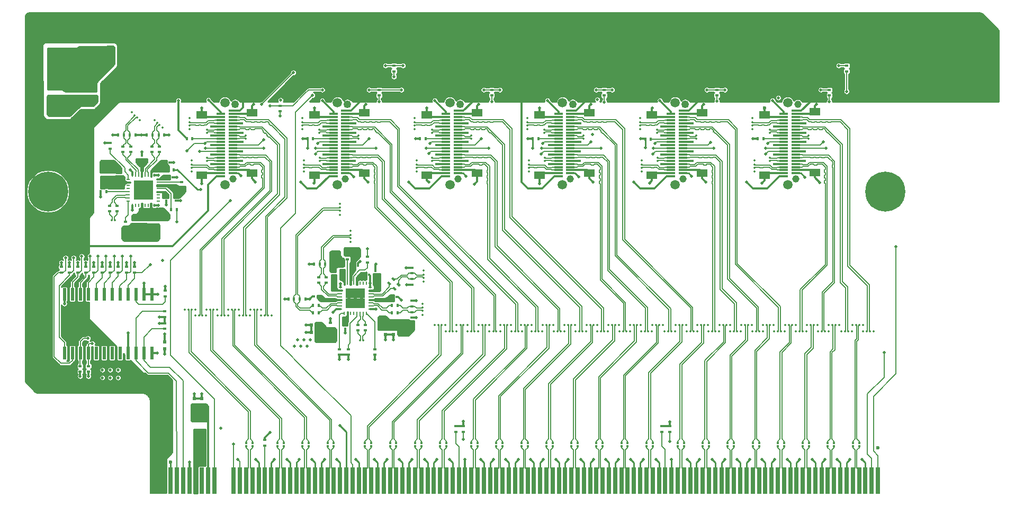
<source format=gbr>
G04 #@! TF.GenerationSoftware,KiCad,Pcbnew,(5.1.5)-3*
G04 #@! TF.CreationDate,2021-10-23T00:21:41+02:00*
G04 #@! TF.ProjectId,riser leopard 2OU Oculink,72697365-7220-46c6-956f-706172642032,rev?*
G04 #@! TF.SameCoordinates,PX4d4b990PY36d6160*
G04 #@! TF.FileFunction,Copper,L1,Top*
G04 #@! TF.FilePolarity,Positive*
%FSLAX46Y46*%
G04 Gerber Fmt 4.6, Leading zero omitted, Abs format (unit mm)*
G04 Created by KiCad (PCBNEW (5.1.5)-3) date 2021-10-23 00:21:41*
%MOMM*%
%LPD*%
G04 APERTURE LIST*
%ADD10R,0.600000X0.400000*%
%ADD11R,0.350000X0.300000*%
%ADD12R,0.300000X0.350000*%
%ADD13R,0.500000X0.600000*%
%ADD14R,0.600000X0.500000*%
%ADD15R,0.750000X0.800000*%
%ADD16C,0.800000*%
%ADD17C,6.400000*%
%ADD18R,0.800000X4.200000*%
%ADD19R,0.400000X0.600000*%
%ADD20C,0.100000*%
%ADD21R,1.550000X1.550000*%
%ADD22R,0.250000X0.600000*%
%ADD23R,0.600000X0.250000*%
%ADD24R,1.600000X2.800000*%
%ADD25R,0.600000X2.000000*%
%ADD26R,1.400000X0.310000*%
%ADD27C,1.500000*%
%ADD28C,1.150000*%
%ADD29C,1.250000*%
%ADD30R,1.800000X1.200000*%
%ADD31C,0.500000*%
%ADD32C,1.000000*%
%ADD33C,0.600000*%
%ADD34C,0.400000*%
%ADD35C,0.350000*%
%ADD36C,0.250000*%
%ADD37C,0.152400*%
%ADD38C,0.300000*%
%ADD39C,0.200000*%
%ADD40C,0.254000*%
G04 APERTURE END LIST*
D10*
X52250000Y-25250000D03*
X52250000Y-26150000D03*
D11*
X11150000Y2445000D03*
X11150000Y3005000D03*
D12*
X19370000Y2275000D03*
X19930000Y2275000D03*
D11*
X18925000Y-945000D03*
X18925000Y-1505000D03*
D13*
X18650000Y-24050000D03*
X18650000Y-25150000D03*
D12*
X18895000Y4625000D03*
X19455000Y4625000D03*
D11*
X13775000Y-4620000D03*
X13775000Y-5180000D03*
X20400000Y-945000D03*
X20400000Y-1505000D03*
X15000000Y5680000D03*
X15000000Y5120000D03*
X14975000Y-5180000D03*
X14975000Y-4620000D03*
D13*
X10000000Y3275000D03*
X10000000Y2175000D03*
X16150000Y-4350000D03*
X16150000Y-5450000D03*
X8850000Y3275000D03*
X8850000Y2175000D03*
X17300000Y-5450000D03*
X17300000Y-4350000D03*
D14*
X42075000Y-21375000D03*
X43175000Y-21375000D03*
D11*
X47500000Y-21370000D03*
X47500000Y-21930000D03*
X47050000Y-12530000D03*
X47050000Y-11970000D03*
D14*
X43175000Y-22575000D03*
X42075000Y-22575000D03*
D12*
X51380000Y-13300000D03*
X50820000Y-13300000D03*
D11*
X45900000Y-13380000D03*
X45900000Y-12820000D03*
D12*
X55170000Y-16900000D03*
X55730000Y-16900000D03*
X49020000Y-11900000D03*
X49580000Y-11900000D03*
D13*
X55200000Y-22875000D03*
X55200000Y-21775000D03*
D12*
X42570000Y-16800000D03*
X43130000Y-16800000D03*
D11*
X52350000Y-12720000D03*
X52350000Y-13280000D03*
D13*
X54000000Y-21775000D03*
X54000000Y-22875000D03*
X4800000Y15100000D03*
X4800000Y16200000D03*
D15*
X5550000Y24350000D03*
X5550000Y22850000D03*
D13*
X6000000Y16200000D03*
X6000000Y15100000D03*
D15*
X7050000Y22850000D03*
X7050000Y24350000D03*
D13*
X7200000Y15100000D03*
X7200000Y16200000D03*
D15*
X8550000Y24350000D03*
X8550000Y22850000D03*
D13*
X9900000Y23050000D03*
X9900000Y24150000D03*
X23425000Y-34275000D03*
X23425000Y-33175000D03*
X24575000Y-34275000D03*
X24575000Y-33175000D03*
D11*
X31700000Y-40220000D03*
X31700000Y-40780000D03*
X36700000Y-40220000D03*
X36700000Y-40780000D03*
X40700000Y-40220000D03*
X40700000Y-40780000D03*
X44700000Y-40780000D03*
X44700000Y-40220000D03*
X32700000Y-40780000D03*
X32700000Y-40220000D03*
X37700000Y-40780000D03*
X37700000Y-40220000D03*
X41700000Y-40220000D03*
X41700000Y-40780000D03*
X45700000Y-40220000D03*
X45700000Y-40780000D03*
X67700000Y-40780000D03*
X67700000Y-40220000D03*
X71700000Y-40220000D03*
X71700000Y-40780000D03*
X75700000Y-40220000D03*
X75700000Y-40780000D03*
X79700000Y-40220000D03*
X79700000Y-40780000D03*
X68700000Y-40780000D03*
X68700000Y-40220000D03*
X72700000Y-40780000D03*
X72700000Y-40220000D03*
X76700000Y-40780000D03*
X76700000Y-40220000D03*
X80700000Y-40780000D03*
X80700000Y-40220000D03*
X100700000Y-40220000D03*
X100700000Y-40780000D03*
X104700000Y-40220000D03*
X104700000Y-40780000D03*
X108700000Y-40220000D03*
X108700000Y-40780000D03*
X112700000Y-40220000D03*
X112700000Y-40780000D03*
X101700000Y-40780000D03*
X101700000Y-40220000D03*
X105700000Y-40780000D03*
X105700000Y-40220000D03*
X109700000Y-40780000D03*
X109700000Y-40220000D03*
X113700000Y-40780000D03*
X113700000Y-40220000D03*
X116700000Y-40780000D03*
X116700000Y-40220000D03*
X120700000Y-40780000D03*
X120700000Y-40220000D03*
X124700000Y-40780000D03*
X124700000Y-40220000D03*
X128700000Y-40780000D03*
X128700000Y-40220000D03*
X50700000Y-40220000D03*
X50700000Y-40780000D03*
X54700000Y-40220000D03*
X54700000Y-40780000D03*
X58700000Y-40220000D03*
X58700000Y-40780000D03*
X62700000Y-40220000D03*
X62700000Y-40780000D03*
X117700000Y-40220000D03*
X117700000Y-40780000D03*
X121700000Y-40220000D03*
X121700000Y-40780000D03*
X125700000Y-40220000D03*
X125700000Y-40780000D03*
X129700000Y-40220000D03*
X129700000Y-40780000D03*
X51700000Y-40780000D03*
X51700000Y-40220000D03*
X55700000Y-40780000D03*
X55700000Y-40220000D03*
X59700000Y-40780000D03*
X59700000Y-40220000D03*
X63700000Y-40220000D03*
X63700000Y-40780000D03*
X83700000Y-40780000D03*
X83700000Y-40220000D03*
X87700000Y-40220000D03*
X87700000Y-40780000D03*
X91700000Y-40780000D03*
X91700000Y-40220000D03*
X95700000Y-40780000D03*
X95700000Y-40220000D03*
X84700000Y-40780000D03*
X84700000Y-40220000D03*
X88700000Y-40220000D03*
X88700000Y-40780000D03*
X92700000Y-40220000D03*
X92700000Y-40780000D03*
X96700000Y-40220000D03*
X96700000Y-40780000D03*
D16*
X1697056Y1697056D03*
X0Y2400000D03*
X-1697056Y1697056D03*
X-2400000Y0D03*
X-1697056Y-1697056D03*
X0Y-2400000D03*
X1697056Y-1697056D03*
X2400000Y0D03*
D17*
X0Y0D03*
X133900000Y-10000D03*
D16*
X136300000Y-10000D03*
X135597056Y-1707056D03*
X133900000Y-2410000D03*
X132202944Y-1707056D03*
X131500000Y-10000D03*
X132202944Y1687056D03*
X133900000Y2390000D03*
X135597056Y1687056D03*
D18*
X74700000Y-46258600D03*
X77700000Y-46258600D03*
X85700000Y-46258600D03*
X97700000Y-46258600D03*
X86700000Y-46258600D03*
X89700000Y-46258600D03*
X73700000Y-46258600D03*
X80700000Y-46258600D03*
X91700000Y-46258600D03*
X93700000Y-46258600D03*
X81700000Y-46258600D03*
X75700000Y-46258600D03*
X87700000Y-46258600D03*
X94700000Y-46258600D03*
X95700000Y-46258600D03*
X84700000Y-46258600D03*
X90700000Y-46258600D03*
X83700000Y-46258600D03*
X79700000Y-46258600D03*
X76700000Y-46258600D03*
X82700000Y-46258600D03*
X99700000Y-46258600D03*
X98700000Y-46258600D03*
X88700000Y-46258600D03*
X78700000Y-46258600D03*
X92700000Y-46258600D03*
X96700000Y-46258600D03*
X72700000Y-46258600D03*
X64700000Y-46258600D03*
X58700000Y-46258600D03*
X60700000Y-46258600D03*
X56700000Y-46258600D03*
X50700000Y-46258600D03*
X48700000Y-46258600D03*
X40700000Y-46258600D03*
X55700000Y-46258600D03*
X46700000Y-46258600D03*
X42700000Y-46258600D03*
X54700000Y-46258600D03*
X44700000Y-46258600D03*
X41700000Y-46258600D03*
X52700000Y-46258600D03*
X71700000Y-46258600D03*
X70700000Y-46258600D03*
X69700000Y-46258600D03*
X68700000Y-46258600D03*
X59700000Y-46258600D03*
X57700000Y-46258600D03*
X51700000Y-46258600D03*
X49700000Y-46258600D03*
X66700000Y-46258600D03*
X67700000Y-46258600D03*
X45700000Y-46258600D03*
X61700000Y-46258600D03*
X53700000Y-46258600D03*
X43700000Y-46258600D03*
X65700000Y-46258600D03*
X47700000Y-46258600D03*
X63700000Y-46258600D03*
X62700000Y-46258600D03*
X29700000Y-46258600D03*
X16600000Y-46258600D03*
X36700000Y-46258600D03*
X35700000Y-46258600D03*
X34700000Y-46258600D03*
X33700000Y-46258600D03*
X31700000Y-46258600D03*
X30700000Y-46258600D03*
X39700000Y-46258600D03*
X38700000Y-46258600D03*
X32700000Y-46258600D03*
X37700000Y-46258600D03*
X21600000Y-46258600D03*
X24600000Y-46258600D03*
X23600000Y-46258600D03*
X19600000Y-46258600D03*
X22600000Y-46258600D03*
X20600000Y-46258600D03*
X25600000Y-46258600D03*
X26600000Y-46258600D03*
X17600000Y-46258600D03*
X18600000Y-46258600D03*
X100700000Y-46258600D03*
X101700000Y-46258600D03*
X102700000Y-46258600D03*
X103700000Y-46258600D03*
X104700000Y-46258600D03*
X105700000Y-46258600D03*
X106700000Y-46258600D03*
X107700000Y-46258600D03*
X108700000Y-46258600D03*
X109700000Y-46258600D03*
X110700000Y-46258600D03*
X111700000Y-46258600D03*
X112700000Y-46258600D03*
X113700000Y-46258600D03*
X114700000Y-46258600D03*
X115700000Y-46258600D03*
X116700000Y-46258600D03*
X117700000Y-46258600D03*
X118700000Y-46258600D03*
X119700000Y-46258600D03*
X120700000Y-46258600D03*
X121700000Y-46258600D03*
X122700000Y-46258600D03*
X123700000Y-46258600D03*
X124700000Y-46258600D03*
X125700000Y-46258600D03*
X126700000Y-46258600D03*
X127700000Y-46258600D03*
X128700000Y-46258600D03*
X129700000Y-46258600D03*
X130700000Y-46258600D03*
X131700000Y-46258600D03*
X132700000Y-46258600D03*
D10*
X18750000Y-15900000D03*
X18750000Y-16800000D03*
X21350000Y550000D03*
X21350000Y1450000D03*
D19*
X8450000Y-50000D03*
X9350000Y-50000D03*
D10*
X12400000Y-4825000D03*
X12400000Y-5725000D03*
X18650000Y-22000000D03*
X18650000Y-21100000D03*
X9975000Y7750000D03*
X9975000Y6850000D03*
X18650000Y-19200000D03*
X18650000Y-20100000D03*
X9822600Y-3200000D03*
X9822600Y-2300000D03*
X11077400Y-2300000D03*
X11077400Y-3200000D03*
D19*
X19675000Y-2925000D03*
X20575000Y-2925000D03*
D10*
X12550000Y-12100000D03*
X12550000Y-13000000D03*
X13850000Y-13000000D03*
X13850000Y-12100000D03*
X9950000Y-13000000D03*
X9950000Y-12100000D03*
X11250000Y-12100000D03*
X11250000Y-13000000D03*
X7350000Y-12100000D03*
X7350000Y-13000000D03*
X8650000Y-13000000D03*
X8650000Y-12100000D03*
X4750000Y-13000000D03*
X4750000Y-12100000D03*
X6050000Y-12100000D03*
X6050000Y-13000000D03*
X2150000Y-12100000D03*
X2150000Y-13000000D03*
X3450000Y-13000000D03*
X3450000Y-12100000D03*
X6450000Y-27950000D03*
X6450000Y-28850000D03*
X17800000Y6300000D03*
X17800000Y7200000D03*
X16600000Y6300000D03*
X16600000Y7200000D03*
X13200000Y7200000D03*
X13200000Y6300000D03*
X12000000Y7200000D03*
X12000000Y6300000D03*
X5150000Y-28850000D03*
X5150000Y-27950000D03*
D19*
X19200000Y3450000D03*
X20100000Y3450000D03*
D10*
X47900000Y-10900000D03*
X47900000Y-10000000D03*
X48000000Y-26150000D03*
X48000000Y-25250000D03*
X46600000Y-25250000D03*
X46600000Y-26150000D03*
X49522600Y-21350000D03*
X49522600Y-22250000D03*
X50777400Y-22250000D03*
X50777400Y-21350000D03*
X51100000Y-10450000D03*
X51100000Y-11350000D03*
X45175000Y-21925000D03*
X45175000Y-21025000D03*
X44500000Y-14625000D03*
X44500000Y-13725000D03*
X43300000Y-13725000D03*
X43300000Y-14625000D03*
D19*
X43300000Y-18250000D03*
X42400000Y-18250000D03*
X42400000Y-19450000D03*
X43300000Y-19450000D03*
X55000000Y-18250000D03*
X55900000Y-18250000D03*
X55900000Y-19450000D03*
X55000000Y-19450000D03*
G04 #@! TA.AperFunction,SMDPad,CuDef*
D20*
G36*
X54511091Y-14314645D02*
G01*
X54935355Y-14738909D01*
X54652513Y-15021751D01*
X54228249Y-14597487D01*
X54511091Y-14314645D01*
G37*
G04 #@! TD.AperFunction*
G04 #@! TA.AperFunction,SMDPad,CuDef*
G36*
X55147487Y-13678249D02*
G01*
X55571751Y-14102513D01*
X55288909Y-14385355D01*
X54864645Y-13961091D01*
X55147487Y-13678249D01*
G37*
G04 #@! TD.AperFunction*
G04 #@! TA.AperFunction,SMDPad,CuDef*
G36*
X55997487Y-14528249D02*
G01*
X56421751Y-14952513D01*
X56138909Y-15235355D01*
X55714645Y-14811091D01*
X55997487Y-14528249D01*
G37*
G04 #@! TD.AperFunction*
G04 #@! TA.AperFunction,SMDPad,CuDef*
G36*
X55361091Y-15164645D02*
G01*
X55785355Y-15588909D01*
X55502513Y-15871751D01*
X55078249Y-15447487D01*
X55361091Y-15164645D01*
G37*
G04 #@! TD.AperFunction*
D10*
X65200000Y-38450000D03*
X65200000Y-37550000D03*
X34700000Y-39750000D03*
X34700000Y-40650000D03*
X66450000Y-38450000D03*
X66450000Y-37550000D03*
X99450000Y-37550000D03*
X99450000Y-38450000D03*
D19*
X23100000Y8400000D03*
X22200000Y8400000D03*
X59500000Y8400000D03*
X60400000Y8400000D03*
X95500000Y8375000D03*
X96400000Y8375000D03*
X114400000Y8400000D03*
X113500000Y8400000D03*
X42400000Y8400000D03*
X41500000Y8400000D03*
X77500000Y8400000D03*
X78400000Y8400000D03*
D10*
X37150000Y13700000D03*
X37150000Y12800000D03*
X70950000Y15350000D03*
X70950000Y16250000D03*
X106950000Y16250000D03*
X106950000Y15350000D03*
X124950000Y15350000D03*
X124950000Y16250000D03*
X52950000Y16250000D03*
X52950000Y15350000D03*
X88950000Y16250000D03*
X88950000Y15350000D03*
X55325000Y20125000D03*
X55325000Y19225000D03*
X127700000Y19225000D03*
X127700000Y20125000D03*
X98200000Y-37550000D03*
X98200000Y-38450000D03*
D21*
X14475000Y975000D03*
X16025000Y975000D03*
X16025000Y-575000D03*
D22*
X17000000Y2600000D03*
X16500000Y2600000D03*
X16000000Y2600000D03*
X15500000Y2600000D03*
X15000000Y2600000D03*
X14500000Y2600000D03*
X14000000Y2600000D03*
X13500000Y2600000D03*
D23*
X12850000Y1950000D03*
X12850000Y1450000D03*
X12850000Y950000D03*
X12850000Y450000D03*
X12850000Y-50000D03*
X12850000Y-550000D03*
X12850000Y-1050000D03*
X12850000Y-1550000D03*
D22*
X13500000Y-2200000D03*
X14000000Y-2200000D03*
X14500000Y-2200000D03*
X15000000Y-2200000D03*
X15500000Y-2200000D03*
X16000000Y-2200000D03*
X16500000Y-2200000D03*
X17000000Y-2200000D03*
D23*
X17650000Y-1550000D03*
X17650000Y-1050000D03*
X17650000Y-550000D03*
X17650000Y-50000D03*
X17650000Y450000D03*
X17650000Y950000D03*
X17650000Y1450000D03*
X17650000Y1950000D03*
D21*
X14475000Y-575000D03*
X49925000Y-17875000D03*
D22*
X47400000Y-14700000D03*
X47900000Y-14700000D03*
X48400000Y-14700000D03*
X48900000Y-14700000D03*
X49400000Y-14700000D03*
X49900000Y-14700000D03*
X50400000Y-14700000D03*
X50900000Y-14700000D03*
D23*
X51550000Y-15350000D03*
X51550000Y-15850000D03*
X51550000Y-16350000D03*
X51550000Y-16850000D03*
X51550000Y-17350000D03*
X51550000Y-17850000D03*
X51550000Y-18350000D03*
X51550000Y-18850000D03*
D22*
X50900000Y-19500000D03*
X50400000Y-19500000D03*
X49900000Y-19500000D03*
X49400000Y-19500000D03*
X48900000Y-19500000D03*
X48400000Y-19500000D03*
X47900000Y-19500000D03*
X47400000Y-19500000D03*
D23*
X46750000Y-18850000D03*
X46750000Y-18350000D03*
X46750000Y-17850000D03*
X46750000Y-17350000D03*
X46750000Y-16850000D03*
X46750000Y-16350000D03*
X46750000Y-15850000D03*
X46750000Y-15350000D03*
D21*
X49925000Y-16325000D03*
X48375000Y-16325000D03*
X48375000Y-17875000D03*
D24*
X1050000Y21600000D03*
X1050000Y25400000D03*
X1100000Y13800000D03*
X1100000Y17600000D03*
D25*
X16585000Y-25850000D03*
X15315000Y-25850000D03*
X14045000Y-25850000D03*
X12775000Y-25850000D03*
X11505000Y-25850000D03*
X10235000Y-25850000D03*
X8965000Y-25850000D03*
X7695000Y-25850000D03*
X6425000Y-25850000D03*
X5155000Y-25850000D03*
X3885000Y-25850000D03*
X2615000Y-25850000D03*
X2615000Y-16450000D03*
X3885000Y-16450000D03*
X5155000Y-16450000D03*
X6425000Y-16450000D03*
X7695000Y-16450000D03*
X8965000Y-16450000D03*
X10235000Y-16450000D03*
X11505000Y-16450000D03*
X12775000Y-16450000D03*
X14045000Y-16450000D03*
X15315000Y-16450000D03*
X16585000Y-16450000D03*
D26*
X101540000Y2900000D03*
X101540000Y3400000D03*
X101540000Y3900000D03*
X101540000Y4400000D03*
X101540000Y4900000D03*
X101540000Y5400000D03*
X101540000Y5900000D03*
X101540000Y6400000D03*
X101540000Y6900000D03*
X101540000Y7400000D03*
X101540000Y7900000D03*
X101540000Y8400000D03*
X101540000Y8900000D03*
X101540000Y9400000D03*
X101540000Y9900000D03*
X101540000Y10400000D03*
X101540000Y10900000D03*
X101540000Y11400000D03*
X101540000Y11900000D03*
X101540000Y12400000D03*
X101540000Y12900000D03*
X99640000Y2400000D03*
X99640000Y2900000D03*
X99640000Y3400000D03*
X99640000Y3900000D03*
X99640000Y4400000D03*
X99640000Y4900000D03*
X99640000Y5400000D03*
X99640000Y5900000D03*
X99640000Y6400000D03*
X99640000Y6900000D03*
X99640000Y7400000D03*
X99640000Y7900000D03*
X99640000Y8400000D03*
X99640000Y8900000D03*
X99640000Y9400000D03*
X99640000Y9900000D03*
X99640000Y10400000D03*
X99640000Y10900000D03*
X99640000Y11400000D03*
X99640000Y11900000D03*
X99640000Y12400000D03*
D27*
X100280000Y1070000D03*
X100280000Y14230000D03*
D28*
X101540000Y2030000D03*
D29*
X101900000Y13930000D03*
D30*
X104590000Y2900000D03*
X96590000Y2550000D03*
X96590000Y12250000D03*
X104590000Y12600000D03*
X68590000Y12600000D03*
X60590000Y12250000D03*
X60590000Y2550000D03*
X68590000Y2900000D03*
D29*
X65900000Y13930000D03*
D28*
X65540000Y2030000D03*
D27*
X64280000Y14230000D03*
X64280000Y1070000D03*
D26*
X63640000Y12400000D03*
X63640000Y11900000D03*
X63640000Y11400000D03*
X63640000Y10900000D03*
X63640000Y10400000D03*
X63640000Y9900000D03*
X63640000Y9400000D03*
X63640000Y8900000D03*
X63640000Y8400000D03*
X63640000Y7900000D03*
X63640000Y7400000D03*
X63640000Y6900000D03*
X63640000Y6400000D03*
X63640000Y5900000D03*
X63640000Y5400000D03*
X63640000Y4900000D03*
X63640000Y4400000D03*
X63640000Y3900000D03*
X63640000Y3400000D03*
X63640000Y2900000D03*
X63640000Y2400000D03*
X65540000Y12900000D03*
X65540000Y12400000D03*
X65540000Y11900000D03*
X65540000Y11400000D03*
X65540000Y10900000D03*
X65540000Y10400000D03*
X65540000Y9900000D03*
X65540000Y9400000D03*
X65540000Y8900000D03*
X65540000Y8400000D03*
X65540000Y7900000D03*
X65540000Y7400000D03*
X65540000Y6900000D03*
X65540000Y6400000D03*
X65540000Y5900000D03*
X65540000Y5400000D03*
X65540000Y4900000D03*
X65540000Y4400000D03*
X65540000Y3900000D03*
X65540000Y3400000D03*
X65540000Y2900000D03*
X83540000Y2900000D03*
X83540000Y3400000D03*
X83540000Y3900000D03*
X83540000Y4400000D03*
X83540000Y4900000D03*
X83540000Y5400000D03*
X83540000Y5900000D03*
X83540000Y6400000D03*
X83540000Y6900000D03*
X83540000Y7400000D03*
X83540000Y7900000D03*
X83540000Y8400000D03*
X83540000Y8900000D03*
X83540000Y9400000D03*
X83540000Y9900000D03*
X83540000Y10400000D03*
X83540000Y10900000D03*
X83540000Y11400000D03*
X83540000Y11900000D03*
X83540000Y12400000D03*
X83540000Y12900000D03*
X81640000Y2400000D03*
X81640000Y2900000D03*
X81640000Y3400000D03*
X81640000Y3900000D03*
X81640000Y4400000D03*
X81640000Y4900000D03*
X81640000Y5400000D03*
X81640000Y5900000D03*
X81640000Y6400000D03*
X81640000Y6900000D03*
X81640000Y7400000D03*
X81640000Y7900000D03*
X81640000Y8400000D03*
X81640000Y8900000D03*
X81640000Y9400000D03*
X81640000Y9900000D03*
X81640000Y10400000D03*
X81640000Y10900000D03*
X81640000Y11400000D03*
X81640000Y11900000D03*
X81640000Y12400000D03*
D27*
X82280000Y1070000D03*
X82280000Y14230000D03*
D28*
X83540000Y2030000D03*
D29*
X83900000Y13930000D03*
D30*
X86590000Y2900000D03*
X78590000Y2550000D03*
X78590000Y12250000D03*
X86590000Y12600000D03*
X32590000Y12600000D03*
X24590000Y12250000D03*
X24590000Y2550000D03*
X32590000Y2900000D03*
D29*
X29900000Y13930000D03*
D28*
X29540000Y2030000D03*
D27*
X28280000Y14230000D03*
X28280000Y1070000D03*
D26*
X27640000Y12400000D03*
X27640000Y11900000D03*
X27640000Y11400000D03*
X27640000Y10900000D03*
X27640000Y10400000D03*
X27640000Y9900000D03*
X27640000Y9400000D03*
X27640000Y8900000D03*
X27640000Y8400000D03*
X27640000Y7900000D03*
X27640000Y7400000D03*
X27640000Y6900000D03*
X27640000Y6400000D03*
X27640000Y5900000D03*
X27640000Y5400000D03*
X27640000Y4900000D03*
X27640000Y4400000D03*
X27640000Y3900000D03*
X27640000Y3400000D03*
X27640000Y2900000D03*
X27640000Y2400000D03*
X29540000Y12900000D03*
X29540000Y12400000D03*
X29540000Y11900000D03*
X29540000Y11400000D03*
X29540000Y10900000D03*
X29540000Y10400000D03*
X29540000Y9900000D03*
X29540000Y9400000D03*
X29540000Y8900000D03*
X29540000Y8400000D03*
X29540000Y7900000D03*
X29540000Y7400000D03*
X29540000Y6900000D03*
X29540000Y6400000D03*
X29540000Y5900000D03*
X29540000Y5400000D03*
X29540000Y4900000D03*
X29540000Y4400000D03*
X29540000Y3900000D03*
X29540000Y3400000D03*
X29540000Y2900000D03*
X47540000Y2900000D03*
X47540000Y3400000D03*
X47540000Y3900000D03*
X47540000Y4400000D03*
X47540000Y4900000D03*
X47540000Y5400000D03*
X47540000Y5900000D03*
X47540000Y6400000D03*
X47540000Y6900000D03*
X47540000Y7400000D03*
X47540000Y7900000D03*
X47540000Y8400000D03*
X47540000Y8900000D03*
X47540000Y9400000D03*
X47540000Y9900000D03*
X47540000Y10400000D03*
X47540000Y10900000D03*
X47540000Y11400000D03*
X47540000Y11900000D03*
X47540000Y12400000D03*
X47540000Y12900000D03*
X45640000Y2400000D03*
X45640000Y2900000D03*
X45640000Y3400000D03*
X45640000Y3900000D03*
X45640000Y4400000D03*
X45640000Y4900000D03*
X45640000Y5400000D03*
X45640000Y5900000D03*
X45640000Y6400000D03*
X45640000Y6900000D03*
X45640000Y7400000D03*
X45640000Y7900000D03*
X45640000Y8400000D03*
X45640000Y8900000D03*
X45640000Y9400000D03*
X45640000Y9900000D03*
X45640000Y10400000D03*
X45640000Y10900000D03*
X45640000Y11400000D03*
X45640000Y11900000D03*
X45640000Y12400000D03*
D27*
X46280000Y1070000D03*
X46280000Y14230000D03*
D28*
X47540000Y2030000D03*
D29*
X47900000Y13930000D03*
D30*
X50590000Y2900000D03*
X42590000Y2550000D03*
X42590000Y12250000D03*
X50590000Y12600000D03*
D31*
X20575000Y-4900000D03*
X51100000Y-9175000D03*
X29700000Y-40450000D03*
X133700000Y-25750000D03*
X22250000Y6500000D03*
X34450000Y6900000D03*
X70450000Y6900000D03*
X106450000Y6900000D03*
X124450000Y6900000D03*
X52450000Y6900000D03*
X88450000Y6900000D03*
D19*
X45250000Y-11600000D03*
X44350000Y-11600000D03*
D10*
X58175000Y-17500000D03*
X58175000Y-18400000D03*
D19*
X43450000Y-11600000D03*
X42550000Y-11600000D03*
D10*
X58175000Y-19300000D03*
X58175000Y-20200000D03*
D19*
X41150000Y-17200000D03*
X40250000Y-17200000D03*
D10*
X58175000Y-13100000D03*
X58175000Y-12200000D03*
D19*
X39350000Y-17200000D03*
X38450000Y-17200000D03*
D10*
X58175000Y-14900000D03*
X58175000Y-14000000D03*
D19*
X18600000Y9000000D03*
X17700000Y9000000D03*
X16700000Y9000000D03*
X15800000Y9000000D03*
X13100000Y9000000D03*
X14000000Y9000000D03*
X11200000Y9000000D03*
X12100000Y9000000D03*
D26*
X119540000Y2900000D03*
X119540000Y3400000D03*
X119540000Y3900000D03*
X119540000Y4400000D03*
X119540000Y4900000D03*
X119540000Y5400000D03*
X119540000Y5900000D03*
X119540000Y6400000D03*
X119540000Y6900000D03*
X119540000Y7400000D03*
X119540000Y7900000D03*
X119540000Y8400000D03*
X119540000Y8900000D03*
X119540000Y9400000D03*
X119540000Y9900000D03*
X119540000Y10400000D03*
X119540000Y10900000D03*
X119540000Y11400000D03*
X119540000Y11900000D03*
X119540000Y12400000D03*
X119540000Y12900000D03*
X117640000Y2400000D03*
X117640000Y2900000D03*
X117640000Y3400000D03*
X117640000Y3900000D03*
X117640000Y4400000D03*
X117640000Y4900000D03*
X117640000Y5400000D03*
X117640000Y5900000D03*
X117640000Y6400000D03*
X117640000Y6900000D03*
X117640000Y7400000D03*
X117640000Y7900000D03*
X117640000Y8400000D03*
X117640000Y8900000D03*
X117640000Y9400000D03*
X117640000Y9900000D03*
X117640000Y10400000D03*
X117640000Y10900000D03*
X117640000Y11400000D03*
X117640000Y11900000D03*
X117640000Y12400000D03*
D27*
X118280000Y1070000D03*
X118280000Y14230000D03*
D28*
X119540000Y2030000D03*
X119900000Y13930000D03*
D30*
X122590000Y3050000D03*
X114590000Y2550000D03*
X114590000Y12250000D03*
X122590000Y12750000D03*
D32*
X121750000Y17625000D03*
D31*
X14275000Y1250000D03*
D33*
X19600000Y-43306600D03*
D31*
X36200000Y-42872200D03*
X33200000Y-42872200D03*
X30325000Y-42872200D03*
X46200000Y-42872200D03*
X49200000Y-42872200D03*
X66700000Y-42872200D03*
X64200000Y-42872200D03*
X99700000Y-42872200D03*
X130200000Y-42872200D03*
X128200000Y-42872200D03*
X126200000Y-42872200D03*
X124200000Y-42872200D03*
X122200000Y-42872200D03*
X120200000Y-42872200D03*
X118200000Y-42872200D03*
X116200000Y-42872200D03*
X114200000Y-42872200D03*
X112200000Y-42872200D03*
X110200000Y-42872200D03*
X108200000Y-42872200D03*
X106200000Y-42872200D03*
X104200000Y-42872200D03*
X102200000Y-42872200D03*
X97200000Y-42872200D03*
X95200000Y-42872200D03*
X93200000Y-42872200D03*
X91200000Y-42872200D03*
X89200000Y-42872200D03*
X87200000Y-42872200D03*
X85200000Y-42872200D03*
X83200000Y-42872200D03*
X81200000Y-42872200D03*
X79200000Y-42872200D03*
X77200000Y-42872200D03*
X75200000Y-42872200D03*
X73200000Y-42872200D03*
X71200000Y-42872200D03*
X69200000Y-42872200D03*
X62200000Y-42872200D03*
X60200000Y-42872200D03*
X58200000Y-42872200D03*
X56200000Y-42872200D03*
X54200000Y-42872200D03*
X52200000Y-42872200D03*
X44200000Y-42872200D03*
X42200000Y-42872200D03*
X40200000Y-42872200D03*
X38200000Y-42872200D03*
X17550000Y-16450000D03*
X15350000Y-14650000D03*
D34*
X121050000Y4900000D03*
X116100000Y4400000D03*
X121100000Y10900000D03*
X116100000Y10400000D03*
X121100000Y9400000D03*
X116100000Y7400000D03*
X116100000Y5900000D03*
X121050000Y6400000D03*
X121100000Y7900000D03*
X116100000Y8900000D03*
D33*
X114600000Y13350000D03*
D31*
X122850000Y13900000D03*
X114200000Y1350000D03*
D33*
X132700000Y-41000000D03*
D34*
X98100000Y4400000D03*
X98100000Y10400000D03*
X103100000Y9400000D03*
X103050000Y6400000D03*
X98100000Y7400000D03*
X103100000Y7900000D03*
X98100000Y5900000D03*
X103100000Y10900000D03*
X103050000Y4900000D03*
D31*
X96600000Y13350000D03*
X104850000Y13900000D03*
D34*
X98100000Y8900000D03*
D31*
X96200000Y1350000D03*
X105150000Y1500000D03*
D34*
X80100000Y8900000D03*
X62100000Y8900000D03*
X44100000Y8900000D03*
D31*
X87150000Y1500000D03*
X51150000Y1500000D03*
D34*
X80100000Y5900000D03*
X62100000Y5900000D03*
X44100000Y5900000D03*
X80100000Y10400000D03*
X62100000Y10400000D03*
X44100000Y10400000D03*
X85100000Y9400000D03*
X67100000Y9400000D03*
X49100000Y9400000D03*
X80100000Y4400000D03*
X62100000Y4400000D03*
X44100000Y4400000D03*
X85050000Y6400000D03*
X67050000Y6400000D03*
X49050000Y6400000D03*
X80100000Y7400000D03*
X62100000Y7400000D03*
X44100000Y7400000D03*
X85100000Y7900000D03*
X67100000Y7900000D03*
X49100000Y7900000D03*
X85100000Y10900000D03*
X67100000Y10900000D03*
X49100000Y10900000D03*
D31*
X78600000Y13350000D03*
X60600000Y13350000D03*
X42600000Y13350000D03*
D34*
X85050000Y4900000D03*
X67050000Y4900000D03*
X49050000Y4900000D03*
D31*
X86850000Y13900000D03*
X68850000Y13900000D03*
X50850000Y13900000D03*
X15000000Y6325000D03*
X45600000Y-19375000D03*
X41900000Y-17200000D03*
X46750000Y-14750000D03*
X51550000Y-14700000D03*
X66450000Y-36750000D03*
X99450000Y-36850000D03*
X35550000Y-38550000D03*
X68150000Y1150000D03*
D34*
X26100000Y8900000D03*
D31*
X24600000Y13350000D03*
D34*
X31100000Y7900000D03*
X26100000Y4400000D03*
X31100000Y9400000D03*
X31050000Y4900000D03*
X31050000Y6400000D03*
X26100000Y7400000D03*
X26100000Y5900000D03*
X26100000Y10400000D03*
D31*
X32850000Y13900000D03*
X33150000Y1500000D03*
X46600000Y-26875000D03*
X48000000Y-26875000D03*
X52250000Y-26875000D03*
X55200000Y-23725000D03*
X54000000Y-23725000D03*
X47500000Y-22650000D03*
X41225000Y-22575000D03*
X41250000Y-21375000D03*
X41750000Y-11600000D03*
X22600000Y-43325000D03*
X21175000Y-1500000D03*
X18925000Y-2150000D03*
X17650000Y2600000D03*
X13175000Y3400000D03*
X8450000Y-875000D03*
X13500000Y-3000000D03*
X17650000Y-2200000D03*
D35*
X22650000Y11700000D03*
X22650000Y9925000D03*
X22950000Y4950000D03*
X22950000Y3175000D03*
X40650000Y11700000D03*
X58650000Y11700000D03*
X76650000Y11700000D03*
X94650000Y11700000D03*
X112650000Y11700000D03*
X40950000Y3175000D03*
X58950000Y3175000D03*
X76950000Y3175000D03*
X94950000Y3175000D03*
X112950000Y3175000D03*
X40650000Y9925000D03*
X58650000Y9925000D03*
X76650000Y9925000D03*
X94650000Y9925000D03*
X112650000Y9925000D03*
X40950000Y4950000D03*
X58950000Y4950000D03*
X76950000Y4950000D03*
X94950000Y4950000D03*
X112950000Y4950000D03*
X46725000Y-3750000D03*
X46725000Y-1975000D03*
X48375000Y-8100000D03*
X48375000Y-6325000D03*
X14700000Y11400000D03*
X13400000Y12625000D03*
X17050000Y11425000D03*
X18350000Y10200000D03*
D31*
X19375000Y9000000D03*
X14950000Y9000000D03*
X10400000Y9000000D03*
X9050000Y7750000D03*
X46725000Y-37500000D03*
X24575000Y-32350000D03*
X23425000Y-32375000D03*
X20100000Y4625000D03*
X20625000Y2275000D03*
X9000000Y4375000D03*
X10000000Y4375000D03*
X10975000Y3875000D03*
X13750000Y-6050000D03*
X14900000Y-6075000D03*
X12300000Y-7050000D03*
X13550000Y-7050000D03*
X14800000Y-7050000D03*
X16050000Y-7050000D03*
X17300000Y-7050000D03*
X15275000Y1250000D03*
X16275000Y1250000D03*
X14275000Y250000D03*
X15275000Y250000D03*
X16275000Y250000D03*
X14275000Y-750000D03*
X15275000Y-750000D03*
X16275000Y-750000D03*
X3375000Y20775000D03*
X4625000Y20775000D03*
X5875000Y20775000D03*
X7125000Y20775000D03*
X8375000Y20775000D03*
X3375000Y19525000D03*
X4625000Y19525000D03*
X5875000Y19525000D03*
X7125000Y19525000D03*
X8375000Y19525000D03*
X3375000Y18275000D03*
X4625000Y18275000D03*
X5875000Y18275000D03*
X7125000Y18275000D03*
X50150000Y-16075000D03*
X50150000Y-17075000D03*
X50150000Y-18075000D03*
X48150000Y-18075000D03*
X49150000Y-18075000D03*
X49150000Y-16075000D03*
X48150000Y-17075000D03*
X48150000Y-16075000D03*
X49150000Y-17075000D03*
X24575000Y1275000D03*
D34*
X31000000Y10900000D03*
D31*
X52425000Y-18850000D03*
X49900000Y-11175000D03*
X46875000Y-11150000D03*
X45400000Y-10075000D03*
X45975000Y-11600000D03*
X123400000Y1400000D03*
X52475000Y-11600000D03*
X18650000Y-22800000D03*
X12800000Y-22650000D03*
X42550000Y1300000D03*
X2625000Y-17975000D03*
X60900000Y1450000D03*
X58900000Y-20200000D03*
D35*
X59900000Y-17975000D03*
X59900000Y-19750000D03*
D31*
X58875000Y-17500000D03*
X46400000Y-10075000D03*
X78600000Y1275000D03*
X57275000Y-12200000D03*
X56475000Y-17375000D03*
X57350000Y-14900000D03*
D35*
X60050000Y-12650000D03*
X60050000Y-14425000D03*
D31*
X37900000Y-17200000D03*
D35*
X63550000Y-21400000D03*
X61850000Y-21400000D03*
X67050000Y-21400000D03*
X70550000Y-21400000D03*
X74050000Y-21400000D03*
X77300000Y-21400000D03*
X80800000Y-21400000D03*
X84300000Y-21400000D03*
X87800000Y-21400000D03*
X91300000Y-21400000D03*
X94800000Y-21400000D03*
X98300000Y-21400000D03*
X102050000Y-21400000D03*
X105550000Y-21400000D03*
X109050000Y-21400000D03*
X112550000Y-21400000D03*
X116050000Y-21400000D03*
X119550000Y-21400000D03*
X123050000Y-21400000D03*
X126550000Y-21400000D03*
X130300000Y-21400000D03*
X65350000Y-21400000D03*
X68850000Y-21400000D03*
X72350000Y-21400000D03*
X75600000Y-21400000D03*
X79100000Y-21400000D03*
X82600000Y-21400000D03*
X86100000Y-21400000D03*
X89600000Y-21400000D03*
X93100000Y-21400000D03*
X96600000Y-21400000D03*
X100350000Y-21400000D03*
X103850000Y-21400000D03*
X107350000Y-21400000D03*
X110850000Y-21400000D03*
X114350000Y-21400000D03*
X117850000Y-21400000D03*
X121350000Y-21400000D03*
X124850000Y-21400000D03*
X128600000Y-21400000D03*
X65300000Y-22350000D03*
X63600000Y-22350000D03*
X103800000Y-22350000D03*
X93050000Y-22350000D03*
X68800000Y-22350000D03*
X72300000Y-22350000D03*
X86050000Y-22350000D03*
X96550000Y-22350000D03*
X107300000Y-22350000D03*
X79050000Y-22350000D03*
X117800000Y-22350000D03*
X75800000Y-22350000D03*
X116100000Y-22350000D03*
X119600000Y-22350000D03*
X123100000Y-22350000D03*
X112600000Y-22350000D03*
X82550000Y-22350000D03*
X94850000Y-22350000D03*
X132050000Y-22350000D03*
X77350000Y-22350000D03*
X91350000Y-22350000D03*
X84350000Y-22350000D03*
X87850000Y-22350000D03*
X126850000Y-22350000D03*
X121300000Y-22350000D03*
X124800000Y-22350000D03*
X128550000Y-22350000D03*
X110800000Y-22350000D03*
X98600000Y-22350000D03*
X102100000Y-22350000D03*
X80850000Y-22350000D03*
X89550000Y-22350000D03*
X74100000Y-22350000D03*
X130350000Y-22350000D03*
X114300000Y-22350000D03*
X67100000Y-22350000D03*
X70600000Y-22350000D03*
X100300000Y-22350000D03*
X109100000Y-22350000D03*
X105600000Y-22350000D03*
X23550000Y-18900000D03*
X21850000Y-18900000D03*
X27050000Y-18900000D03*
X30550000Y-18900000D03*
X34050000Y-18900000D03*
X32350000Y-18900000D03*
X25350000Y-18900000D03*
X28850000Y-18900000D03*
X25300000Y-19850000D03*
X34100000Y-19850000D03*
X35800000Y-19850000D03*
X23600000Y-19850000D03*
X32300000Y-19850000D03*
X28800000Y-19850000D03*
X30600000Y-19850000D03*
X27100000Y-19850000D03*
D31*
X103750000Y14725000D03*
X85750000Y14800000D03*
X67750000Y14775000D03*
X49750000Y14975000D03*
X31200000Y14675000D03*
X17600000Y-34550000D03*
X18600000Y-34550000D03*
X17600000Y-35550000D03*
X18600000Y-35550000D03*
X17600000Y-36550000D03*
X18600000Y-36550000D03*
X17600000Y-37550000D03*
X18600000Y-37550000D03*
X17600000Y-38550000D03*
X18600000Y-38550000D03*
X17600000Y-39550000D03*
X18600000Y-39550000D03*
X17600000Y-40550000D03*
X18600000Y-40550000D03*
X111700000Y15200000D03*
X93700000Y15200000D03*
X75700000Y15200000D03*
X57700000Y15200000D03*
X111700000Y1475000D03*
X93700000Y1475000D03*
X57700000Y1475000D03*
X40425000Y1500000D03*
X34025000Y15100000D03*
X39950000Y-23750000D03*
X18625000Y2200000D03*
X8900000Y1100000D03*
X9975000Y1100000D03*
X11125000Y1100000D03*
X18600000Y-275000D03*
X25650000Y14650000D03*
X43850000Y14550000D03*
X61850000Y14550000D03*
X79850000Y14550000D03*
X97850000Y14550000D03*
X115850000Y14550000D03*
X40950000Y-23750000D03*
X41950000Y-23750000D03*
X42950000Y-23750000D03*
X43950000Y-23750000D03*
X44950000Y-23750000D03*
X40400000Y-24750000D03*
X41400000Y-24750000D03*
X39400000Y-24750000D03*
X47500000Y-20450000D03*
X47050000Y-13475000D03*
X50025000Y-13725000D03*
X23875000Y-38850000D03*
X24875000Y-38850000D03*
X23875000Y-39850000D03*
X24875000Y-39850000D03*
X23875000Y-40850000D03*
X24875000Y-40850000D03*
X23875000Y-41850000D03*
X24875000Y-41850000D03*
X23875000Y-42850000D03*
X24875000Y-42850000D03*
X2625000Y14950000D03*
X3625000Y14950000D03*
X2625000Y13950000D03*
X3625000Y13950000D03*
X4625000Y13950000D03*
X5625000Y13950000D03*
X6625000Y13950000D03*
X3625000Y12950000D03*
X2625000Y12950000D03*
X40750000Y8400000D03*
X20850000Y14550000D03*
X58750000Y8400000D03*
X76750000Y8400000D03*
X94750000Y8400000D03*
X112750000Y8400000D03*
D35*
X20725000Y3425000D03*
D31*
X8700000Y-28550000D03*
X9950000Y-28550000D03*
X11200000Y-28550000D03*
X8700000Y-29800000D03*
X9950000Y-29800000D03*
X11200000Y-29800000D03*
X30825000Y2475000D03*
X24400000Y275000D03*
X48875000Y2300000D03*
X41500000Y6925000D03*
X66875000Y2425000D03*
X84850000Y2325000D03*
X77500000Y6925000D03*
X95500000Y7025000D03*
X102900000Y2450000D03*
X87050000Y9125000D03*
X87850000Y14700000D03*
X121025000Y2275000D03*
X116775000Y14975000D03*
X37200000Y14600000D03*
X18750000Y-15150000D03*
X17800000Y-21100000D03*
X17800000Y-20100000D03*
X23525000Y-35325000D03*
X24525000Y-35325000D03*
X23525000Y-36325000D03*
X24525000Y-36325000D03*
X5150000Y-29575000D03*
X6450000Y-29575000D03*
X11250000Y-11375000D03*
X9950000Y-11375000D03*
X8650000Y-11375000D03*
X7350000Y-11375000D03*
X6050000Y-11375000D03*
X4750000Y-11375000D03*
X3450000Y-11375000D03*
X2150000Y-11375000D03*
X13850000Y-11375000D03*
X12550000Y-11375000D03*
X17500000Y-25850000D03*
X18650000Y-26025000D03*
X55325000Y18350000D03*
X42300000Y15375000D03*
X18050000Y4400000D03*
X18400000Y3600000D03*
X17475000Y3600000D03*
X45175000Y-20325000D03*
X15000000Y4425000D03*
X15000000Y3725000D03*
X13800000Y-3900000D03*
X14975000Y-3925000D03*
X15650000Y-3250000D03*
X16900000Y-3250000D03*
X18150000Y-3250000D03*
X20250000Y800000D03*
X20250000Y50000D03*
X21100000Y-325000D03*
X49075000Y-10100000D03*
X48875000Y-11150000D03*
X48500000Y-13025000D03*
X52600000Y-14325000D03*
X52600000Y-15325000D03*
X52750000Y-17300000D03*
X53750000Y-17300000D03*
X53100000Y-20825000D03*
X54350000Y-20825000D03*
X55600000Y-20825000D03*
X56850000Y-20825000D03*
X56375000Y-21850000D03*
X57625000Y-21850000D03*
X44100000Y-17325000D03*
X45350000Y-17325000D03*
X45775000Y-15525000D03*
X45775000Y-14275000D03*
D35*
X22448800Y-18900000D03*
X22950000Y3798800D03*
X25954168Y-18900000D03*
X25450000Y4898800D03*
X29448800Y-18900000D03*
X25400000Y9398800D03*
X32948800Y-18900000D03*
X22650000Y10548800D03*
X22951200Y-18900000D03*
X22950000Y4301200D03*
X26456568Y-18900000D03*
X25450000Y5401200D03*
X29951200Y-18900000D03*
X25400000Y9901200D03*
X33451200Y-18900000D03*
X22650000Y11051200D03*
X76198800Y-21400000D03*
X58950000Y3798800D03*
X79698800Y-21400000D03*
X61450000Y4898800D03*
X83198800Y-21400000D03*
X61400000Y9398800D03*
X86698800Y-21400000D03*
X58650000Y10548800D03*
X76701200Y-21400000D03*
X58950000Y4301200D03*
X80201200Y-21400000D03*
X61450000Y5401200D03*
X83701200Y-21400000D03*
X61400000Y9901200D03*
X87201200Y-21400000D03*
X58650000Y11051200D03*
X104448800Y-21400000D03*
X94950000Y3798800D03*
X107948800Y-21400000D03*
X97450000Y4898800D03*
X111448800Y-21400000D03*
X97400000Y9398800D03*
X114948800Y-21400000D03*
X94650000Y10548800D03*
X104951200Y-21400000D03*
X94950000Y4301200D03*
X108451200Y-21400000D03*
X97450000Y5401200D03*
X111951200Y-21400000D03*
X97400000Y9901200D03*
X115451200Y-21400000D03*
X94650000Y11051200D03*
X118448800Y-21400000D03*
X112950000Y3798800D03*
X121948800Y-21400000D03*
X115450000Y4898800D03*
X125448800Y-21400000D03*
X115400000Y9398800D03*
X129198800Y-21400000D03*
X112650000Y10548800D03*
X40950000Y3798800D03*
X62448800Y-21400000D03*
X43450000Y4898800D03*
X65948800Y-21400000D03*
X43400000Y9398800D03*
X69448800Y-21400000D03*
X40650000Y10548800D03*
X72948800Y-21400000D03*
X118951200Y-21400000D03*
X112950000Y4301200D03*
X122451200Y-21400000D03*
X115450000Y5401200D03*
X125951200Y-21400000D03*
X115400000Y9901200D03*
X129701200Y-21400000D03*
X112650000Y11051200D03*
X40950000Y4301200D03*
X62951200Y-21400000D03*
X43450000Y5401200D03*
X66451200Y-21400000D03*
X43400000Y9901200D03*
X69951200Y-21400000D03*
X40650000Y11051200D03*
X73451200Y-21400000D03*
X76950000Y3798800D03*
X90198800Y-21400000D03*
X79450000Y4898800D03*
X93698800Y-21400000D03*
X79400000Y9398800D03*
X97198800Y-21400000D03*
X76650000Y10548800D03*
X100948800Y-21400000D03*
X76950000Y4301200D03*
X90701200Y-21400000D03*
X79450000Y5401200D03*
X94201200Y-21400000D03*
X79400000Y9901200D03*
X97701200Y-21400000D03*
X76650000Y11051200D03*
X101451200Y-21400000D03*
D31*
X34125000Y13900000D03*
X126425000Y20125000D03*
X56775000Y20125000D03*
X53950000Y20125000D03*
X18350000Y-11025000D03*
X39225000Y19000000D03*
X35500000Y13700000D03*
X123600000Y16250000D03*
X108225000Y16250000D03*
X105375000Y16250000D03*
X90225000Y16250000D03*
X87650000Y16250000D03*
X72225000Y16250000D03*
X69675000Y16250000D03*
X56525000Y16250000D03*
X51325000Y16250000D03*
X43850000Y16250000D03*
X29150000Y-1450000D03*
X135600000Y-8800000D03*
X127700000Y16000000D03*
D35*
X10198800Y-4600000D03*
X10701200Y-4600000D03*
D31*
X27650000Y-37900000D03*
X115100000Y7650000D03*
X97100000Y7650000D03*
X79100000Y7650000D03*
X61100000Y7650000D03*
X43100000Y7650000D03*
X25100000Y7650000D03*
D35*
X24198800Y-19850000D03*
X24701200Y-19850000D03*
X27698800Y-19850000D03*
X28201200Y-19850000D03*
X31198800Y-19850000D03*
X31701200Y-19850000D03*
X34698800Y-19850000D03*
X35201200Y-19850000D03*
X49898800Y-23800000D03*
X50401200Y-23800000D03*
X64198800Y-22350000D03*
X64701200Y-22350000D03*
X67698800Y-22350000D03*
X68201200Y-22350000D03*
X71198800Y-22350000D03*
X71701200Y-22350000D03*
X74698800Y-22350000D03*
X75201200Y-22350000D03*
D31*
X66450000Y-39700000D03*
D35*
X77948800Y-22350000D03*
X78451200Y-22350000D03*
X81448800Y-22350000D03*
X81951200Y-22350000D03*
X84948800Y-22350000D03*
X85451200Y-22350000D03*
X88448800Y-22350000D03*
X88951200Y-22350000D03*
X91948800Y-22350000D03*
X92451200Y-22350000D03*
X95448800Y-22350000D03*
X95951200Y-22350000D03*
X99198800Y-22350000D03*
X99701200Y-22350000D03*
X102698800Y-22350000D03*
X103201200Y-22350000D03*
D31*
X99450000Y-40000000D03*
D35*
X106198800Y-22350000D03*
X106701200Y-22350000D03*
X109698800Y-22350000D03*
X110201200Y-22350000D03*
X113198800Y-22350000D03*
X113701200Y-22350000D03*
X116698800Y-22350000D03*
X117201200Y-22350000D03*
X120198800Y-22350000D03*
X120701200Y-22350000D03*
X123698800Y-22350000D03*
X124201200Y-22350000D03*
X127448800Y-22350000D03*
X127951200Y-22350000D03*
X130948800Y-22350000D03*
X131451200Y-22350000D03*
D31*
X25200000Y6900000D03*
X4100000Y-10625000D03*
X24225000Y6400000D03*
X2800000Y-10625000D03*
D35*
X31650000Y8901200D03*
X17497374Y11002626D03*
X31650000Y8398800D03*
X17852626Y10647374D03*
D31*
X37150000Y12050000D03*
X34500000Y8225000D03*
X69300000Y8400000D03*
X70950000Y14375000D03*
D35*
X67650000Y8398800D03*
X46725000Y-3101200D03*
X67650000Y8901200D03*
X46725000Y-2598800D03*
D31*
X10600000Y-10375000D03*
X60925000Y6050000D03*
X60525000Y6900000D03*
X11900000Y-10375000D03*
X96775000Y6900000D03*
X6700000Y-10375000D03*
X96750000Y6000000D03*
X5400000Y-10375000D03*
D35*
X103650000Y8901200D03*
X60050000Y-13801200D03*
X103650000Y8398800D03*
X60050000Y-13298800D03*
D31*
X105950000Y7825000D03*
X106950000Y14425000D03*
X124000000Y7900000D03*
X124950000Y14325000D03*
D35*
X121650000Y8398800D03*
X59900000Y-18598800D03*
X121650000Y8901200D03*
X59900000Y-19101200D03*
D31*
X114750000Y6000000D03*
X7100000Y-24300000D03*
X114775000Y6900000D03*
X6400000Y-23500000D03*
X42775000Y6900000D03*
X16350000Y-11700000D03*
X42750000Y6000000D03*
X13200000Y-10375000D03*
D35*
X49650000Y8901200D03*
X13863660Y12193913D03*
X49650000Y8398800D03*
X14218912Y11838661D03*
D31*
X51300000Y8400000D03*
X52950000Y14325000D03*
X86800000Y7900000D03*
X88950000Y14300000D03*
D35*
X85650000Y8398800D03*
X48375000Y-7451200D03*
X85650000Y8901200D03*
X48375000Y-6948800D03*
D31*
X8000000Y-10375000D03*
X78875000Y6000000D03*
X9300000Y-10375000D03*
X78900000Y6900000D03*
D36*
X19600000Y-46258600D02*
X19600000Y-43306600D01*
X130700000Y-43372200D02*
X130200000Y-42872200D01*
X130700000Y-46258600D02*
X130700000Y-43372200D01*
X127700000Y-43372200D02*
X128200000Y-42872200D01*
X127700000Y-46258600D02*
X127700000Y-43372200D01*
X126700000Y-43372200D02*
X126200000Y-42872200D01*
X126700000Y-46258600D02*
X126700000Y-43372200D01*
X123700000Y-43372200D02*
X124200000Y-42872200D01*
X123700000Y-46258600D02*
X123700000Y-43372200D01*
X122700000Y-43372200D02*
X122200000Y-42872200D01*
X122700000Y-46258600D02*
X122700000Y-43372200D01*
X119700000Y-43372200D02*
X120200000Y-42872200D01*
X119700000Y-46258600D02*
X119700000Y-43372200D01*
X118700000Y-43372200D02*
X118200000Y-42872200D01*
X118700000Y-46258600D02*
X118700000Y-43372200D01*
X115700000Y-43372200D02*
X116200000Y-42872200D01*
X115700000Y-46258600D02*
X115700000Y-43372200D01*
X114700000Y-43372200D02*
X114200000Y-42872200D01*
X114700000Y-46258600D02*
X114700000Y-43372200D01*
X111700000Y-43372200D02*
X112200000Y-42872200D01*
X111700000Y-46258600D02*
X111700000Y-43372200D01*
X110700000Y-43372200D02*
X110200000Y-42872200D01*
X110700000Y-46258600D02*
X110700000Y-43372200D01*
X107700000Y-43372200D02*
X108200000Y-42872200D01*
X107700000Y-46258600D02*
X107700000Y-43372200D01*
X106700000Y-43372200D02*
X106200000Y-42872200D01*
X106700000Y-46258600D02*
X106700000Y-43372200D01*
X103700000Y-43372200D02*
X104200000Y-42872200D01*
X103700000Y-46258600D02*
X103700000Y-43372200D01*
X102700000Y-43372200D02*
X102200000Y-42872200D01*
X102700000Y-46258600D02*
X102700000Y-43372200D01*
X97700000Y-43372200D02*
X97200000Y-42872200D01*
X97700000Y-46258600D02*
X97700000Y-43372200D01*
X94700000Y-43372200D02*
X95200000Y-42872200D01*
X94700000Y-46258600D02*
X94700000Y-43372200D01*
X93700000Y-43372200D02*
X93200000Y-42872200D01*
X93700000Y-46258600D02*
X93700000Y-43372200D01*
X90700000Y-43372200D02*
X91200000Y-42872200D01*
X90700000Y-46258600D02*
X90700000Y-43372200D01*
X89700000Y-43372200D02*
X89200000Y-42872200D01*
X89700000Y-46258600D02*
X89700000Y-43372200D01*
X86700000Y-43372200D02*
X87200000Y-42872200D01*
X86700000Y-46258600D02*
X86700000Y-43372200D01*
X85700000Y-43372200D02*
X85200000Y-42872200D01*
X85700000Y-46258600D02*
X85700000Y-43372200D01*
X82700000Y-43372200D02*
X83200000Y-42872200D01*
X82700000Y-46258600D02*
X82700000Y-43372200D01*
X81700000Y-43372200D02*
X81200000Y-42872200D01*
X81700000Y-46258600D02*
X81700000Y-43372200D01*
X78700000Y-43372200D02*
X79200000Y-42872200D01*
X78700000Y-46258600D02*
X78700000Y-43372200D01*
X77700000Y-43372200D02*
X77200000Y-42872200D01*
X77700000Y-46258600D02*
X77700000Y-43372200D01*
X74700000Y-43372200D02*
X75200000Y-42872200D01*
X74700000Y-46258600D02*
X74700000Y-43372200D01*
X73700000Y-43372200D02*
X73200000Y-42872200D01*
X73700000Y-46258600D02*
X73700000Y-43372200D01*
X70700000Y-43372200D02*
X71200000Y-42872200D01*
X70700000Y-46258600D02*
X70700000Y-43372200D01*
X69700000Y-43372200D02*
X69200000Y-42872200D01*
X69700000Y-46258600D02*
X69700000Y-43372200D01*
X64700000Y-43372200D02*
X64200000Y-42872200D01*
X64700000Y-46258600D02*
X64700000Y-43372200D01*
X61700000Y-43372200D02*
X62200000Y-42872200D01*
X61700000Y-46258600D02*
X61700000Y-43372200D01*
X60700000Y-43372200D02*
X60200000Y-42872200D01*
X60700000Y-46258600D02*
X60700000Y-43372200D01*
X57700000Y-43372200D02*
X58200000Y-42872200D01*
X57700000Y-46258600D02*
X57700000Y-43372200D01*
X56700000Y-43372200D02*
X56200000Y-42872200D01*
X56700000Y-46258600D02*
X56700000Y-43372200D01*
X53700000Y-43372200D02*
X54200000Y-42872200D01*
X53700000Y-46258600D02*
X53700000Y-43372200D01*
X52700000Y-43372200D02*
X52200000Y-42872200D01*
X52700000Y-46258600D02*
X52700000Y-43372200D01*
X49700000Y-43372200D02*
X49200000Y-42872200D01*
X49700000Y-46258600D02*
X49700000Y-43372200D01*
X46700000Y-43372200D02*
X46200000Y-42872200D01*
X46700000Y-46258600D02*
X46700000Y-43372200D01*
X43700000Y-43372200D02*
X44200000Y-42872200D01*
X43700000Y-46258600D02*
X43700000Y-43372200D01*
X42700000Y-43372200D02*
X42200000Y-42872200D01*
X42700000Y-46258600D02*
X42700000Y-43372200D01*
X39700000Y-43372200D02*
X40200000Y-42872200D01*
X39700000Y-46258600D02*
X39700000Y-43372200D01*
X47700000Y-46258600D02*
X47700000Y-43908600D01*
X38700000Y-43372200D02*
X38200000Y-42872200D01*
X38700000Y-46258600D02*
X38700000Y-43372200D01*
X35700000Y-46258600D02*
X35700000Y-43372200D01*
X33700000Y-43372200D02*
X33200000Y-42872200D01*
X33700000Y-46258600D02*
X33700000Y-43372200D01*
D37*
X30700000Y-43247200D02*
X30325000Y-42872200D01*
X30700000Y-46258600D02*
X30700000Y-43247200D01*
D36*
X99700000Y-44006200D02*
X99700000Y-42872200D01*
X99700000Y-46258600D02*
X99700000Y-44006200D01*
X47700000Y-43908600D02*
X47700000Y-43372200D01*
D38*
X15315000Y-16450000D02*
X16585000Y-16450000D01*
X16585000Y-16450000D02*
X17550000Y-16450000D01*
X15315000Y-16450000D02*
X15315000Y-14685000D01*
X15315000Y-14685000D02*
X15350000Y-14650000D01*
X66700000Y-46258600D02*
X66700000Y-42872200D01*
X119540000Y4900000D02*
X121050000Y4900000D01*
X117640000Y4400000D02*
X116100000Y4400000D01*
X119540000Y10900000D02*
X121100000Y10900000D01*
X117640000Y10400000D02*
X116100000Y10400000D01*
X119540000Y9400000D02*
X121100000Y9400000D01*
X117640000Y7400000D02*
X116100000Y7400000D01*
X117640000Y5900000D02*
X116100000Y5900000D01*
X119540000Y6400000D02*
X121050000Y6400000D01*
X119540000Y7900000D02*
X121100000Y7900000D01*
X114940000Y11900000D02*
X114590000Y12250000D01*
X117640000Y11900000D02*
X114940000Y11900000D01*
X122240000Y12400000D02*
X122590000Y12750000D01*
X119540000Y12400000D02*
X122240000Y12400000D01*
X122240000Y3400000D02*
X122590000Y3050000D01*
X119540000Y3400000D02*
X122240000Y3400000D01*
X114940000Y2900000D02*
X114590000Y2550000D01*
X117640000Y2900000D02*
X114940000Y2900000D01*
X117640000Y8900000D02*
X116100000Y8900000D01*
X114590000Y12250000D02*
X114590000Y13340000D01*
X114590000Y13340000D02*
X114600000Y13350000D01*
X122590000Y12750000D02*
X122590000Y13640000D01*
X122590000Y13640000D02*
X122850000Y13900000D01*
X114590000Y2550000D02*
X114590000Y1740000D01*
X114590000Y1740000D02*
X114200000Y1350000D01*
X99640000Y11900000D02*
X96940000Y11900000D01*
X104240000Y3400000D02*
X104590000Y3050000D01*
X99640000Y4400000D02*
X98100000Y4400000D01*
X96940000Y2900000D02*
X96590000Y2550000D01*
X99640000Y2900000D02*
X96940000Y2900000D01*
X101540000Y6400000D02*
X103050000Y6400000D01*
X101540000Y4900000D02*
X103050000Y4900000D01*
X99640000Y10400000D02*
X98100000Y10400000D01*
X99640000Y7400000D02*
X98100000Y7400000D01*
X101540000Y12400000D02*
X104240000Y12400000D01*
X96940000Y11900000D02*
X96590000Y12250000D01*
X99640000Y5900000D02*
X98100000Y5900000D01*
X101540000Y3400000D02*
X104240000Y3400000D01*
X101540000Y10900000D02*
X103100000Y10900000D01*
X101540000Y9400000D02*
X103100000Y9400000D01*
X101540000Y7900000D02*
X103100000Y7900000D01*
X104240000Y12400000D02*
X104590000Y12750000D01*
X104590000Y13640000D02*
X104850000Y13900000D01*
X96590000Y12250000D02*
X96590000Y13340000D01*
X104590000Y12750000D02*
X104590000Y13640000D01*
X96590000Y13340000D02*
X96600000Y13350000D01*
X96590000Y2550000D02*
X96590000Y1740000D01*
X96590000Y1740000D02*
X96200000Y1350000D01*
X99640000Y8900000D02*
X98100000Y8900000D01*
X104590000Y3050000D02*
X104590000Y2060000D01*
X104590000Y2060000D02*
X105150000Y1500000D01*
X86590000Y2060000D02*
X87150000Y1500000D01*
X50590000Y2060000D02*
X51150000Y1500000D01*
X86590000Y13640000D02*
X86850000Y13900000D01*
X68590000Y13640000D02*
X68850000Y13900000D01*
X50590000Y13640000D02*
X50850000Y13900000D01*
X81640000Y5900000D02*
X80100000Y5900000D01*
X63640000Y5900000D02*
X62100000Y5900000D01*
X45640000Y5900000D02*
X44100000Y5900000D01*
X83540000Y12400000D02*
X86240000Y12400000D01*
X65540000Y12400000D02*
X68240000Y12400000D01*
X47540000Y12400000D02*
X50240000Y12400000D01*
X81640000Y8900000D02*
X80100000Y8900000D01*
X63640000Y8900000D02*
X62100000Y8900000D01*
X45640000Y8900000D02*
X44100000Y8900000D01*
X78590000Y13340000D02*
X78600000Y13350000D01*
X60590000Y13340000D02*
X60600000Y13350000D01*
X42590000Y13340000D02*
X42600000Y13350000D01*
X78590000Y2550000D02*
X78590000Y1740000D01*
X42590000Y2550000D02*
X42590000Y1740000D01*
X81640000Y10400000D02*
X80100000Y10400000D01*
X63640000Y10400000D02*
X62100000Y10400000D01*
X45640000Y10400000D02*
X44100000Y10400000D01*
X86590000Y3050000D02*
X86590000Y2060000D01*
X68590000Y3050000D02*
X68590000Y2060000D01*
X50590000Y3050000D02*
X50590000Y2060000D01*
X83540000Y3400000D02*
X86240000Y3400000D01*
X65540000Y3400000D02*
X68240000Y3400000D01*
X47540000Y3400000D02*
X50240000Y3400000D01*
X86240000Y3400000D02*
X86590000Y3050000D01*
X68240000Y3400000D02*
X68590000Y3050000D01*
X50240000Y3400000D02*
X50590000Y3050000D01*
X78590000Y12250000D02*
X78590000Y13340000D01*
X60590000Y12250000D02*
X60590000Y13340000D01*
X42590000Y12250000D02*
X42590000Y13340000D01*
X81640000Y11900000D02*
X78940000Y11900000D01*
X63640000Y11900000D02*
X60940000Y11900000D01*
X45640000Y11900000D02*
X42940000Y11900000D01*
X81640000Y7400000D02*
X80100000Y7400000D01*
X63640000Y7400000D02*
X62100000Y7400000D01*
X45640000Y7400000D02*
X44100000Y7400000D01*
X83540000Y6400000D02*
X85050000Y6400000D01*
X65540000Y6400000D02*
X67050000Y6400000D01*
X47540000Y6400000D02*
X49050000Y6400000D01*
X83540000Y7900000D02*
X85100000Y7900000D01*
X65540000Y7900000D02*
X67100000Y7900000D01*
X47540000Y7900000D02*
X49100000Y7900000D01*
X78940000Y11900000D02*
X78590000Y12250000D01*
X60940000Y11900000D02*
X60590000Y12250000D01*
X42940000Y11900000D02*
X42590000Y12250000D01*
X86240000Y12400000D02*
X86590000Y12750000D01*
X68240000Y12400000D02*
X68590000Y12750000D01*
X50240000Y12400000D02*
X50590000Y12750000D01*
X86590000Y12750000D02*
X86590000Y13640000D01*
X68590000Y12750000D02*
X68590000Y13640000D01*
X50590000Y12750000D02*
X50590000Y13640000D01*
X81640000Y4400000D02*
X80100000Y4400000D01*
X63640000Y4400000D02*
X62100000Y4400000D01*
X45640000Y4400000D02*
X44100000Y4400000D01*
X81640000Y2900000D02*
X78940000Y2900000D01*
X63640000Y2900000D02*
X60940000Y2900000D01*
X45640000Y2900000D02*
X42940000Y2900000D01*
X78940000Y2900000D02*
X78590000Y2550000D01*
X60940000Y2900000D02*
X60590000Y2550000D01*
X42940000Y2900000D02*
X42590000Y2550000D01*
X83540000Y9400000D02*
X85100000Y9400000D01*
X65540000Y9400000D02*
X67100000Y9400000D01*
X47540000Y9400000D02*
X49100000Y9400000D01*
X83540000Y4900000D02*
X85050000Y4900000D01*
X65540000Y4900000D02*
X67050000Y4900000D01*
X47540000Y4900000D02*
X49050000Y4900000D01*
X83540000Y10900000D02*
X85100000Y10900000D01*
X65540000Y10900000D02*
X67100000Y10900000D01*
X47540000Y10900000D02*
X49100000Y10900000D01*
X46750000Y-18850000D02*
X46125000Y-18850000D01*
X46125000Y-18850000D02*
X45600000Y-19375000D01*
X42570000Y-16800000D02*
X42300000Y-16800000D01*
X42300000Y-16800000D02*
X41900000Y-17200000D01*
X41150000Y-17200000D02*
X41900000Y-17200000D01*
X46750000Y-15350000D02*
X46750000Y-14750000D01*
X51550000Y-15350000D02*
X51550000Y-14700000D01*
X51550000Y-13470000D02*
X51380000Y-13300000D01*
X51550000Y-14700000D02*
X51550000Y-13470000D01*
X65200000Y-37550000D02*
X66450000Y-37550000D01*
X66450000Y-37550000D02*
X66450000Y-36750000D01*
X98200000Y-37550000D02*
X99450000Y-37550000D01*
X99450000Y-37550000D02*
X99450000Y-36850000D01*
D36*
X35700000Y-43372200D02*
X36200000Y-42872200D01*
D38*
X34700000Y-39750000D02*
X34700000Y-39400000D01*
X34700000Y-39400000D02*
X35550000Y-38550000D01*
X68590000Y2060000D02*
X68590000Y1590000D01*
X68590000Y1590000D02*
X68150000Y1150000D01*
X32590000Y13640000D02*
X32850000Y13900000D01*
X27640000Y5900000D02*
X26100000Y5900000D01*
X29540000Y12400000D02*
X32240000Y12400000D01*
X27640000Y8900000D02*
X26100000Y8900000D01*
X24590000Y13340000D02*
X24600000Y13350000D01*
X24590000Y2550000D02*
X24590000Y1740000D01*
X27640000Y10400000D02*
X26100000Y10400000D01*
X29540000Y7900000D02*
X31100000Y7900000D01*
X24940000Y11900000D02*
X24590000Y12250000D01*
X29540000Y4900000D02*
X31050000Y4900000D01*
X27640000Y11900000D02*
X24940000Y11900000D01*
X24940000Y2900000D02*
X24590000Y2550000D01*
X32240000Y3400000D02*
X32590000Y3050000D01*
X24590000Y12250000D02*
X24590000Y13340000D01*
X29540000Y6400000D02*
X31050000Y6400000D01*
X27640000Y4400000D02*
X26100000Y4400000D01*
X29540000Y3400000D02*
X32240000Y3400000D01*
X27640000Y2900000D02*
X24940000Y2900000D01*
X29540000Y9400000D02*
X31100000Y9400000D01*
X32240000Y12400000D02*
X32590000Y12750000D01*
X27640000Y7400000D02*
X26100000Y7400000D01*
X32590000Y12750000D02*
X32590000Y13640000D01*
X32590000Y2060000D02*
X33150000Y1500000D01*
X32590000Y3050000D02*
X32590000Y2060000D01*
X46600000Y-26150000D02*
X46600000Y-26875000D01*
X48000000Y-26150000D02*
X48000000Y-26875000D01*
X48000000Y-26150000D02*
X46600000Y-26150000D01*
X52250000Y-26150000D02*
X52250000Y-26875000D01*
X54000000Y-22875000D02*
X55200000Y-22875000D01*
X55200000Y-22875000D02*
X55200000Y-23725000D01*
X54000000Y-22875000D02*
X54000000Y-23725000D01*
X47500000Y-21930000D02*
X47500000Y-22650000D01*
X42075000Y-22575000D02*
X42075000Y-21375000D01*
X42075000Y-22575000D02*
X41225000Y-22575000D01*
X42075000Y-21375000D02*
X41250000Y-21375000D01*
X42550000Y-11600000D02*
X41750000Y-11600000D01*
X22600000Y-43325000D02*
X22600000Y-46258600D01*
X20400000Y-1505000D02*
X21170000Y-1505000D01*
X21170000Y-1505000D02*
X21175000Y-1500000D01*
X18925000Y-1505000D02*
X18925000Y-2150000D01*
X17000000Y2600000D02*
X17650000Y2600000D01*
X13500000Y2600000D02*
X13500000Y3075000D01*
X13500000Y3075000D02*
X13175000Y3400000D01*
X8450000Y-50000D02*
X8450000Y-875000D01*
X13500000Y-2200000D02*
X13500000Y-3000000D01*
X17000000Y-2200000D02*
X17650000Y-2200000D01*
X18600000Y9000000D02*
X19375000Y9000000D01*
X15800000Y9000000D02*
X14950000Y9000000D01*
X14000000Y9000000D02*
X14950000Y9000000D01*
X11200000Y9000000D02*
X10400000Y9000000D01*
X9975000Y7750000D02*
X9050000Y7750000D01*
D36*
X47700000Y-46258600D02*
X47700000Y-38475000D01*
X47700000Y-38475000D02*
X46725000Y-37500000D01*
D38*
X23425000Y-33175000D02*
X24575000Y-33175000D01*
X24575000Y-33175000D02*
X24575000Y-32350000D01*
X23425000Y-33175000D02*
X23425000Y-32375000D01*
X19455000Y4625000D02*
X20100000Y4625000D01*
X19930000Y2275000D02*
X20625000Y2275000D01*
X15000000Y5680000D02*
X15000000Y6325000D01*
X24590000Y1740000D02*
X24590000Y1290000D01*
X24590000Y1290000D02*
X24575000Y1275000D01*
X29540000Y10900000D02*
X31000000Y10900000D01*
X51550000Y-18850000D02*
X52425000Y-18850000D01*
X49580000Y-11900000D02*
X49580000Y-11495000D01*
X12775000Y-25850000D02*
X12775000Y-23175000D01*
X122590000Y3050000D02*
X122590000Y2210000D01*
X122590000Y2210000D02*
X123400000Y1400000D01*
X52350000Y-12720000D02*
X52350000Y-12270000D01*
X52350000Y-12270000D02*
X52350000Y-11725000D01*
X52350000Y-11725000D02*
X52475000Y-11600000D01*
X18650000Y-24050000D02*
X18650000Y-22800000D01*
X12775000Y-23175000D02*
X12775000Y-22675000D01*
X12775000Y-22675000D02*
X12800000Y-22650000D01*
X42590000Y1740000D02*
X42590000Y1340000D01*
X42590000Y1340000D02*
X42550000Y1300000D01*
X2615000Y-16450000D02*
X2615000Y-17965000D01*
X2615000Y-17965000D02*
X2625000Y-17975000D01*
X60590000Y2550000D02*
X60590000Y1760000D01*
X60590000Y1760000D02*
X60900000Y1450000D01*
X58175000Y-20200000D02*
X58900000Y-20200000D01*
X58175000Y-17500000D02*
X58875000Y-17500000D01*
X49580000Y-11495000D02*
X49900000Y-11175000D01*
X78590000Y1740000D02*
X78590000Y1285000D01*
X78590000Y1285000D02*
X78600000Y1275000D01*
X58175000Y-12200000D02*
X57275000Y-12200000D01*
X55730000Y-16900000D02*
X56000000Y-16900000D01*
X56000000Y-16900000D02*
X56475000Y-17375000D01*
X58175000Y-14900000D02*
X57350000Y-14900000D01*
X38450000Y-17200000D02*
X37900000Y-17200000D01*
X119540000Y12900000D02*
X120450000Y12900000D01*
X120450000Y12900000D02*
X121750000Y14200000D01*
X117640000Y2400000D02*
X116950000Y2400000D01*
X101540000Y12900000D02*
X102450000Y12900000D01*
X102450000Y12900000D02*
X103750000Y14200000D01*
X99640000Y2400000D02*
X98950000Y2400000D01*
X81640000Y2400000D02*
X80950000Y2400000D01*
X63640000Y2400000D02*
X62950000Y2400000D01*
X45640000Y2400000D02*
X44950000Y2400000D01*
X83540000Y12900000D02*
X84450000Y12900000D01*
X65540000Y12900000D02*
X66450000Y12900000D01*
X47540000Y12900000D02*
X48450000Y12900000D01*
X84450000Y12900000D02*
X85750000Y14200000D01*
X66450000Y12900000D02*
X67750000Y14200000D01*
X48450000Y12900000D02*
X49750000Y14200000D01*
X29540000Y12900000D02*
X30450000Y12900000D01*
X27640000Y2400000D02*
X26950000Y2400000D01*
X26950000Y2400000D02*
X25600000Y1050000D01*
X103750000Y14200000D02*
X103750000Y14725000D01*
X85750000Y14200000D02*
X85750000Y14800000D01*
X67750000Y14200000D02*
X67750000Y14775000D01*
X49750000Y14200000D02*
X49750000Y14975000D01*
X30450000Y12900000D02*
X30650000Y12900000D01*
X30650000Y12900000D02*
X31200000Y13450000D01*
X31200000Y13450000D02*
X31200000Y14675000D01*
X115000000Y450000D02*
X112725000Y450000D01*
X112725000Y450000D02*
X111700000Y1475000D01*
X75700000Y1475000D02*
X75700000Y15200000D01*
X25600000Y1050000D02*
X25600000Y-3075000D01*
X25600000Y-3075000D02*
X19950000Y-8725000D01*
X19950000Y-8725000D02*
X5400000Y-8725000D01*
X115000000Y450000D02*
X116950000Y2400000D01*
X97000000Y450000D02*
X94725000Y450000D01*
X79000000Y450000D02*
X76725000Y450000D01*
X61000000Y450000D02*
X58725000Y450000D01*
X94725000Y450000D02*
X93700000Y1475000D01*
X76725000Y450000D02*
X75700000Y1475000D01*
X58725000Y450000D02*
X57700000Y1475000D01*
X97000000Y450000D02*
X98950000Y2400000D01*
X79000000Y450000D02*
X80950000Y2400000D01*
X61000000Y450000D02*
X62950000Y2400000D01*
X43000000Y450000D02*
X44950000Y2400000D01*
X43000000Y450000D02*
X41475000Y450000D01*
X41475000Y450000D02*
X40425000Y1500000D01*
X121750000Y14200000D02*
X121750000Y17625000D01*
X27640000Y12400000D02*
X27640000Y12660000D01*
X27640000Y12660000D02*
X25650000Y14650000D01*
X45640000Y12400000D02*
X45640000Y12760000D01*
X45640000Y12760000D02*
X43850000Y14550000D01*
X63640000Y12760000D02*
X61850000Y14550000D01*
X81640000Y12760000D02*
X79850000Y14550000D01*
X99640000Y12760000D02*
X97850000Y14550000D01*
X117640000Y12760000D02*
X115850000Y14550000D01*
X63640000Y12400000D02*
X63640000Y12760000D01*
X81640000Y12400000D02*
X81640000Y12760000D01*
X99640000Y12400000D02*
X99640000Y12760000D01*
X117640000Y12400000D02*
X117640000Y12760000D01*
X41500000Y8400000D02*
X40750000Y8400000D01*
X22200000Y8400000D02*
X21275000Y9325000D01*
X21275000Y9325000D02*
X20850000Y9750000D01*
X20850000Y9750000D02*
X20850000Y14550000D01*
X59500000Y8400000D02*
X58750000Y8400000D01*
X77500000Y8400000D02*
X76750000Y8400000D01*
X95500000Y8400000D02*
X94750000Y8400000D01*
X113500000Y8400000D02*
X112750000Y8400000D01*
D36*
X29540000Y2900000D02*
X30400000Y2900000D01*
X30400000Y2900000D02*
X30825000Y2475000D01*
X20550000Y3450000D02*
X20100000Y3450000D01*
X20700000Y3450000D02*
X20550000Y3450000D01*
X23875000Y275000D02*
X20700000Y3450000D01*
X24400000Y275000D02*
X23875000Y275000D01*
X47540000Y2900000D02*
X48275000Y2900000D01*
X48275000Y2900000D02*
X48875000Y2300000D01*
X41500000Y6925000D02*
X41500000Y8400000D01*
X65540000Y2900000D02*
X66400000Y2900000D01*
X66400000Y2900000D02*
X66875000Y2425000D01*
X83540000Y2900000D02*
X84275000Y2900000D01*
X84275000Y2900000D02*
X84850000Y2325000D01*
X77500000Y6925000D02*
X77500000Y8400000D01*
X95500000Y7025000D02*
X95500000Y8375000D01*
X101540000Y2900000D02*
X102450000Y2900000D01*
X102450000Y2900000D02*
X102900000Y2450000D01*
X119540000Y2900000D02*
X120400000Y2900000D01*
X120400000Y2900000D02*
X121025000Y2275000D01*
D38*
X18750000Y-15900000D02*
X18750000Y-15150000D01*
X18650000Y-21100000D02*
X17800000Y-21100000D01*
X18650000Y-20100000D02*
X17800000Y-20100000D01*
X18650000Y-20100000D02*
X18650000Y-21100000D01*
X24575000Y-34275000D02*
X23425000Y-34275000D01*
X5150000Y-28850000D02*
X5150000Y-29575000D01*
X6450000Y-28850000D02*
X6450000Y-29575000D01*
X11250000Y-12100000D02*
X11250000Y-11375000D01*
X9950000Y-12100000D02*
X9950000Y-11375000D01*
X8650000Y-12100000D02*
X8650000Y-11375000D01*
X7350000Y-12100000D02*
X7350000Y-11375000D01*
X6050000Y-12100000D02*
X6050000Y-11375000D01*
X4750000Y-12100000D02*
X4750000Y-11375000D01*
X3450000Y-12100000D02*
X3450000Y-11375000D01*
X2150000Y-12100000D02*
X2150000Y-11375000D01*
X13850000Y-12100000D02*
X13850000Y-11375000D01*
X12550000Y-12100000D02*
X12550000Y-11375000D01*
X25600000Y-35300000D02*
X24575000Y-34275000D01*
X25600000Y-46258600D02*
X25600000Y-35300000D01*
X16585000Y-25850000D02*
X17500000Y-25850000D01*
X18650000Y-25150000D02*
X18650000Y-26025000D01*
D39*
X133700000Y-25750000D02*
X133700000Y-29750000D01*
X133700000Y-29750000D02*
X131050000Y-32400000D01*
X131050000Y-32400000D02*
X131050000Y-42050000D01*
X131700000Y-42700000D02*
X131700000Y-46258600D01*
X131050000Y-42050000D02*
X131700000Y-42700000D01*
X48700000Y-46258600D02*
X48700000Y-43700000D01*
X48700000Y-43700000D02*
X48425000Y-43425000D01*
X48425000Y-43425000D02*
X48425000Y-35875000D01*
X48425000Y-35875000D02*
X41425000Y-28875000D01*
X55325000Y19225000D02*
X55325000Y18350000D01*
X41425000Y-28875000D02*
X40025000Y-27475000D01*
X40025000Y-27475000D02*
X38450000Y-25900000D01*
X38450000Y-25900000D02*
X37225000Y-24675000D01*
X37225000Y-24675000D02*
X37225000Y-5875000D01*
X37225000Y-5875000D02*
X39575000Y-3525000D01*
X39575000Y-3525000D02*
X39575000Y12650000D01*
X39575000Y12650000D02*
X42300000Y15375000D01*
X101540000Y6900000D02*
X101650000Y6900000D01*
X106450000Y6900000D02*
X101540000Y6900000D01*
X99615000Y8375000D02*
X99640000Y8400000D01*
X96400000Y8375000D02*
X99615000Y8375000D01*
X70450000Y6900000D02*
X65540000Y6900000D01*
X65540000Y6900000D02*
X65650000Y6900000D01*
X60400000Y8400000D02*
X63640000Y8400000D01*
X34450000Y6900000D02*
X29540000Y6900000D01*
X29540000Y6900000D02*
X29650000Y6900000D01*
X27640000Y8400000D02*
X23100000Y8400000D01*
X119540000Y6900000D02*
X119650000Y6900000D01*
X124450000Y6900000D02*
X119540000Y6900000D01*
X117640000Y8400000D02*
X117500000Y8400000D01*
X117640000Y8400000D02*
X114400000Y8400000D01*
X42400000Y8400000D02*
X45640000Y8400000D01*
X52450000Y6900000D02*
X47540000Y6900000D01*
X47540000Y6900000D02*
X47650000Y6900000D01*
X78400000Y8400000D02*
X81640000Y8400000D01*
X88450000Y6900000D02*
X83540000Y6900000D01*
X83540000Y6900000D02*
X83650000Y6900000D01*
D38*
X45175000Y-21025000D02*
X45175000Y-20325000D01*
D37*
X22448800Y-18900000D02*
X22547600Y-18998800D01*
X22547600Y-18998800D02*
X22547600Y-25763128D01*
X22547600Y-25763128D02*
X32047600Y-35263128D01*
X32047600Y-35263128D02*
X32047600Y-39609899D01*
X31700000Y-39957499D02*
X31700000Y-40220000D01*
X32047600Y-39609899D02*
X31700000Y-39957499D01*
X25336872Y3897600D02*
X23048800Y3897600D01*
X26589999Y3400000D02*
X26492399Y3497600D01*
X23048800Y3897600D02*
X22950000Y3798800D01*
X26492399Y3497600D02*
X25736872Y3497600D01*
X25736872Y3497600D02*
X25336872Y3897600D01*
X27640000Y3400000D02*
X26589999Y3400000D01*
X31700000Y-46258600D02*
X31700000Y-44558600D01*
X31700000Y-44558600D02*
X32047600Y-44211000D01*
X32047600Y-41390101D02*
X31700000Y-41042501D01*
X31700000Y-41042501D02*
X31700000Y-40780000D01*
X32047600Y-44211000D02*
X32047600Y-41390101D01*
X37047600Y-39609899D02*
X37047600Y-36463128D01*
X36700000Y-40220000D02*
X36700000Y-39957499D01*
X37047600Y-36463128D02*
X26052968Y-25468496D01*
X36700000Y-39957499D02*
X37047600Y-39609899D01*
X26052968Y-25468496D02*
X26052968Y-18998800D01*
X26052968Y-18998800D02*
X25954168Y-18900000D01*
X25548800Y4997600D02*
X25450000Y4898800D01*
X26589999Y4900000D02*
X26492399Y4997600D01*
X27640000Y4900000D02*
X26589999Y4900000D01*
X26492399Y4997600D02*
X25548800Y4997600D01*
X36700000Y-46258600D02*
X36700000Y-44558600D01*
X36700000Y-44558600D02*
X37047600Y-44211000D01*
X37047600Y-41390101D02*
X36700000Y-41042501D01*
X37047600Y-44211000D02*
X37047600Y-41390101D01*
X36700000Y-41042501D02*
X36700000Y-40780000D01*
X29448800Y-18900000D02*
X29547600Y-18998800D01*
X29547600Y-18998800D02*
X29547600Y-24713128D01*
X29547600Y-24713128D02*
X41047600Y-36213128D01*
X41047600Y-36213128D02*
X41047600Y-39609899D01*
X41047600Y-39609899D02*
X40700000Y-39957499D01*
X40700000Y-39957499D02*
X40700000Y-40220000D01*
X27640000Y9400000D02*
X26589999Y9400000D01*
X25498800Y9497600D02*
X25400000Y9398800D01*
X26492399Y9497600D02*
X25498800Y9497600D01*
X26589999Y9400000D02*
X26492399Y9497600D01*
X40700000Y-46258600D02*
X40700000Y-44558600D01*
X40700000Y-44558600D02*
X41047600Y-44211000D01*
X41047600Y-41390101D02*
X40700000Y-41042501D01*
X40700000Y-41042501D02*
X40700000Y-40780000D01*
X41047600Y-44211000D02*
X41047600Y-41390101D01*
X44700000Y-46258600D02*
X44700000Y-44558600D01*
X44700000Y-44558600D02*
X45047600Y-44211000D01*
X45047600Y-41390101D02*
X44700000Y-41042501D01*
X44700000Y-41042501D02*
X44700000Y-40780000D01*
X45047600Y-44211000D02*
X45047600Y-41390101D01*
X44700000Y-39957499D02*
X45047600Y-39609899D01*
X45047600Y-36613128D02*
X33047600Y-24613128D01*
X33047600Y-24613128D02*
X33047600Y-18998800D01*
X33047600Y-18998800D02*
X32948800Y-18900000D01*
X44700000Y-40220000D02*
X44700000Y-39957499D01*
X45047600Y-39609899D02*
X45047600Y-36613128D01*
X23557400Y10647600D02*
X22748800Y10647600D01*
X23584517Y10641410D02*
X23571307Y10646032D01*
X23596368Y10633964D02*
X23584517Y10641410D01*
X23613710Y10612217D02*
X23606264Y10624068D01*
X23618332Y10599007D02*
X23613710Y10612217D01*
X23621467Y10571192D02*
X23618332Y10599007D01*
X23626089Y10557982D02*
X23621467Y10571192D01*
X23633535Y10546131D02*
X23626089Y10557982D01*
X23668492Y10524167D02*
X23655282Y10528789D01*
X23655282Y10528789D02*
X23643431Y10536235D01*
X23682400Y10522600D02*
X23668492Y10524167D01*
X24523431Y10536235D02*
X24513535Y10546131D01*
X24548492Y10524167D02*
X24535282Y10528789D01*
X24877400Y10522600D02*
X24562400Y10522600D01*
X22748800Y10647600D02*
X22678090Y10576890D01*
X24024517Y10528789D02*
X24011307Y10524167D01*
X24535282Y10528789D02*
X24523431Y10536235D01*
X24046264Y10546131D02*
X24036368Y10536235D01*
X24891307Y10524167D02*
X24877400Y10522600D01*
X24904517Y10528789D02*
X24891307Y10524167D01*
X24506089Y10557982D02*
X24501467Y10571192D01*
X24926264Y10546131D02*
X24916368Y10536235D01*
X24933710Y10557982D02*
X24926264Y10546131D01*
X24938332Y10571192D02*
X24933710Y10557982D01*
X24916368Y10536235D02*
X24904517Y10528789D01*
X24941467Y10599007D02*
X24938332Y10571192D01*
X25713128Y10997600D02*
X25363128Y10647600D01*
X27640000Y10900000D02*
X26589999Y10900000D01*
X25363128Y10647600D02*
X25002400Y10647600D01*
X26492399Y10997600D02*
X25713128Y10997600D01*
X24066089Y10612217D02*
X24061467Y10599007D01*
X23643431Y10536235D02*
X23633535Y10546131D01*
X25002400Y10647600D02*
X24988492Y10646032D01*
X24988492Y10646032D02*
X24975282Y10641410D01*
X24562400Y10522600D02*
X24548492Y10524167D01*
X24963431Y10633964D02*
X24953535Y10624068D01*
X24975282Y10641410D02*
X24963431Y10633964D01*
X26589999Y10900000D02*
X26492399Y10997600D01*
X23606264Y10624068D02*
X23596368Y10633964D01*
X24953535Y10624068D02*
X24946089Y10612217D01*
X24946089Y10612217D02*
X24941467Y10599007D01*
X24513535Y10546131D02*
X24506089Y10557982D01*
X24501467Y10571192D02*
X24498332Y10599007D01*
X24498332Y10599007D02*
X24493710Y10612217D01*
X24493710Y10612217D02*
X24486264Y10624068D01*
X22678090Y10576890D02*
X22650000Y10548800D01*
X23997400Y10522600D02*
X23682400Y10522600D01*
X24486264Y10624068D02*
X24476368Y10633964D01*
X24476368Y10633964D02*
X24464517Y10641410D01*
X23571307Y10646032D02*
X23557400Y10647600D01*
X24464517Y10641410D02*
X24451307Y10646032D01*
X24451307Y10646032D02*
X24437400Y10647600D01*
X24437400Y10647600D02*
X24122400Y10647600D01*
X24122400Y10647600D02*
X24108492Y10646032D01*
X24108492Y10646032D02*
X24095282Y10641410D01*
X24095282Y10641410D02*
X24083431Y10633964D01*
X24083431Y10633964D02*
X24073535Y10624068D01*
X24073535Y10624068D02*
X24066089Y10612217D01*
X24061467Y10599007D02*
X24058332Y10571192D01*
X24058332Y10571192D02*
X24053710Y10557982D01*
X24053710Y10557982D02*
X24046264Y10546131D01*
X24036368Y10536235D02*
X24024517Y10528789D01*
X24011307Y10524167D02*
X23997400Y10522600D01*
X32700000Y-46258600D02*
X32700000Y-44558600D01*
X32700000Y-44558600D02*
X32352400Y-44211000D01*
X32700000Y-41042501D02*
X32700000Y-40780000D01*
X32352400Y-44211000D02*
X32352400Y-41390101D01*
X32352400Y-41390101D02*
X32700000Y-41042501D01*
X32700000Y-39957499D02*
X32700000Y-40220000D01*
X22852400Y-18998800D02*
X22852400Y-25636872D01*
X22951200Y-18900000D02*
X22852400Y-18998800D01*
X22852400Y-25636872D02*
X32352400Y-35136872D01*
X32352400Y-35136872D02*
X32352400Y-39609899D01*
X32352400Y-39609899D02*
X32700000Y-39957499D01*
X27640000Y3900000D02*
X26589999Y3900000D01*
X25463128Y4202400D02*
X23048800Y4202400D01*
X23048800Y4202400D02*
X22950000Y4301200D01*
X26589999Y3900000D02*
X26492399Y3802400D01*
X26492399Y3802400D02*
X25863128Y3802400D01*
X25863128Y3802400D02*
X25463128Y4202400D01*
X37700000Y-44558600D02*
X37352400Y-44211000D01*
X37700000Y-46258600D02*
X37700000Y-44558600D01*
X37700000Y-41042501D02*
X37700000Y-40780000D01*
X37352400Y-44211000D02*
X37352400Y-41390101D01*
X37352400Y-41390101D02*
X37700000Y-41042501D01*
X26357768Y-18998800D02*
X26456568Y-18900000D01*
X37700000Y-40220000D02*
X37700000Y-39957499D01*
X26357768Y-25342240D02*
X26357768Y-18998800D01*
X37700000Y-39957499D02*
X37352400Y-39609899D01*
X37352400Y-39609899D02*
X37352400Y-36336872D01*
X37352400Y-36336872D02*
X26357768Y-25342240D01*
X27640000Y5400000D02*
X26589999Y5400000D01*
X26492399Y5302400D02*
X25548800Y5302400D01*
X25548800Y5302400D02*
X25450000Y5401200D01*
X26589999Y5400000D02*
X26492399Y5302400D01*
X41352400Y-39609899D02*
X41700000Y-39957499D01*
X29951200Y-18900000D02*
X29852400Y-18998800D01*
X41700000Y-39957499D02*
X41700000Y-40220000D01*
X29852400Y-24586872D02*
X41352400Y-36086872D01*
X29852400Y-18998800D02*
X29852400Y-24586872D01*
X41352400Y-36086872D02*
X41352400Y-39609899D01*
X26492399Y9802400D02*
X25498800Y9802400D01*
X25498800Y9802400D02*
X25400000Y9901200D01*
X26589999Y9900000D02*
X26492399Y9802400D01*
X27640000Y9900000D02*
X26589999Y9900000D01*
X41700000Y-44558600D02*
X41352400Y-44211000D01*
X41700000Y-46258600D02*
X41700000Y-44558600D01*
X41700000Y-41042501D02*
X41700000Y-40780000D01*
X41352400Y-44211000D02*
X41352400Y-41390101D01*
X41352400Y-41390101D02*
X41700000Y-41042501D01*
X33352400Y-18998800D02*
X33451200Y-18900000D01*
X33352400Y-24486872D02*
X33352400Y-18998800D01*
X45352400Y-39609899D02*
X45352400Y-36486872D01*
X45700000Y-40220000D02*
X45700000Y-39957499D01*
X45352400Y-36486872D02*
X33352400Y-24486872D01*
X45700000Y-39957499D02*
X45352400Y-39609899D01*
X26492399Y11302400D02*
X25586872Y11302400D01*
X25236872Y10952400D02*
X22748800Y10952400D01*
X25586872Y11302400D02*
X25236872Y10952400D01*
X27640000Y11400000D02*
X26589999Y11400000D01*
X26589999Y11400000D02*
X26492399Y11302400D01*
X22748800Y10952400D02*
X22650000Y11051200D01*
X45700000Y-44558600D02*
X45352400Y-44211000D01*
X45700000Y-46258600D02*
X45700000Y-44558600D01*
X45700000Y-41042501D02*
X45700000Y-40780000D01*
X45352400Y-44211000D02*
X45352400Y-41390101D01*
X45352400Y-41390101D02*
X45700000Y-41042501D01*
X67700000Y-46258600D02*
X67700000Y-44558600D01*
X67700000Y-44558600D02*
X68047600Y-44211000D01*
X67700000Y-41042501D02*
X67700000Y-40780000D01*
X68047600Y-44211000D02*
X68047600Y-41390101D01*
X68047600Y-41390101D02*
X67700000Y-41042501D01*
X67700000Y-40220000D02*
X67700000Y-39957499D01*
X67700000Y-39957499D02*
X68047600Y-39609899D01*
X76297600Y-21498800D02*
X76198800Y-21400000D01*
X68047600Y-39609899D02*
X68047600Y-33261872D01*
X68047600Y-33261872D02*
X76297600Y-25011872D01*
X76297600Y-25011872D02*
X76297600Y-21498800D01*
X58978090Y3826890D02*
X58950000Y3798800D01*
X59048800Y3897600D02*
X58978090Y3826890D01*
X60132600Y3897600D02*
X59048800Y3897600D01*
X60146507Y3896032D02*
X60132600Y3897600D01*
X60159717Y3891410D02*
X60146507Y3896032D01*
X60171568Y3883964D02*
X60159717Y3891410D01*
X60181464Y3874068D02*
X60171568Y3883964D01*
X60188910Y3862217D02*
X60181464Y3874068D01*
X60193532Y3849007D02*
X60188910Y3862217D01*
X60196667Y3821192D02*
X60193532Y3849007D01*
X60208735Y3796131D02*
X60201289Y3807982D01*
X61336872Y3897600D02*
X60697600Y3897600D01*
X60670482Y3891410D02*
X60658631Y3883964D01*
X60683692Y3896032D02*
X60670482Y3891410D01*
X60201289Y3807982D02*
X60196667Y3821192D01*
X62589999Y3400000D02*
X62492399Y3497600D01*
X60697600Y3897600D02*
X60683692Y3896032D01*
X61736872Y3497600D02*
X61336872Y3897600D01*
X60641289Y3862217D02*
X60636667Y3849007D01*
X60648735Y3874068D02*
X60641289Y3862217D01*
X60633532Y3821192D02*
X60628910Y3807982D01*
X60218631Y3786235D02*
X60208735Y3796131D01*
X60658631Y3883964D02*
X60648735Y3874068D01*
X62492399Y3497600D02*
X61736872Y3497600D01*
X60243692Y3774167D02*
X60230482Y3778789D01*
X60636667Y3849007D02*
X60633532Y3821192D01*
X60628910Y3807982D02*
X60621464Y3796131D01*
X60621464Y3796131D02*
X60611568Y3786235D01*
X60611568Y3786235D02*
X60599717Y3778789D01*
X60599717Y3778789D02*
X60586507Y3774167D01*
X63640000Y3400000D02*
X62589999Y3400000D01*
X60586507Y3774167D02*
X60572600Y3772600D01*
X60572600Y3772600D02*
X60257600Y3772600D01*
X60257600Y3772600D02*
X60243692Y3774167D01*
X60230482Y3778789D02*
X60218631Y3786235D01*
X72047600Y-39609899D02*
X71700000Y-39957499D01*
X71700000Y-39957499D02*
X71700000Y-40220000D01*
X62492399Y4997600D02*
X61548800Y4997600D01*
X62589999Y4900000D02*
X62492399Y4997600D01*
X63640000Y4900000D02*
X62589999Y4900000D01*
X61548800Y4997600D02*
X61450000Y4898800D01*
X79797600Y-21498800D02*
X79698800Y-21400000D01*
X72047600Y-39609899D02*
X72047600Y-32686872D01*
X72047600Y-32686872D02*
X79797600Y-24936872D01*
X79797600Y-24936872D02*
X79797600Y-21498800D01*
X71700000Y-46258600D02*
X71700000Y-44558600D01*
X71700000Y-44558600D02*
X72047600Y-44211000D01*
X72047600Y-44211000D02*
X72047600Y-41390101D01*
X71700000Y-41042501D02*
X71700000Y-40780000D01*
X72047600Y-41390101D02*
X71700000Y-41042501D01*
X75700000Y-39957499D02*
X76047600Y-39609899D01*
X75700000Y-40220000D02*
X75700000Y-39957499D01*
X63640000Y9400000D02*
X62589999Y9400000D01*
X61498800Y9497600D02*
X61400000Y9398800D01*
X62492399Y9497600D02*
X61498800Y9497600D01*
X62589999Y9400000D02*
X62492399Y9497600D01*
X83297600Y-21498800D02*
X83198800Y-21400000D01*
X76047600Y-39609899D02*
X76047600Y-31561872D01*
X76047600Y-31561872D02*
X83297600Y-24311872D01*
X83297600Y-24311872D02*
X83297600Y-21498800D01*
X75700000Y-46258600D02*
X75700000Y-44558600D01*
X75700000Y-44558600D02*
X76047600Y-44211000D01*
X75700000Y-41042501D02*
X75700000Y-40780000D01*
X76047600Y-44211000D02*
X76047600Y-41390101D01*
X76047600Y-41390101D02*
X75700000Y-41042501D01*
X80047600Y-39609899D02*
X79700000Y-39957499D01*
X79700000Y-39957499D02*
X79700000Y-40220000D01*
X86797600Y-21498800D02*
X86698800Y-21400000D01*
X80047600Y-39609899D02*
X80047600Y-30761872D01*
X80047600Y-30761872D02*
X86797600Y-24011872D01*
X86797600Y-24011872D02*
X86797600Y-21498800D01*
X58678090Y10576890D02*
X58650000Y10548800D01*
X58748800Y10647600D02*
X58678090Y10576890D01*
X59732400Y10647600D02*
X58748800Y10647600D01*
X59759517Y10641410D02*
X59746307Y10646032D01*
X59771368Y10633964D02*
X59759517Y10641410D01*
X59781264Y10624068D02*
X59771368Y10633964D01*
X59788710Y10612217D02*
X59781264Y10624068D01*
X59793332Y10599007D02*
X59788710Y10612217D01*
X59796467Y10571192D02*
X59793332Y10599007D01*
X59801089Y10557982D02*
X59796467Y10571192D01*
X59808535Y10546131D02*
X59801089Y10557982D01*
X59818431Y10536235D02*
X59808535Y10546131D01*
X59830282Y10528789D02*
X59818431Y10536235D01*
X59843492Y10524167D02*
X59830282Y10528789D01*
X59857400Y10522600D02*
X59843492Y10524167D01*
X60723492Y10524167D02*
X60710282Y10528789D01*
X60248535Y10624068D02*
X60241089Y10612217D01*
X60737400Y10522600D02*
X60723492Y10524167D01*
X61091368Y10536235D02*
X61079517Y10528789D01*
X61066307Y10524167D02*
X61052400Y10522600D01*
X61113332Y10571192D02*
X61108710Y10557982D01*
X60236467Y10599007D02*
X60233332Y10571192D01*
X60186307Y10524167D02*
X60172400Y10522600D01*
X61116467Y10599007D02*
X61113332Y10571192D01*
X61177400Y10647600D02*
X61163492Y10646032D01*
X61363128Y10647600D02*
X61177400Y10647600D01*
X60688535Y10546131D02*
X60681089Y10557982D01*
X62492399Y10997600D02*
X61713128Y10997600D01*
X60710282Y10528789D02*
X60698431Y10536235D01*
X61079517Y10528789D02*
X61066307Y10524167D01*
X60676467Y10571192D02*
X60673332Y10599007D01*
X63640000Y10900000D02*
X62589999Y10900000D01*
X60668710Y10612217D02*
X60661264Y10624068D01*
X61713128Y10997600D02*
X61363128Y10647600D01*
X61163492Y10646032D02*
X61150282Y10641410D01*
X60283492Y10646032D02*
X60270282Y10641410D01*
X62589999Y10900000D02*
X62492399Y10997600D01*
X59746307Y10646032D02*
X59732400Y10647600D01*
X61128535Y10624068D02*
X61121089Y10612217D01*
X60270282Y10641410D02*
X60258431Y10633964D01*
X60698431Y10536235D02*
X60688535Y10546131D01*
X61121089Y10612217D02*
X61116467Y10599007D01*
X61052400Y10522600D02*
X60737400Y10522600D01*
X60639517Y10641410D02*
X60626307Y10646032D01*
X61101264Y10546131D02*
X61091368Y10536235D01*
X60681089Y10557982D02*
X60676467Y10571192D01*
X60673332Y10599007D02*
X60668710Y10612217D01*
X61138431Y10633964D02*
X61128535Y10624068D01*
X60661264Y10624068D02*
X60651368Y10633964D01*
X60651368Y10633964D02*
X60639517Y10641410D01*
X60626307Y10646032D02*
X60612400Y10647600D01*
X60612400Y10647600D02*
X60297400Y10647600D01*
X61108710Y10557982D02*
X61101264Y10546131D01*
X60297400Y10647600D02*
X60283492Y10646032D01*
X60172400Y10522600D02*
X59857400Y10522600D01*
X60258431Y10633964D02*
X60248535Y10624068D01*
X60211368Y10536235D02*
X60199517Y10528789D01*
X60241089Y10612217D02*
X60236467Y10599007D01*
X60233332Y10571192D02*
X60228710Y10557982D01*
X60199517Y10528789D02*
X60186307Y10524167D01*
X61150282Y10641410D02*
X61138431Y10633964D01*
X60228710Y10557982D02*
X60221264Y10546131D01*
X60221264Y10546131D02*
X60211368Y10536235D01*
X79700000Y-46258600D02*
X79700000Y-44558600D01*
X79700000Y-44558600D02*
X80047600Y-44211000D01*
X80047600Y-44211000D02*
X80047600Y-41390101D01*
X79700000Y-41042501D02*
X79700000Y-40780000D01*
X80047600Y-41390101D02*
X79700000Y-41042501D01*
X68700000Y-46258600D02*
X68700000Y-44558600D01*
X68700000Y-44558600D02*
X68352400Y-44211000D01*
X68700000Y-41042501D02*
X68700000Y-40780000D01*
X68352400Y-44211000D02*
X68352400Y-41390101D01*
X68352400Y-41390101D02*
X68700000Y-41042501D01*
X68700000Y-39957499D02*
X68352400Y-39609899D01*
X68700000Y-40220000D02*
X68700000Y-39957499D01*
X59048800Y4202400D02*
X58950000Y4301200D01*
X63640000Y3900000D02*
X62589999Y3900000D01*
X62589999Y3900000D02*
X62492399Y3802400D01*
X61463128Y4202400D02*
X59048800Y4202400D01*
X62492399Y3802400D02*
X61863128Y3802400D01*
X61863128Y3802400D02*
X61463128Y4202400D01*
X76602400Y-21498800D02*
X76701200Y-21400000D01*
X68352400Y-39609899D02*
X68352400Y-33388128D01*
X68352400Y-33388128D02*
X76602400Y-25138128D01*
X76602400Y-25138128D02*
X76602400Y-21498800D01*
X72700000Y-44558600D02*
X72352400Y-44211000D01*
X72700000Y-46258600D02*
X72700000Y-44558600D01*
X72700000Y-41042501D02*
X72700000Y-40780000D01*
X72352400Y-41390101D02*
X72700000Y-41042501D01*
X72352400Y-44211000D02*
X72352400Y-41390101D01*
X72700000Y-39957499D02*
X72700000Y-40220000D01*
X72352400Y-39609899D02*
X72700000Y-39957499D01*
X62589999Y5400000D02*
X62492399Y5302400D01*
X62492399Y5302400D02*
X61548800Y5302400D01*
X61548800Y5302400D02*
X61450000Y5401200D01*
X63640000Y5400000D02*
X62589999Y5400000D01*
X80102400Y-21498800D02*
X80201200Y-21400000D01*
X72352400Y-39609899D02*
X72352400Y-32813128D01*
X72352400Y-32813128D02*
X80102400Y-25063128D01*
X80102400Y-25063128D02*
X80102400Y-21498800D01*
X76700000Y-44558600D02*
X76352400Y-44211000D01*
X76700000Y-46258600D02*
X76700000Y-44558600D01*
X76700000Y-41042501D02*
X76700000Y-40780000D01*
X76352400Y-44211000D02*
X76352400Y-41390101D01*
X76352400Y-41390101D02*
X76700000Y-41042501D01*
X76700000Y-39957499D02*
X76352400Y-39609899D01*
X76700000Y-40220000D02*
X76700000Y-39957499D01*
X62589999Y9900000D02*
X62492399Y9802400D01*
X61498800Y9802400D02*
X61400000Y9901200D01*
X62492399Y9802400D02*
X61498800Y9802400D01*
X63640000Y9900000D02*
X62589999Y9900000D01*
X83602400Y-21498800D02*
X83701200Y-21400000D01*
X76352400Y-39609899D02*
X76352400Y-31688128D01*
X76352400Y-31688128D02*
X83602400Y-24438128D01*
X83602400Y-24438128D02*
X83602400Y-21498800D01*
X80700000Y-44558600D02*
X80352400Y-44211000D01*
X80700000Y-46258600D02*
X80700000Y-44558600D01*
X80700000Y-41042501D02*
X80700000Y-40780000D01*
X80352400Y-41390101D02*
X80700000Y-41042501D01*
X80352400Y-44211000D02*
X80352400Y-41390101D01*
X80352400Y-39609899D02*
X80700000Y-39957499D01*
X80700000Y-39957499D02*
X80700000Y-40220000D01*
X62589999Y11400000D02*
X62492399Y11302400D01*
X62492399Y11302400D02*
X61586872Y11302400D01*
X61586872Y11302400D02*
X61236872Y10952400D01*
X61236872Y10952400D02*
X58748800Y10952400D01*
X58748800Y10952400D02*
X58650000Y11051200D01*
X63640000Y11400000D02*
X62589999Y11400000D01*
X87102400Y-21498800D02*
X87201200Y-21400000D01*
X80352400Y-39609899D02*
X80352400Y-30888128D01*
X80352400Y-30888128D02*
X87102400Y-24138128D01*
X87102400Y-24138128D02*
X87102400Y-21498800D01*
X100700000Y-39957499D02*
X101047600Y-39609899D01*
X100700000Y-40220000D02*
X100700000Y-39957499D01*
X104547600Y-21498800D02*
X104448800Y-21400000D01*
X101047600Y-39609899D02*
X101047600Y-27636872D01*
X101047600Y-27636872D02*
X104547600Y-24136872D01*
X104547600Y-24136872D02*
X104547600Y-21498800D01*
X94978090Y3826890D02*
X94950000Y3798800D01*
X95048800Y3897600D02*
X94978090Y3826890D01*
X96382600Y3897600D02*
X95048800Y3897600D01*
X96396507Y3896032D02*
X96382600Y3897600D01*
X96409717Y3891410D02*
X96396507Y3896032D01*
X96421568Y3883964D02*
X96409717Y3891410D01*
X96431464Y3874068D02*
X96421568Y3883964D01*
X96438910Y3862217D02*
X96431464Y3874068D01*
X96443532Y3849007D02*
X96438910Y3862217D01*
X96446667Y3821192D02*
X96443532Y3849007D01*
X96451289Y3807982D02*
X96446667Y3821192D01*
X96458735Y3796131D02*
X96451289Y3807982D01*
X96908631Y3883964D02*
X96898735Y3874068D01*
X96933692Y3896032D02*
X96920482Y3891410D01*
X96891289Y3862217D02*
X96886667Y3849007D01*
X96493692Y3774167D02*
X96480482Y3778789D01*
X96878910Y3807982D02*
X96871464Y3796131D01*
X96898735Y3874068D02*
X96891289Y3862217D01*
X96883532Y3821192D02*
X96878910Y3807982D01*
X98492399Y3497600D02*
X97736872Y3497600D01*
X96871464Y3796131D02*
X96861568Y3786235D01*
X99640000Y3400000D02*
X98589999Y3400000D01*
X96480482Y3778789D02*
X96468631Y3786235D01*
X97736872Y3497600D02*
X97336872Y3897600D01*
X96886667Y3849007D02*
X96883532Y3821192D01*
X96920482Y3891410D02*
X96908631Y3883964D01*
X96468631Y3786235D02*
X96458735Y3796131D01*
X96947600Y3897600D02*
X96933692Y3896032D01*
X97336872Y3897600D02*
X96947600Y3897600D01*
X96861568Y3786235D02*
X96849717Y3778789D01*
X96849717Y3778789D02*
X96836507Y3774167D01*
X96836507Y3774167D02*
X96822600Y3772600D01*
X98589999Y3400000D02*
X98492399Y3497600D01*
X96822600Y3772600D02*
X96507600Y3772600D01*
X96507600Y3772600D02*
X96493692Y3774167D01*
X100700000Y-46258600D02*
X100700000Y-44558600D01*
X100700000Y-44558600D02*
X101047600Y-44211000D01*
X101047600Y-44211000D02*
X101047600Y-41390101D01*
X100700000Y-41042501D02*
X100700000Y-40780000D01*
X101047600Y-41390101D02*
X100700000Y-41042501D01*
X99640000Y4900000D02*
X98589999Y4900000D01*
X98589999Y4900000D02*
X98492399Y4997600D01*
X97548800Y4997600D02*
X97450000Y4898800D01*
X98492399Y4997600D02*
X97548800Y4997600D01*
X104700000Y-39957499D02*
X105047600Y-39609899D01*
X104700000Y-40220000D02*
X104700000Y-39957499D01*
X108047600Y-21498800D02*
X107948800Y-21400000D01*
X105047600Y-39609899D02*
X105047600Y-27061872D01*
X105047600Y-27061872D02*
X108047600Y-24061872D01*
X108047600Y-24061872D02*
X108047600Y-21498800D01*
X104700000Y-46258600D02*
X104700000Y-44558600D01*
X104700000Y-44558600D02*
X105047600Y-44211000D01*
X105047600Y-41390101D02*
X104700000Y-41042501D01*
X105047600Y-44211000D02*
X105047600Y-41390101D01*
X104700000Y-41042501D02*
X104700000Y-40780000D01*
X98589999Y9400000D02*
X98492399Y9497600D01*
X98492399Y9497600D02*
X97498800Y9497600D01*
X99640000Y9400000D02*
X98589999Y9400000D01*
X97498800Y9497600D02*
X97400000Y9398800D01*
X108700000Y-40220000D02*
X108700000Y-39957499D01*
X108700000Y-39957499D02*
X109047600Y-39609899D01*
X111547600Y-21498800D02*
X111448800Y-21400000D01*
X109047600Y-39609899D02*
X109047600Y-26236872D01*
X109047600Y-26236872D02*
X111547600Y-23736872D01*
X111547600Y-23736872D02*
X111547600Y-21498800D01*
X108700000Y-46258600D02*
X108700000Y-44558600D01*
X108700000Y-44558600D02*
X109047600Y-44211000D01*
X109047600Y-41390101D02*
X108700000Y-41042501D01*
X109047600Y-44211000D02*
X109047600Y-41390101D01*
X108700000Y-41042501D02*
X108700000Y-40780000D01*
X112700000Y-40220000D02*
X112700000Y-39957499D01*
X112700000Y-39957499D02*
X113047600Y-39609899D01*
X115047600Y-21498800D02*
X114948800Y-21400000D01*
X113047600Y-39609899D02*
X113047600Y-25436872D01*
X113047600Y-25436872D02*
X115047600Y-23436872D01*
X115047600Y-23436872D02*
X115047600Y-21498800D01*
X94748800Y10647600D02*
X94678090Y10576890D01*
X95602600Y10647600D02*
X94748800Y10647600D01*
X95651464Y10624068D02*
X95641568Y10633964D01*
X95663532Y10599007D02*
X95658910Y10612217D01*
X95666667Y10571192D02*
X95663532Y10599007D01*
X95671289Y10557982D02*
X95666667Y10571192D01*
X95688631Y10536235D02*
X95678735Y10546131D01*
X95713692Y10524167D02*
X95700482Y10528789D01*
X95727600Y10522600D02*
X95713692Y10524167D01*
X95616507Y10646032D02*
X95602600Y10647600D01*
X96568631Y10536235D02*
X96558735Y10546131D01*
X95658910Y10612217D02*
X95651464Y10624068D01*
X96580482Y10528789D02*
X96568631Y10536235D01*
X96593692Y10524167D02*
X96580482Y10528789D01*
X96118735Y10624068D02*
X96111289Y10612217D01*
X96961568Y10536235D02*
X96949717Y10528789D01*
X96546667Y10571192D02*
X96543532Y10599007D01*
X96971464Y10546131D02*
X96961568Y10536235D01*
X95700482Y10528789D02*
X95688631Y10536235D01*
X96983532Y10571192D02*
X96978910Y10557982D01*
X98492399Y10997600D02*
X97713128Y10997600D01*
X96986667Y10599007D02*
X96983532Y10571192D01*
X96998735Y10624068D02*
X96991289Y10612217D01*
X96936507Y10524167D02*
X96922600Y10522600D01*
X99640000Y10900000D02*
X98589999Y10900000D01*
X96949717Y10528789D02*
X96936507Y10524167D01*
X97363128Y10647600D02*
X97047600Y10647600D01*
X94678090Y10576890D02*
X94650000Y10548800D01*
X96922600Y10522600D02*
X96607600Y10522600D01*
X98589999Y10900000D02*
X98492399Y10997600D01*
X96103532Y10571192D02*
X96098910Y10557982D01*
X95678735Y10546131D02*
X95671289Y10557982D01*
X96991289Y10612217D02*
X96986667Y10599007D01*
X95641568Y10633964D02*
X95629717Y10641410D01*
X97047600Y10647600D02*
X97033692Y10646032D01*
X95629717Y10641410D02*
X95616507Y10646032D01*
X96538910Y10612217D02*
X96531464Y10624068D01*
X96978910Y10557982D02*
X96971464Y10546131D01*
X97033692Y10646032D02*
X97020482Y10641410D01*
X97020482Y10641410D02*
X97008631Y10633964D01*
X96111289Y10612217D02*
X96106667Y10599007D01*
X97008631Y10633964D02*
X96998735Y10624068D01*
X97713128Y10997600D02*
X97363128Y10647600D01*
X96551289Y10557982D02*
X96546667Y10571192D01*
X96543532Y10599007D02*
X96538910Y10612217D01*
X96531464Y10624068D02*
X96521568Y10633964D01*
X96509717Y10641410D02*
X96496507Y10646032D01*
X96496507Y10646032D02*
X96482600Y10647600D01*
X96081568Y10536235D02*
X96069717Y10528789D01*
X96482600Y10647600D02*
X96167600Y10647600D01*
X96167600Y10647600D02*
X96153692Y10646032D01*
X96153692Y10646032D02*
X96140482Y10641410D01*
X96558735Y10546131D02*
X96551289Y10557982D01*
X96042600Y10522600D02*
X95727600Y10522600D01*
X96140482Y10641410D02*
X96128631Y10633964D01*
X96106667Y10599007D02*
X96103532Y10571192D01*
X96098910Y10557982D02*
X96091464Y10546131D01*
X96091464Y10546131D02*
X96081568Y10536235D01*
X96607600Y10522600D02*
X96593692Y10524167D01*
X96069717Y10528789D02*
X96056507Y10524167D01*
X96128631Y10633964D02*
X96118735Y10624068D01*
X96521568Y10633964D02*
X96509717Y10641410D01*
X96056507Y10524167D02*
X96042600Y10522600D01*
X112700000Y-46258600D02*
X112700000Y-44558600D01*
X112700000Y-44558600D02*
X113047600Y-44211000D01*
X113047600Y-41390101D02*
X112700000Y-41042501D01*
X113047600Y-44211000D02*
X113047600Y-41390101D01*
X112700000Y-41042501D02*
X112700000Y-40780000D01*
X101700000Y-44558600D02*
X101352400Y-44211000D01*
X101700000Y-46258600D02*
X101700000Y-44558600D01*
X101700000Y-41042501D02*
X101700000Y-40780000D01*
X101352400Y-44211000D02*
X101352400Y-41390101D01*
X101352400Y-41390101D02*
X101700000Y-41042501D01*
X95048800Y4202400D02*
X94950000Y4301200D01*
X97863128Y3802400D02*
X97463128Y4202400D01*
X97463128Y4202400D02*
X95048800Y4202400D01*
X98492399Y3802400D02*
X97863128Y3802400D01*
X99640000Y3900000D02*
X98589999Y3900000D01*
X98589999Y3900000D02*
X98492399Y3802400D01*
X101700000Y-39957499D02*
X101352400Y-39609899D01*
X101700000Y-40220000D02*
X101700000Y-39957499D01*
X104852400Y-21498800D02*
X104951200Y-21400000D01*
X101352400Y-39609899D02*
X101352400Y-27763128D01*
X101352400Y-27763128D02*
X104852400Y-24263128D01*
X104852400Y-24263128D02*
X104852400Y-21498800D01*
X105700000Y-44558600D02*
X105352400Y-44211000D01*
X105700000Y-46258600D02*
X105700000Y-44558600D01*
X105700000Y-41042501D02*
X105700000Y-40780000D01*
X105352400Y-41390101D02*
X105700000Y-41042501D01*
X105352400Y-44211000D02*
X105352400Y-41390101D01*
X98492399Y5302400D02*
X97548800Y5302400D01*
X97548800Y5302400D02*
X97450000Y5401200D01*
X99640000Y5400000D02*
X98589999Y5400000D01*
X98589999Y5400000D02*
X98492399Y5302400D01*
X105700000Y-39957499D02*
X105352400Y-39609899D01*
X105700000Y-40220000D02*
X105700000Y-39957499D01*
X108352400Y-21498800D02*
X108451200Y-21400000D01*
X105352400Y-39609899D02*
X105352400Y-27188128D01*
X105352400Y-27188128D02*
X108352400Y-24188128D01*
X108352400Y-24188128D02*
X108352400Y-21498800D01*
X109700000Y-44558600D02*
X109352400Y-44211000D01*
X109700000Y-46258600D02*
X109700000Y-44558600D01*
X109700000Y-41042501D02*
X109700000Y-40780000D01*
X109352400Y-44211000D02*
X109352400Y-41390101D01*
X109352400Y-41390101D02*
X109700000Y-41042501D01*
X98492399Y9802400D02*
X97498800Y9802400D01*
X98589999Y9900000D02*
X98492399Y9802400D01*
X99640000Y9900000D02*
X98589999Y9900000D01*
X97498800Y9802400D02*
X97400000Y9901200D01*
X109700000Y-39957499D02*
X109352400Y-39609899D01*
X109700000Y-40220000D02*
X109700000Y-39957499D01*
X111852400Y-21498800D02*
X111951200Y-21400000D01*
X109352400Y-39609899D02*
X109352400Y-26363128D01*
X109352400Y-26363128D02*
X111852400Y-23863128D01*
X111852400Y-23863128D02*
X111852400Y-21498800D01*
X113700000Y-46258600D02*
X113700000Y-44558600D01*
X113700000Y-44558600D02*
X113352400Y-44211000D01*
X113352400Y-41390101D02*
X113700000Y-41042501D01*
X113700000Y-41042501D02*
X113700000Y-40780000D01*
X113352400Y-44211000D02*
X113352400Y-41390101D01*
X97586872Y11302400D02*
X97236872Y10952400D01*
X98492399Y11302400D02*
X97586872Y11302400D01*
X99640000Y11400000D02*
X98589999Y11400000D01*
X98589999Y11400000D02*
X98492399Y11302400D01*
X97236872Y10952400D02*
X94748800Y10952400D01*
X94748800Y10952400D02*
X94650000Y11051200D01*
X113700000Y-40220000D02*
X113700000Y-39957499D01*
X113700000Y-39957499D02*
X113352400Y-39609899D01*
X115352400Y-21498800D02*
X115451200Y-21400000D01*
X113352400Y-39609899D02*
X113352400Y-25563128D01*
X113352400Y-25563128D02*
X115352400Y-23563128D01*
X115352400Y-23563128D02*
X115352400Y-21498800D01*
X116700000Y-46258600D02*
X116700000Y-44558600D01*
X116700000Y-41042501D02*
X116700000Y-40780000D01*
X117047600Y-41390101D02*
X116700000Y-41042501D01*
X116700000Y-44558600D02*
X117047600Y-44211000D01*
X117047600Y-44211000D02*
X117047600Y-41390101D01*
X116700000Y-40220000D02*
X116700000Y-39957499D01*
X116700000Y-39957499D02*
X117047600Y-39609899D01*
X118547600Y-21498800D02*
X118448800Y-21400000D01*
X117047600Y-39609899D02*
X117047600Y-25661872D01*
X117047600Y-25661872D02*
X118547600Y-24161872D01*
X118547600Y-24161872D02*
X118547600Y-21498800D01*
X115736872Y3497600D02*
X116492399Y3497600D01*
X115336872Y3897600D02*
X115736872Y3497600D01*
X114348692Y3896033D02*
X114362600Y3897600D01*
X114335482Y3891411D02*
X114348692Y3896033D01*
X114323631Y3883965D02*
X114335482Y3891411D01*
X114306289Y3862218D02*
X114313735Y3874069D01*
X113866289Y3807983D02*
X113873735Y3796132D01*
X114313735Y3874069D02*
X114323631Y3883965D01*
X114293910Y3807983D02*
X114298532Y3821193D01*
X113861667Y3821193D02*
X113866289Y3807983D01*
X114286464Y3796132D02*
X114293910Y3807983D01*
X113846464Y3874069D02*
X113853910Y3862218D01*
X116589999Y3400000D02*
X117640000Y3400000D01*
X113836568Y3883965D02*
X113846464Y3874069D01*
X113922600Y3772600D02*
X114237600Y3772600D01*
X113858532Y3849008D02*
X113861667Y3821193D01*
X116492399Y3497600D02*
X116589999Y3400000D01*
X114301667Y3849008D02*
X114306289Y3862218D01*
X113048800Y3897600D02*
X113797600Y3897600D01*
X114362600Y3897600D02*
X115336872Y3897600D01*
X112950000Y3798800D02*
X113048800Y3897600D01*
X113797600Y3897600D02*
X113811507Y3896033D01*
X113883631Y3786236D02*
X113895482Y3778790D01*
X114276568Y3786236D02*
X114286464Y3796132D01*
X113811507Y3896033D02*
X113824717Y3891411D01*
X113824717Y3891411D02*
X113836568Y3883965D01*
X113895482Y3778790D02*
X113908692Y3774168D01*
X113873735Y3796132D02*
X113883631Y3786236D01*
X113908692Y3774168D02*
X113922600Y3772600D01*
X114237600Y3772600D02*
X114251507Y3774168D01*
X114251507Y3774168D02*
X114264717Y3778790D01*
X113853910Y3862218D02*
X113858532Y3849008D01*
X114264717Y3778790D02*
X114276568Y3786236D01*
X114298532Y3821193D02*
X114301667Y3849008D01*
X120700000Y-41042501D02*
X120700000Y-40780000D01*
X120700000Y-46258600D02*
X120700000Y-44558600D01*
X121047600Y-44211000D02*
X121047600Y-41390101D01*
X120700000Y-44558600D02*
X121047600Y-44211000D01*
X121047600Y-41390101D02*
X120700000Y-41042501D01*
X120700000Y-40220000D02*
X120700000Y-39957499D01*
X120700000Y-39957499D02*
X121047600Y-39609899D01*
X115548800Y4997600D02*
X115450000Y4898800D01*
X116589999Y4900000D02*
X116492399Y4997600D01*
X117640000Y4900000D02*
X116589999Y4900000D01*
X116492399Y4997600D02*
X115548800Y4997600D01*
X122047600Y-21498800D02*
X121948800Y-21400000D01*
X121047600Y-39609899D02*
X121047600Y-25961872D01*
X121047600Y-25961872D02*
X122047600Y-24961872D01*
X122047600Y-24961872D02*
X122047600Y-21498800D01*
X124700000Y-46258600D02*
X124700000Y-44558600D01*
X124700000Y-41042501D02*
X124700000Y-40780000D01*
X124700000Y-44558600D02*
X125047600Y-44211000D01*
X125047600Y-44211000D02*
X125047600Y-41390101D01*
X125047600Y-41390101D02*
X124700000Y-41042501D01*
X124700000Y-39957499D02*
X125047600Y-39609899D01*
X124700000Y-40220000D02*
X124700000Y-39957499D01*
X115498800Y9497600D02*
X115400000Y9398800D01*
X116589999Y9400000D02*
X116492399Y9497600D01*
X116492399Y9497600D02*
X115498800Y9497600D01*
X117640000Y9400000D02*
X116589999Y9400000D01*
X125547600Y-21498800D02*
X125448800Y-21400000D01*
X125047600Y-39609899D02*
X125047600Y-25686872D01*
X125047600Y-25686872D02*
X125547600Y-25186872D01*
X125547600Y-25186872D02*
X125547600Y-21498800D01*
X128700000Y-41042501D02*
X128700000Y-40780000D01*
X129047600Y-41390101D02*
X128700000Y-41042501D01*
X128700000Y-46258600D02*
X128700000Y-44558600D01*
X128700000Y-44558600D02*
X129047600Y-44211000D01*
X129047600Y-44211000D02*
X129047600Y-41390101D01*
X128700000Y-39957499D02*
X129047600Y-39609899D01*
X128700000Y-40220000D02*
X128700000Y-39957499D01*
X129297600Y-21498800D02*
X129198800Y-21400000D01*
X129047600Y-39609899D02*
X129047600Y-23861872D01*
X129047600Y-23861872D02*
X129297600Y-23611872D01*
X129297600Y-23611872D02*
X129297600Y-21498800D01*
X112678090Y10576890D02*
X112650000Y10548800D01*
X113607400Y10647600D02*
X112748800Y10647600D01*
X113621307Y10646032D02*
X113607400Y10647600D01*
X113634517Y10641410D02*
X113621307Y10646032D01*
X113646368Y10633964D02*
X113634517Y10641410D01*
X113656264Y10624068D02*
X113646368Y10633964D01*
X113668332Y10599007D02*
X113663710Y10612217D01*
X113671467Y10571192D02*
X113668332Y10599007D01*
X113676089Y10557982D02*
X113671467Y10571192D01*
X113683535Y10546131D02*
X113676089Y10557982D01*
X113705282Y10528789D02*
X113693431Y10536235D01*
X113718492Y10524167D02*
X113705282Y10528789D01*
X113732400Y10522600D02*
X113718492Y10524167D01*
X114096264Y10546131D02*
X114086368Y10536235D01*
X114598492Y10524167D02*
X114585282Y10528789D01*
X114612400Y10522600D02*
X114598492Y10524167D01*
X115713128Y10997600D02*
X115363128Y10647600D01*
X114954517Y10528789D02*
X114941307Y10524167D01*
X114966368Y10536235D02*
X114954517Y10528789D01*
X114976264Y10546131D02*
X114966368Y10536235D01*
X113663710Y10612217D02*
X113656264Y10624068D01*
X114983710Y10557982D02*
X114976264Y10546131D01*
X114172400Y10647600D02*
X114158492Y10646032D01*
X114086368Y10536235D02*
X114074517Y10528789D01*
X114514517Y10641410D02*
X114501307Y10646032D01*
X114941307Y10524167D02*
X114927400Y10522600D01*
X115025282Y10641410D02*
X115013431Y10633964D01*
X115363128Y10647600D02*
X115052400Y10647600D01*
X116492399Y10997600D02*
X115713128Y10997600D01*
X112748800Y10647600D02*
X112678090Y10576890D01*
X117640000Y10900000D02*
X116589999Y10900000D01*
X114551467Y10571192D02*
X114548332Y10599007D01*
X115013431Y10633964D02*
X115003535Y10624068D01*
X114991467Y10599007D02*
X114988332Y10571192D01*
X114526368Y10633964D02*
X114514517Y10641410D01*
X114573431Y10536235D02*
X114563535Y10546131D01*
X113693431Y10536235D02*
X113683535Y10546131D01*
X116589999Y10900000D02*
X116492399Y10997600D01*
X114585282Y10528789D02*
X114573431Y10536235D01*
X114996089Y10612217D02*
X114991467Y10599007D01*
X114145282Y10641410D02*
X114133431Y10633964D01*
X115052400Y10647600D02*
X115038492Y10646032D01*
X114158492Y10646032D02*
X114145282Y10641410D01*
X115003535Y10624068D02*
X114996089Y10612217D01*
X114061307Y10524167D02*
X114047400Y10522600D01*
X114927400Y10522600D02*
X114612400Y10522600D01*
X115038492Y10646032D02*
X115025282Y10641410D01*
X114563535Y10546131D02*
X114556089Y10557982D01*
X114988332Y10571192D02*
X114983710Y10557982D01*
X114556089Y10557982D02*
X114551467Y10571192D01*
X114548332Y10599007D02*
X114543710Y10612217D01*
X114543710Y10612217D02*
X114536264Y10624068D01*
X114536264Y10624068D02*
X114526368Y10633964D01*
X114501307Y10646032D02*
X114487400Y10647600D01*
X114487400Y10647600D02*
X114172400Y10647600D01*
X114133431Y10633964D02*
X114123535Y10624068D01*
X114123535Y10624068D02*
X114116089Y10612217D01*
X114116089Y10612217D02*
X114111467Y10599007D01*
X114111467Y10599007D02*
X114108332Y10571192D01*
X114108332Y10571192D02*
X114103710Y10557982D01*
X114103710Y10557982D02*
X114096264Y10546131D01*
X114074517Y10528789D02*
X114061307Y10524167D01*
X114047400Y10522600D02*
X113732400Y10522600D01*
X51047600Y-39609899D02*
X51047600Y-37561872D01*
X50700000Y-40220000D02*
X50700000Y-39957499D01*
X62547600Y-21498800D02*
X62448800Y-21400000D01*
X51047600Y-37561872D02*
X62547600Y-26061872D01*
X50700000Y-39957499D02*
X51047600Y-39609899D01*
X62547600Y-26061872D02*
X62547600Y-21498800D01*
X43736872Y3497600D02*
X44492399Y3497600D01*
X43336872Y3897600D02*
X43736872Y3497600D01*
X42228492Y3896033D02*
X42242400Y3897600D01*
X42203431Y3883965D02*
X42215282Y3891411D01*
X42193535Y3874069D02*
X42203431Y3883965D01*
X42186089Y3862218D02*
X42193535Y3874069D01*
X42181467Y3849008D02*
X42186089Y3862218D01*
X41738332Y3849008D02*
X41741467Y3821193D01*
X41733710Y3862218D02*
X41738332Y3849008D01*
X41677400Y3897600D02*
X41691307Y3896033D01*
X41753535Y3796132D02*
X41763431Y3786236D01*
X41716368Y3883965D02*
X41726264Y3874069D01*
X41048800Y3897600D02*
X41677400Y3897600D01*
X41691307Y3896033D02*
X41704517Y3891411D01*
X42242400Y3897600D02*
X43336872Y3897600D01*
X41746089Y3807983D02*
X41753535Y3796132D01*
X42131307Y3774168D02*
X42144517Y3778790D01*
X41741467Y3821193D02*
X41746089Y3807983D01*
X40950000Y3798800D02*
X41048800Y3897600D01*
X44492399Y3497600D02*
X44589999Y3400000D01*
X41775282Y3778790D02*
X41788492Y3774168D01*
X41704517Y3891411D02*
X41716368Y3883965D01*
X41763431Y3786236D02*
X41775282Y3778790D01*
X42215282Y3891411D02*
X42228492Y3896033D01*
X41788492Y3774168D02*
X41802400Y3772600D01*
X41726264Y3874069D02*
X41733710Y3862218D01*
X42117400Y3772600D02*
X42131307Y3774168D01*
X41802400Y3772600D02*
X42117400Y3772600D01*
X42144517Y3778790D02*
X42156368Y3786236D01*
X42156368Y3786236D02*
X42166264Y3796132D01*
X42166264Y3796132D02*
X42173710Y3807983D01*
X44589999Y3400000D02*
X45640000Y3400000D01*
X42173710Y3807983D02*
X42178332Y3821193D01*
X42178332Y3821193D02*
X42181467Y3849008D01*
X50700000Y-46258600D02*
X50700000Y-44558600D01*
X50700000Y-44558600D02*
X51047600Y-44211000D01*
X51047600Y-41390101D02*
X50700000Y-41042501D01*
X51047600Y-44211000D02*
X51047600Y-41390101D01*
X50700000Y-41042501D02*
X50700000Y-40780000D01*
X44492399Y4997600D02*
X43548800Y4997600D01*
X44589999Y4900000D02*
X44492399Y4997600D01*
X45640000Y4900000D02*
X44589999Y4900000D01*
X43548800Y4997600D02*
X43450000Y4898800D01*
X55047600Y-39609899D02*
X55047600Y-36836872D01*
X54700000Y-39957499D02*
X55047600Y-39609899D01*
X54700000Y-40220000D02*
X54700000Y-39957499D01*
X55047600Y-36836872D02*
X66047600Y-25836872D01*
X66047600Y-21498800D02*
X65948800Y-21400000D01*
X66047600Y-25836872D02*
X66047600Y-21498800D01*
X54700000Y-46258600D02*
X54700000Y-44558600D01*
X54700000Y-44558600D02*
X55047600Y-44211000D01*
X55047600Y-44211000D02*
X55047600Y-41390101D01*
X54700000Y-41042501D02*
X54700000Y-40780000D01*
X55047600Y-41390101D02*
X54700000Y-41042501D01*
X45640000Y9400000D02*
X44589999Y9400000D01*
X43498800Y9497600D02*
X43400000Y9398800D01*
X44492399Y9497600D02*
X43498800Y9497600D01*
X44589999Y9400000D02*
X44492399Y9497600D01*
X69547600Y-21498800D02*
X69448800Y-21400000D01*
X59047600Y-36536872D02*
X69547600Y-26036872D01*
X58700000Y-40220000D02*
X58700000Y-39957499D01*
X58700000Y-39957499D02*
X59047600Y-39609899D01*
X59047600Y-39609899D02*
X59047600Y-36536872D01*
X69547600Y-26036872D02*
X69547600Y-21498800D01*
X58700000Y-46258600D02*
X58700000Y-44558600D01*
X58700000Y-44558600D02*
X59047600Y-44211000D01*
X59047600Y-41390101D02*
X58700000Y-41042501D01*
X59047600Y-44211000D02*
X59047600Y-41390101D01*
X58700000Y-41042501D02*
X58700000Y-40780000D01*
X62700000Y-39957499D02*
X63047600Y-39609899D01*
X62700000Y-40220000D02*
X62700000Y-39957499D01*
X73047600Y-21498800D02*
X72948800Y-21400000D01*
X63047600Y-39609899D02*
X63047600Y-35086872D01*
X63047600Y-35086872D02*
X73047600Y-25086872D01*
X73047600Y-21498800D02*
X73047600Y-25086872D01*
X40678090Y10576890D02*
X40650000Y10548800D01*
X41723018Y10647600D02*
X40748800Y10647600D01*
X41746747Y10642183D02*
X41735187Y10646228D01*
X41765777Y10627008D02*
X41757117Y10635668D01*
X41772292Y10616638D02*
X41765777Y10627008D01*
X41776337Y10605078D02*
X41772292Y10616638D01*
X41779080Y10580738D02*
X41776337Y10605078D01*
X41789640Y10558808D02*
X41783125Y10569178D01*
X41798300Y10550148D02*
X41789640Y10558808D01*
X41808670Y10543633D02*
X41798300Y10550148D01*
X41832400Y10538217D02*
X41820230Y10539588D01*
X41757117Y10635668D02*
X41746747Y10642183D01*
X43096337Y10580738D02*
X43092292Y10569178D01*
X41820230Y10539588D02*
X41808670Y10543633D01*
X42688670Y10543633D02*
X42678300Y10550148D01*
X43043018Y10538217D02*
X42712400Y10538217D01*
X43713128Y10997600D02*
X43363128Y10647600D01*
X41735187Y10646228D02*
X41723018Y10647600D01*
X42712400Y10538217D02*
X42700230Y10539588D01*
X41783125Y10569178D02*
X41779080Y10580738D01*
X43103125Y10616638D02*
X43099080Y10605078D01*
X42626747Y10642183D02*
X42615187Y10646228D01*
X43085777Y10558808D02*
X43077117Y10550148D01*
X40748800Y10647600D02*
X40678090Y10576890D01*
X43363128Y10647600D02*
X43152400Y10647600D01*
X44589999Y10900000D02*
X44492399Y10997600D01*
X45640000Y10900000D02*
X44589999Y10900000D01*
X43109640Y10627008D02*
X43103125Y10616638D01*
X43077117Y10550148D02*
X43066747Y10543633D01*
X43055187Y10539588D02*
X43043018Y10538217D01*
X44492399Y10997600D02*
X43713128Y10997600D01*
X42229640Y10627008D02*
X42223125Y10616638D01*
X43128670Y10642183D02*
X43118300Y10635668D01*
X43092292Y10569178D02*
X43085777Y10558808D01*
X42248670Y10642183D02*
X42238300Y10635668D01*
X43118300Y10635668D02*
X43109640Y10627008D01*
X43066747Y10543633D02*
X43055187Y10539588D01*
X42669640Y10558808D02*
X42663125Y10569178D01*
X42659080Y10580738D02*
X42656337Y10605078D01*
X42700230Y10539588D02*
X42688670Y10543633D01*
X42212292Y10569178D02*
X42205777Y10558808D01*
X42656337Y10605078D02*
X42652292Y10616638D01*
X42260230Y10646228D02*
X42248670Y10642183D01*
X42652292Y10616638D02*
X42645777Y10627008D01*
X42603018Y10647600D02*
X42272400Y10647600D01*
X42645777Y10627008D02*
X42637117Y10635668D01*
X42637117Y10635668D02*
X42626747Y10642183D01*
X42615187Y10646228D02*
X42603018Y10647600D01*
X42272400Y10647600D02*
X42260230Y10646228D01*
X42186747Y10543633D02*
X42175187Y10539588D01*
X42238300Y10635668D02*
X42229640Y10627008D01*
X42223125Y10616638D02*
X42219080Y10605078D01*
X42219080Y10605078D02*
X42216337Y10580738D01*
X42216337Y10580738D02*
X42212292Y10569178D01*
X43099080Y10605078D02*
X43096337Y10580738D01*
X42205777Y10558808D02*
X42197117Y10550148D01*
X42678300Y10550148D02*
X42669640Y10558808D01*
X43152400Y10647600D02*
X43140230Y10646228D01*
X42197117Y10550148D02*
X42186747Y10543633D01*
X42175187Y10539588D02*
X42163018Y10538217D01*
X43140230Y10646228D02*
X43128670Y10642183D01*
X42663125Y10569178D02*
X42659080Y10580738D01*
X42163018Y10538217D02*
X41832400Y10538217D01*
X62700000Y-46258600D02*
X62700000Y-44558600D01*
X62700000Y-44558600D02*
X63047600Y-44211000D01*
X63047600Y-41390101D02*
X62700000Y-41042501D01*
X63047600Y-44211000D02*
X63047600Y-41390101D01*
X62700000Y-41042501D02*
X62700000Y-40780000D01*
X117700000Y-39957499D02*
X117352400Y-39609899D01*
X117700000Y-40220000D02*
X117700000Y-39957499D01*
X116492399Y3802400D02*
X115863128Y3802400D01*
X117640000Y3900000D02*
X116589999Y3900000D01*
X116589999Y3900000D02*
X116492399Y3802400D01*
X113048800Y4202400D02*
X112950000Y4301200D01*
X115463128Y4202400D02*
X113048800Y4202400D01*
X115863128Y3802400D02*
X115463128Y4202400D01*
X118852400Y-21498800D02*
X118951200Y-21400000D01*
X117352400Y-39609899D02*
X117352400Y-25788128D01*
X117352400Y-25788128D02*
X118852400Y-24288128D01*
X118852400Y-24288128D02*
X118852400Y-21498800D01*
X117352400Y-41390101D02*
X117700000Y-41042501D01*
X117352400Y-44211000D02*
X117352400Y-41390101D01*
X117700000Y-44558600D02*
X117352400Y-44211000D01*
X117700000Y-46258600D02*
X117700000Y-44558600D01*
X117700000Y-41042501D02*
X117700000Y-40780000D01*
X121700000Y-39957499D02*
X121352400Y-39609899D01*
X121700000Y-40220000D02*
X121700000Y-39957499D01*
X115548800Y5302400D02*
X115450000Y5401200D01*
X116492399Y5302400D02*
X115548800Y5302400D01*
X117640000Y5400000D02*
X116589999Y5400000D01*
X116589999Y5400000D02*
X116492399Y5302400D01*
X122352400Y-21498800D02*
X122451200Y-21400000D01*
X121352400Y-39609899D02*
X121352400Y-26088128D01*
X121352400Y-26088128D02*
X122352400Y-25088128D01*
X122352400Y-25088128D02*
X122352400Y-21498800D01*
X121700000Y-41042501D02*
X121700000Y-40780000D01*
X121352400Y-44211000D02*
X121352400Y-41390101D01*
X121700000Y-44558600D02*
X121352400Y-44211000D01*
X121352400Y-41390101D02*
X121700000Y-41042501D01*
X121700000Y-46258600D02*
X121700000Y-44558600D01*
X125700000Y-39957499D02*
X125352400Y-39609899D01*
X125700000Y-40220000D02*
X125700000Y-39957499D01*
X116589999Y9900000D02*
X116492399Y9802400D01*
X117640000Y9900000D02*
X116589999Y9900000D01*
X115498800Y9802400D02*
X115400000Y9901200D01*
X116492399Y9802400D02*
X115498800Y9802400D01*
X125852400Y-21498800D02*
X125951200Y-21400000D01*
X125352400Y-39609899D02*
X125352400Y-25813128D01*
X125352400Y-25813128D02*
X125852400Y-25313128D01*
X125852400Y-25313128D02*
X125852400Y-21498800D01*
X125700000Y-41042501D02*
X125700000Y-40780000D01*
X125352400Y-41390101D02*
X125700000Y-41042501D01*
X125352400Y-44211000D02*
X125352400Y-41390101D01*
X125700000Y-44558600D02*
X125352400Y-44211000D01*
X125700000Y-46258600D02*
X125700000Y-44558600D01*
X129700000Y-39957499D02*
X129352400Y-39609899D01*
X129700000Y-40220000D02*
X129700000Y-39957499D01*
X117640000Y11400000D02*
X116589999Y11400000D01*
X116589999Y11400000D02*
X116492399Y11302400D01*
X116492399Y11302400D02*
X115586872Y11302400D01*
X115586872Y11302400D02*
X115236872Y10952400D01*
X112748800Y10952400D02*
X112650000Y11051200D01*
X115236872Y10952400D02*
X112748800Y10952400D01*
X129602400Y-21498800D02*
X129701200Y-21400000D01*
X129352400Y-39609899D02*
X129352400Y-23988128D01*
X129352400Y-23988128D02*
X129602400Y-23738128D01*
X129602400Y-23738128D02*
X129602400Y-21498800D01*
X129700000Y-41042501D02*
X129700000Y-40780000D01*
X129352400Y-41390101D02*
X129700000Y-41042501D01*
X129700000Y-44558600D02*
X129352400Y-44211000D01*
X129700000Y-46258600D02*
X129700000Y-44558600D01*
X129352400Y-44211000D02*
X129352400Y-41390101D01*
X51700000Y-46258600D02*
X51700000Y-44558600D01*
X51700000Y-44558600D02*
X51352400Y-44211000D01*
X51352400Y-44211000D02*
X51352400Y-41390101D01*
X51352400Y-41390101D02*
X51700000Y-41042501D01*
X51700000Y-41042501D02*
X51700000Y-40780000D01*
X41048800Y4202400D02*
X40950000Y4301200D01*
X45640000Y3900000D02*
X44589999Y3900000D01*
X44589999Y3900000D02*
X44492399Y3802400D01*
X43463128Y4202400D02*
X41048800Y4202400D01*
X44492399Y3802400D02*
X43863128Y3802400D01*
X43863128Y3802400D02*
X43463128Y4202400D01*
X62852400Y-21498800D02*
X62951200Y-21400000D01*
X51700000Y-40220000D02*
X51700000Y-39957499D01*
X51352400Y-37688128D02*
X62852400Y-26188128D01*
X51700000Y-39957499D02*
X51352400Y-39609899D01*
X51352400Y-39609899D02*
X51352400Y-37688128D01*
X62852400Y-26188128D02*
X62852400Y-21498800D01*
X55700000Y-44558600D02*
X55352400Y-44211000D01*
X55700000Y-46258600D02*
X55700000Y-44558600D01*
X55700000Y-41042501D02*
X55700000Y-40780000D01*
X55352400Y-44211000D02*
X55352400Y-41390101D01*
X55352400Y-41390101D02*
X55700000Y-41042501D01*
X44589999Y5400000D02*
X44492399Y5302400D01*
X44492399Y5302400D02*
X43548800Y5302400D01*
X43548800Y5302400D02*
X43450000Y5401200D01*
X45640000Y5400000D02*
X44589999Y5400000D01*
X66352400Y-21498800D02*
X66451200Y-21400000D01*
X55352400Y-36963128D02*
X66352400Y-25963128D01*
X55700000Y-40220000D02*
X55700000Y-39957499D01*
X55700000Y-39957499D02*
X55352400Y-39609899D01*
X55352400Y-39609899D02*
X55352400Y-36963128D01*
X66352400Y-25963128D02*
X66352400Y-21498800D01*
X59700000Y-46258600D02*
X59700000Y-44558600D01*
X59700000Y-44558600D02*
X59352400Y-44211000D01*
X59700000Y-41042501D02*
X59700000Y-40780000D01*
X59352400Y-44211000D02*
X59352400Y-41390101D01*
X59352400Y-41390101D02*
X59700000Y-41042501D01*
X44589999Y9900000D02*
X44492399Y9802400D01*
X43498800Y9802400D02*
X43400000Y9901200D01*
X44492399Y9802400D02*
X43498800Y9802400D01*
X45640000Y9900000D02*
X44589999Y9900000D01*
X59700000Y-40220000D02*
X59700000Y-39957499D01*
X59700000Y-39957499D02*
X59352400Y-39609899D01*
X69852400Y-21498800D02*
X69951200Y-21400000D01*
X59352400Y-39609899D02*
X59352400Y-36663128D01*
X59352400Y-36663128D02*
X69852400Y-26163128D01*
X69852400Y-26163128D02*
X69852400Y-21498800D01*
X44589999Y11400000D02*
X44492399Y11302400D01*
X44492399Y11302400D02*
X43586872Y11302400D01*
X43586872Y11302400D02*
X43236872Y10952400D01*
X43236872Y10952400D02*
X40748800Y10952400D01*
X40748800Y10952400D02*
X40650000Y11051200D01*
X45640000Y11400000D02*
X44589999Y11400000D01*
X63700000Y-40220000D02*
X63700000Y-39957499D01*
X63700000Y-39957499D02*
X63352400Y-39609899D01*
X73352400Y-21498800D02*
X73451200Y-21400000D01*
X63352400Y-39609899D02*
X63352400Y-35213128D01*
X63352400Y-35213128D02*
X73352400Y-25213128D01*
X73352400Y-21498800D02*
X73352400Y-25213128D01*
X63700000Y-44558600D02*
X63352400Y-44211000D01*
X63700000Y-46258600D02*
X63700000Y-44558600D01*
X63700000Y-41042501D02*
X63700000Y-40780000D01*
X63352400Y-44211000D02*
X63352400Y-41390101D01*
X63352400Y-41390101D02*
X63700000Y-41042501D01*
X83700000Y-46258600D02*
X83700000Y-44558600D01*
X83700000Y-44558600D02*
X84047600Y-44211000D01*
X84047600Y-41390101D02*
X83700000Y-41042501D01*
X84047600Y-44211000D02*
X84047600Y-41390101D01*
X83700000Y-41042501D02*
X83700000Y-40780000D01*
X83700000Y-39957499D02*
X84047600Y-39609899D01*
X83700000Y-40220000D02*
X83700000Y-39957499D01*
X90297600Y-21498800D02*
X90198800Y-21400000D01*
X84047600Y-39609899D02*
X84047600Y-30011872D01*
X84047600Y-30011872D02*
X90297600Y-23761872D01*
X90297600Y-23761872D02*
X90297600Y-21498800D01*
X79336872Y3897600D02*
X79736872Y3497600D01*
X78228492Y3896033D02*
X78242400Y3897600D01*
X78215282Y3891411D02*
X78228492Y3896033D01*
X78203431Y3883965D02*
X78215282Y3891411D01*
X78193535Y3874069D02*
X78203431Y3883965D01*
X78186089Y3862218D02*
X78193535Y3874069D01*
X78181467Y3849008D02*
X78186089Y3862218D01*
X80589999Y3400000D02*
X81640000Y3400000D01*
X77746089Y3807983D02*
X77753535Y3796132D01*
X77691307Y3896033D02*
X77704517Y3891411D01*
X78144517Y3778790D02*
X78156368Y3786236D01*
X79736872Y3497600D02*
X80492399Y3497600D01*
X77048800Y3897600D02*
X77677400Y3897600D01*
X80492399Y3497600D02*
X80589999Y3400000D01*
X77726264Y3874069D02*
X77733710Y3862218D01*
X77741467Y3821193D02*
X77746089Y3807983D01*
X76950000Y3798800D02*
X77048800Y3897600D01*
X77738332Y3849008D02*
X77741467Y3821193D01*
X77704517Y3891411D02*
X77716368Y3883965D01*
X77733710Y3862218D02*
X77738332Y3849008D01*
X78131307Y3774168D02*
X78144517Y3778790D01*
X78166264Y3796132D02*
X78173710Y3807983D01*
X77677400Y3897600D02*
X77691307Y3896033D01*
X77753535Y3796132D02*
X77763431Y3786236D01*
X77763431Y3786236D02*
X77775282Y3778790D01*
X78242400Y3897600D02*
X79336872Y3897600D01*
X77775282Y3778790D02*
X77788492Y3774168D01*
X77788492Y3774168D02*
X77802400Y3772600D01*
X77716368Y3883965D02*
X77726264Y3874069D01*
X77802400Y3772600D02*
X78117400Y3772600D01*
X78117400Y3772600D02*
X78131307Y3774168D01*
X78156368Y3786236D02*
X78166264Y3796132D01*
X78173710Y3807983D02*
X78178332Y3821193D01*
X78178332Y3821193D02*
X78181467Y3849008D01*
X80492399Y4997600D02*
X79548800Y4997600D01*
X80589999Y4900000D02*
X80492399Y4997600D01*
X81640000Y4900000D02*
X80589999Y4900000D01*
X79548800Y4997600D02*
X79450000Y4898800D01*
X88047600Y-39609899D02*
X87700000Y-39957499D01*
X87700000Y-39957499D02*
X87700000Y-40220000D01*
X93797600Y-21498800D02*
X93698800Y-21400000D01*
X88047600Y-39609899D02*
X88047600Y-29686872D01*
X88047600Y-29686872D02*
X93797600Y-23936872D01*
X93797600Y-23936872D02*
X93797600Y-21498800D01*
X87700000Y-46258600D02*
X87700000Y-44558600D01*
X87700000Y-44558600D02*
X88047600Y-44211000D01*
X88047600Y-41390101D02*
X87700000Y-41042501D01*
X88047600Y-44211000D02*
X88047600Y-41390101D01*
X87700000Y-41042501D02*
X87700000Y-40780000D01*
X91700000Y-46258600D02*
X91700000Y-44558600D01*
X91700000Y-44558600D02*
X92047600Y-44211000D01*
X92047600Y-41390101D02*
X91700000Y-41042501D01*
X92047600Y-44211000D02*
X92047600Y-41390101D01*
X91700000Y-41042501D02*
X91700000Y-40780000D01*
X81640000Y9400000D02*
X80589999Y9400000D01*
X79498800Y9497600D02*
X79400000Y9398800D01*
X80492399Y9497600D02*
X79498800Y9497600D01*
X80589999Y9400000D02*
X80492399Y9497600D01*
X91700000Y-39957499D02*
X92047600Y-39609899D01*
X91700000Y-40220000D02*
X91700000Y-39957499D01*
X97297600Y-21498800D02*
X97198800Y-21400000D01*
X92047600Y-39609899D02*
X92047600Y-29386872D01*
X92047600Y-29386872D02*
X97297600Y-24136872D01*
X97297600Y-24136872D02*
X97297600Y-21498800D01*
X95700000Y-46258600D02*
X95700000Y-44558600D01*
X95700000Y-44558600D02*
X96047600Y-44211000D01*
X96047600Y-41390101D02*
X95700000Y-41042501D01*
X95700000Y-41042501D02*
X95700000Y-40780000D01*
X96047600Y-44211000D02*
X96047600Y-41390101D01*
X96047600Y-39609899D02*
X95700000Y-39957499D01*
X95700000Y-39957499D02*
X95700000Y-40220000D01*
X101047600Y-21498800D02*
X100948800Y-21400000D01*
X96047600Y-39609899D02*
X96047600Y-28961872D01*
X96047600Y-28961872D02*
X101047600Y-23961872D01*
X101047600Y-21498800D02*
X101047600Y-23961872D01*
X76678090Y10576890D02*
X76650000Y10548800D01*
X77723018Y10647600D02*
X76748800Y10647600D01*
X77757117Y10635668D02*
X77746747Y10642183D01*
X77765777Y10627008D02*
X77757117Y10635668D01*
X77776337Y10605078D02*
X77772292Y10616638D01*
X77798300Y10550148D02*
X77789640Y10558808D01*
X77808670Y10543633D02*
X77798300Y10550148D01*
X78712400Y10538217D02*
X78700230Y10539588D01*
X79077117Y10550148D02*
X79066747Y10543633D01*
X78615187Y10646228D02*
X78603018Y10647600D01*
X76748800Y10647600D02*
X76678090Y10576890D01*
X79066747Y10543633D02*
X79055187Y10539588D01*
X79085777Y10558808D02*
X79077117Y10550148D01*
X78663125Y10569178D02*
X78659080Y10580738D01*
X79096337Y10580738D02*
X79092292Y10569178D01*
X79099080Y10605078D02*
X79096337Y10580738D01*
X78197117Y10550148D02*
X78186747Y10543633D01*
X77735187Y10646228D02*
X77723018Y10647600D01*
X81640000Y10900000D02*
X80589999Y10900000D01*
X78700230Y10539588D02*
X78688670Y10543633D01*
X79103125Y10616638D02*
X79099080Y10605078D01*
X78678300Y10550148D02*
X78669640Y10558808D01*
X80492399Y10997600D02*
X79713128Y10997600D01*
X78603018Y10647600D02*
X78272400Y10647600D01*
X77746747Y10642183D02*
X77735187Y10646228D01*
X77783125Y10569178D02*
X77779080Y10580738D01*
X78688670Y10543633D02*
X78678300Y10550148D01*
X79140230Y10646228D02*
X79128670Y10642183D01*
X77772292Y10616638D02*
X77765777Y10627008D01*
X80589999Y10900000D02*
X80492399Y10997600D01*
X77779080Y10580738D02*
X77776337Y10605078D01*
X78645777Y10627008D02*
X78637117Y10635668D01*
X78219080Y10605078D02*
X78216337Y10580738D01*
X78175187Y10539588D02*
X78163018Y10538217D01*
X79092292Y10569178D02*
X79085777Y10558808D01*
X79128670Y10642183D02*
X79118300Y10635668D01*
X79043018Y10538217D02*
X78712400Y10538217D01*
X79109640Y10627008D02*
X79103125Y10616638D01*
X77832400Y10538217D02*
X77820230Y10539588D01*
X78652292Y10616638D02*
X78645777Y10627008D01*
X78229640Y10627008D02*
X78223125Y10616638D01*
X79713128Y10997600D02*
X79363128Y10647600D01*
X78163018Y10538217D02*
X77832400Y10538217D01*
X79363128Y10647600D02*
X79152400Y10647600D01*
X79152400Y10647600D02*
X79140230Y10646228D01*
X79118300Y10635668D02*
X79109640Y10627008D01*
X78669640Y10558808D02*
X78663125Y10569178D01*
X77789640Y10558808D02*
X77783125Y10569178D01*
X78659080Y10580738D02*
X78656337Y10605078D01*
X77820230Y10539588D02*
X77808670Y10543633D01*
X78656337Y10605078D02*
X78652292Y10616638D01*
X79055187Y10539588D02*
X79043018Y10538217D01*
X78238300Y10635668D02*
X78229640Y10627008D01*
X78186747Y10543633D02*
X78175187Y10539588D01*
X78637117Y10635668D02*
X78626747Y10642183D01*
X78626747Y10642183D02*
X78615187Y10646228D01*
X78272400Y10647600D02*
X78260230Y10646228D01*
X78223125Y10616638D02*
X78219080Y10605078D01*
X78260230Y10646228D02*
X78248670Y10642183D01*
X78216337Y10580738D02*
X78212292Y10569178D01*
X78248670Y10642183D02*
X78238300Y10635668D01*
X78212292Y10569178D02*
X78205777Y10558808D01*
X78205777Y10558808D02*
X78197117Y10550148D01*
X84700000Y-44558600D02*
X84352400Y-44211000D01*
X84700000Y-46258600D02*
X84700000Y-44558600D01*
X84700000Y-41042501D02*
X84700000Y-40780000D01*
X84352400Y-44211000D02*
X84352400Y-41390101D01*
X84352400Y-41390101D02*
X84700000Y-41042501D01*
X77048800Y4202400D02*
X76950000Y4301200D01*
X81640000Y3900000D02*
X80589999Y3900000D01*
X80589999Y3900000D02*
X80492399Y3802400D01*
X79463128Y4202400D02*
X77048800Y4202400D01*
X80492399Y3802400D02*
X79863128Y3802400D01*
X79863128Y3802400D02*
X79463128Y4202400D01*
X84700000Y-39957499D02*
X84352400Y-39609899D01*
X84700000Y-40220000D02*
X84700000Y-39957499D01*
X90602400Y-21498800D02*
X90701200Y-21400000D01*
X84352400Y-39609899D02*
X84352400Y-30138128D01*
X84352400Y-30138128D02*
X90602400Y-23888128D01*
X90602400Y-23888128D02*
X90602400Y-21498800D01*
X80589999Y5400000D02*
X80492399Y5302400D01*
X80492399Y5302400D02*
X79548800Y5302400D01*
X79548800Y5302400D02*
X79450000Y5401200D01*
X81640000Y5400000D02*
X80589999Y5400000D01*
X88700000Y-39957499D02*
X88700000Y-40220000D01*
X88352400Y-39609899D02*
X88700000Y-39957499D01*
X94102400Y-21498800D02*
X94201200Y-21400000D01*
X88352400Y-39609899D02*
X88352400Y-29813128D01*
X88352400Y-29813128D02*
X94102400Y-24063128D01*
X94102400Y-24063128D02*
X94102400Y-21498800D01*
X88700000Y-46258600D02*
X88700000Y-44558600D01*
X88700000Y-44558600D02*
X88352400Y-44211000D01*
X88700000Y-41042501D02*
X88700000Y-40780000D01*
X88352400Y-44211000D02*
X88352400Y-41390101D01*
X88352400Y-41390101D02*
X88700000Y-41042501D01*
X80589999Y9900000D02*
X80492399Y9802400D01*
X79498800Y9802400D02*
X79400000Y9901200D01*
X80492399Y9802400D02*
X79498800Y9802400D01*
X81640000Y9900000D02*
X80589999Y9900000D01*
X97602400Y-21498800D02*
X97701200Y-21400000D01*
X92700000Y-40220000D02*
X92700000Y-39957499D01*
X92700000Y-39957499D02*
X92352400Y-39609899D01*
X92352400Y-39609899D02*
X92352400Y-29513128D01*
X92352400Y-29513128D02*
X97602400Y-24263128D01*
X97602400Y-24263128D02*
X97602400Y-21498800D01*
X92700000Y-46258600D02*
X92700000Y-44558600D01*
X92700000Y-44558600D02*
X92352400Y-44211000D01*
X92700000Y-41042501D02*
X92700000Y-40780000D01*
X92352400Y-41390101D02*
X92700000Y-41042501D01*
X92352400Y-44211000D02*
X92352400Y-41390101D01*
X80589999Y11400000D02*
X80492399Y11302400D01*
X80492399Y11302400D02*
X79586872Y11302400D01*
X79586872Y11302400D02*
X79236872Y10952400D01*
X79236872Y10952400D02*
X76748800Y10952400D01*
X76748800Y10952400D02*
X76650000Y11051200D01*
X81640000Y11400000D02*
X80589999Y11400000D01*
X96700000Y-39957499D02*
X96700000Y-40220000D01*
X96352400Y-39609899D02*
X96700000Y-39957499D01*
X101352400Y-21498800D02*
X101451200Y-21400000D01*
X96352400Y-39609899D02*
X96352400Y-29088128D01*
X96352400Y-29088128D02*
X101352400Y-24088128D01*
X101352400Y-21498800D02*
X101352400Y-24088128D01*
X96700000Y-44558600D02*
X96352400Y-44211000D01*
X96700000Y-46258600D02*
X96700000Y-44558600D01*
X96700000Y-41042501D02*
X96700000Y-40780000D01*
X96352400Y-44211000D02*
X96352400Y-41390101D01*
X96352400Y-41390101D02*
X96700000Y-41042501D01*
D39*
X98200000Y-40750000D02*
X98200000Y-38450000D01*
X98700000Y-46258600D02*
X98700000Y-41250000D01*
X98700000Y-41250000D02*
X98200000Y-40750000D01*
X65200000Y-40350000D02*
X65200000Y-38450000D01*
X65700000Y-46258600D02*
X65700000Y-40850000D01*
X65700000Y-40850000D02*
X65200000Y-40350000D01*
X29700000Y-46258600D02*
X29700000Y-42210000D01*
X29700000Y-42210000D02*
X29700000Y-40450000D01*
X127700000Y20125000D02*
X126425000Y20125000D01*
X55325000Y20125000D02*
X56775000Y20125000D01*
X55325000Y20125000D02*
X53950000Y20125000D01*
X38012500Y17787500D02*
X38025000Y17800000D01*
X38012500Y17787500D02*
X34125000Y13900000D01*
X38025000Y17800000D02*
X39225000Y19000000D01*
X34700000Y-40650000D02*
X34700000Y-46258600D01*
X18650000Y-22000000D02*
X16600000Y-22000000D01*
X15315000Y-23285000D02*
X15315000Y-25850000D01*
X16600000Y-22000000D02*
X15315000Y-23285000D01*
X16415000Y-28150000D02*
X15315000Y-27050000D01*
X15315000Y-27050000D02*
X15315000Y-25850000D01*
X16415000Y-28150000D02*
X19450000Y-28150000D01*
X19450000Y-28150000D02*
X21600000Y-30300000D01*
X21600000Y-46258600D02*
X21600000Y-30300000D01*
X14045000Y-27050000D02*
X14045000Y-25850000D01*
X20600000Y-46258600D02*
X20551447Y-30373553D01*
X20548553Y-30373553D02*
X19225000Y-29050000D01*
X16045000Y-29050000D02*
X14045000Y-27050000D01*
X20551447Y-30373553D02*
X20548553Y-30373553D01*
X19225000Y-29050000D02*
X16045000Y-29050000D01*
X16800000Y-19200000D02*
X18650000Y-19200000D01*
X15075000Y-19200000D02*
X16800000Y-19200000D01*
X14045000Y-25850000D02*
X14045000Y-20230000D01*
X14045000Y-20230000D02*
X15075000Y-19200000D01*
X39125000Y13700000D02*
X37150000Y13700000D01*
X37150000Y13700000D02*
X35500000Y13700000D01*
X124950000Y16250000D02*
X123600000Y16250000D01*
X106950000Y16250000D02*
X108225000Y16250000D01*
X106950000Y16250000D02*
X105375000Y16250000D01*
X88950000Y16250000D02*
X90225000Y16250000D01*
X88950000Y16250000D02*
X87650000Y16250000D01*
X70950000Y16250000D02*
X72225000Y16250000D01*
X70950000Y16250000D02*
X69675000Y16250000D01*
X56500000Y16250000D02*
X56525000Y16250000D01*
X56500000Y16250000D02*
X52950000Y16250000D01*
X41125000Y15700000D02*
X39125000Y13700000D01*
X52950000Y16250000D02*
X51325000Y16250000D01*
X41125000Y15700000D02*
X41675000Y16250000D01*
X41675000Y16250000D02*
X43850000Y16250000D01*
X19600000Y-11000000D02*
X29150000Y-1450000D01*
X19600000Y-26200000D02*
X19600000Y-11000000D01*
X26600000Y-46258600D02*
X26600000Y-33200000D01*
X26600000Y-33200000D02*
X19600000Y-26200000D01*
X132700000Y-46258600D02*
X132700000Y-42250000D01*
X132700000Y-42250000D02*
X132000000Y-41550000D01*
X132000000Y-41550000D02*
X132000000Y-32800000D01*
X132000000Y-32800000D02*
X135600000Y-29200000D01*
X135600000Y-29200000D02*
X135600000Y-9500000D01*
X135600000Y-9500000D02*
X135600000Y-8800000D01*
X127700000Y17050000D02*
X127700000Y16000000D01*
X127700000Y17050000D02*
X127700000Y19225000D01*
D37*
X10297600Y-4501200D02*
X10198800Y-4600000D01*
X9822600Y-3650001D02*
X10297600Y-4125001D01*
X9822600Y-3200000D02*
X9822600Y-3650001D01*
X10297600Y-4125001D02*
X10297600Y-4501200D01*
X10602400Y-4125001D02*
X10602400Y-4501200D01*
X11077400Y-3650001D02*
X10602400Y-4125001D01*
X10602400Y-4501200D02*
X10701200Y-4600000D01*
X11077400Y-3200000D02*
X11077400Y-3650001D01*
D39*
X117640000Y7900000D02*
X115350000Y7900000D01*
X115350000Y7900000D02*
X115100000Y7650000D01*
X97350000Y7900000D02*
X97100000Y7650000D01*
X79350000Y7900000D02*
X79100000Y7650000D01*
X61350000Y7900000D02*
X61100000Y7650000D01*
X43350000Y7900000D02*
X43100000Y7650000D01*
X25350000Y7900000D02*
X25100000Y7650000D01*
X99640000Y7900000D02*
X97350000Y7900000D01*
X81640000Y7900000D02*
X79350000Y7900000D01*
X63640000Y7900000D02*
X61350000Y7900000D01*
X45640000Y7900000D02*
X43350000Y7900000D01*
X27640000Y7900000D02*
X25350000Y7900000D01*
X23400000Y7650000D02*
X22250000Y6500000D01*
X25100000Y7650000D02*
X23400000Y7650000D01*
D37*
X24297600Y-19751200D02*
X24198800Y-19850000D01*
X24297600Y-9336872D02*
X24297600Y-19751200D01*
X34297600Y663128D02*
X24297600Y-9336872D01*
X34249007Y2168333D02*
X34262217Y2163711D01*
X34221192Y2171468D02*
X34249007Y2168333D01*
X34196131Y2183536D02*
X34207982Y2176090D01*
X34178789Y2205283D02*
X34186235Y2193432D01*
X34174167Y2218493D02*
X34178789Y2205283D01*
X34172600Y2232400D02*
X34174167Y2218493D01*
X34172600Y2547400D02*
X34172600Y2232400D01*
X34178789Y2574518D02*
X34174167Y2561308D01*
X34186235Y2586369D02*
X34178789Y2574518D01*
X34196131Y2596265D02*
X34186235Y2586369D01*
X34207982Y2603711D02*
X34196131Y2596265D01*
X34221192Y2608333D02*
X34207982Y2603711D01*
X34249007Y2611468D02*
X34221192Y2608333D01*
X34262217Y2616090D02*
X34249007Y2611468D01*
X34274068Y2623536D02*
X34262217Y2616090D01*
X34283964Y2633432D02*
X34274068Y2623536D01*
X34291410Y2645283D02*
X34283964Y2633432D01*
X34296032Y2658493D02*
X34291410Y2645283D01*
X34297600Y2672400D02*
X34296032Y2658493D01*
X34297600Y2987400D02*
X34297600Y2672400D01*
X34296032Y3001308D02*
X34297600Y2987400D01*
X34291410Y3014518D02*
X34296032Y3001308D01*
X34283964Y3026369D02*
X34291410Y3014518D01*
X34274068Y3036265D02*
X34283964Y3026369D01*
X34262217Y3043711D02*
X34274068Y3036265D01*
X34221192Y3051468D02*
X34249007Y3048333D01*
X34207982Y3056090D02*
X34221192Y3051468D01*
X34196131Y3063536D02*
X34207982Y3056090D01*
X34186235Y3073432D02*
X34196131Y3063536D01*
X34178789Y3085283D02*
X34186235Y3073432D01*
X34174167Y3098493D02*
X34178789Y3085283D01*
X34172600Y3112400D02*
X34174167Y3098493D01*
X34274068Y2156265D02*
X34283964Y2146369D01*
X34172600Y3427400D02*
X34172600Y3112400D01*
X34174167Y3441308D02*
X34172600Y3427400D01*
X32801507Y4224168D02*
X32814717Y4228790D01*
X32374717Y4341411D02*
X32386568Y4333965D01*
X32403910Y4312218D02*
X32408532Y4299008D01*
X34283964Y2146369D02*
X34291410Y2134518D01*
X32411667Y4271193D02*
X32416289Y4257983D01*
X32814717Y4228790D02*
X32826568Y4236236D01*
X32408532Y4299008D02*
X32411667Y4271193D01*
X34297600Y2107400D02*
X34297600Y663128D01*
X32445482Y4228790D02*
X32458692Y4224168D01*
X34186235Y2193432D02*
X34196131Y2183536D01*
X31563128Y3997600D02*
X31913128Y4347600D01*
X32848532Y4271193D02*
X32851667Y4299008D01*
X32458692Y4224168D02*
X32472600Y4222600D01*
X34207982Y2176090D02*
X34221192Y2171468D01*
X31913128Y4347600D02*
X32347600Y4347600D01*
X30687601Y3997600D02*
X31563128Y3997600D01*
X34249007Y3048333D02*
X34262217Y3043711D01*
X29540000Y3900000D02*
X30590001Y3900000D01*
X32885482Y4341411D02*
X32898692Y4346033D01*
X32423735Y4246132D02*
X32433631Y4236236D01*
X34174167Y2561308D02*
X34172600Y2547400D01*
X30590001Y3900000D02*
X30687601Y3997600D01*
X34297600Y3886872D02*
X34297600Y3552400D01*
X32347600Y4347600D02*
X32361507Y4346033D01*
X32361507Y4346033D02*
X32374717Y4341411D01*
X32396464Y4324069D02*
X32403910Y4312218D01*
X32863735Y4324069D02*
X32873631Y4333965D01*
X32416289Y4257983D02*
X32423735Y4246132D01*
X32826568Y4236236D02*
X32836464Y4246132D01*
X34291410Y2134518D02*
X34296032Y2121308D01*
X33836872Y4347600D02*
X34297600Y3886872D01*
X32836464Y4246132D02*
X32843910Y4257983D01*
X32843910Y4257983D02*
X32848532Y4271193D01*
X32851667Y4299008D02*
X32856289Y4312218D01*
X32856289Y4312218D02*
X32863735Y4324069D01*
X34221192Y3488333D02*
X34207982Y3483711D01*
X32873631Y4333965D02*
X32885482Y4341411D01*
X32433631Y4236236D02*
X32445482Y4228790D01*
X32898692Y4346033D02*
X32912600Y4347600D01*
X32912600Y4347600D02*
X33836872Y4347600D01*
X32386568Y4333965D02*
X32396464Y4324069D01*
X34297600Y3552400D02*
X34296032Y3538493D01*
X34296032Y2121308D02*
X34297600Y2107400D01*
X34296032Y3538493D02*
X34291410Y3525283D01*
X34291410Y3525283D02*
X34283964Y3513432D01*
X34262217Y2163711D02*
X34274068Y2156265D01*
X34283964Y3513432D02*
X34274068Y3503536D01*
X34274068Y3503536D02*
X34262217Y3496090D01*
X34262217Y3496090D02*
X34249007Y3491468D01*
X34249007Y3491468D02*
X34221192Y3488333D01*
X34207982Y3483711D02*
X34196131Y3476265D01*
X32472600Y4222600D02*
X32787600Y4222600D01*
X34196131Y3476265D02*
X34186235Y3466369D01*
X32787600Y4222600D02*
X32801507Y4224168D01*
X34186235Y3466369D02*
X34178789Y3454518D01*
X34178789Y3454518D02*
X34174167Y3441308D01*
X34602400Y4013128D02*
X34602400Y536872D01*
X33963128Y4652400D02*
X34602400Y4013128D01*
X31786872Y4652400D02*
X33963128Y4652400D01*
X31436872Y4302400D02*
X31786872Y4652400D01*
X24602400Y-19751200D02*
X24701200Y-19850000D01*
X30590001Y4400000D02*
X30687601Y4302400D01*
X29540000Y4400000D02*
X30590001Y4400000D01*
X34602400Y536872D02*
X24602400Y-9463128D01*
X30687601Y4302400D02*
X31436872Y4302400D01*
X24602400Y-9463128D02*
X24602400Y-19751200D01*
X27797600Y-19751200D02*
X27698800Y-19850000D01*
X35497600Y138128D02*
X27797600Y-7561872D01*
X33483692Y5496033D02*
X33497600Y5497600D01*
X33458631Y5483965D02*
X33470482Y5491411D01*
X33421464Y5396132D02*
X33428910Y5407983D01*
X33386507Y5374168D02*
X33399717Y5378790D01*
X33057600Y5372600D02*
X33372600Y5372600D01*
X33043692Y5374168D02*
X33057600Y5372600D01*
X33030482Y5378790D02*
X33043692Y5374168D01*
X33018631Y5386236D02*
X33030482Y5378790D01*
X33008735Y5396132D02*
X33018631Y5386236D01*
X33001289Y5407983D02*
X33008735Y5396132D01*
X32993532Y5449008D02*
X32996667Y5421193D01*
X32988910Y5462218D02*
X32993532Y5449008D01*
X32981464Y5474069D02*
X32988910Y5462218D01*
X32971568Y5483965D02*
X32981464Y5474069D01*
X32959717Y5491411D02*
X32971568Y5483965D01*
X32946507Y5496033D02*
X32959717Y5491411D01*
X32932600Y5497600D02*
X32946507Y5496033D01*
X32617600Y5497600D02*
X32932600Y5497600D01*
X32603692Y5496033D02*
X32617600Y5497600D01*
X32590482Y5491411D02*
X32603692Y5496033D01*
X32578631Y5483965D02*
X32590482Y5491411D01*
X32568735Y5474069D02*
X32578631Y5483965D01*
X32556667Y5449008D02*
X32561289Y5462218D01*
X32553532Y5421193D02*
X32556667Y5449008D01*
X32548910Y5407983D02*
X32553532Y5421193D01*
X32541464Y5396132D02*
X32548910Y5407983D01*
X32531568Y5386236D02*
X32541464Y5396132D01*
X31651568Y5386236D02*
X31661464Y5396132D01*
X33497600Y5497600D02*
X34686872Y5497600D01*
X32101464Y5474069D02*
X32108910Y5462218D01*
X31626507Y5374168D02*
X31639717Y5378790D01*
X33411568Y5386236D02*
X33421464Y5396132D01*
X31661464Y5396132D02*
X31668910Y5407983D01*
X31297600Y5372600D02*
X31612600Y5372600D01*
X34686872Y5497600D02*
X35497600Y4686872D01*
X32108910Y5462218D02*
X32113532Y5449008D01*
X31258631Y5386236D02*
X31270482Y5378790D01*
X32163692Y5374168D02*
X32177600Y5372600D01*
X32519717Y5378790D02*
X32531568Y5386236D01*
X31241289Y5407983D02*
X31248735Y5396132D01*
X31270482Y5378790D02*
X31283692Y5374168D01*
X29540000Y5400000D02*
X30590001Y5400000D01*
X33399717Y5378790D02*
X33411568Y5386236D01*
X31172600Y5497600D02*
X31186507Y5496033D01*
X31248735Y5396132D02*
X31258631Y5386236D01*
X32506507Y5374168D02*
X32519717Y5378790D01*
X32996667Y5421193D02*
X33001289Y5407983D01*
X31186507Y5496033D02*
X31199717Y5491411D01*
X31199717Y5491411D02*
X31211568Y5483965D01*
X33441289Y5462218D02*
X33448735Y5474069D01*
X32128735Y5396132D02*
X32138631Y5386236D01*
X32561289Y5462218D02*
X32568735Y5474069D01*
X31233532Y5449008D02*
X31236667Y5421193D01*
X31612600Y5372600D02*
X31626507Y5374168D01*
X33433532Y5421193D02*
X33436667Y5449008D01*
X30590001Y5400000D02*
X30687601Y5497600D01*
X31283692Y5374168D02*
X31297600Y5372600D01*
X31211568Y5483965D02*
X31221464Y5474069D01*
X31639717Y5378790D02*
X31651568Y5386236D01*
X33436667Y5449008D02*
X33441289Y5462218D01*
X31688735Y5474069D02*
X31698631Y5483965D01*
X27797600Y-7561872D02*
X27797600Y-19751200D01*
X31221464Y5474069D02*
X31228910Y5462218D01*
X33372600Y5372600D02*
X33386507Y5374168D01*
X30687601Y5497600D02*
X31172600Y5497600D01*
X33448735Y5474069D02*
X33458631Y5483965D01*
X31228910Y5462218D02*
X31233532Y5449008D01*
X31668910Y5407983D02*
X31673532Y5421193D01*
X32066507Y5496033D02*
X32079717Y5491411D01*
X31673532Y5421193D02*
X31676667Y5449008D01*
X31676667Y5449008D02*
X31681289Y5462218D01*
X31681289Y5462218D02*
X31688735Y5474069D01*
X32492600Y5372600D02*
X32506507Y5374168D01*
X31698631Y5483965D02*
X31710482Y5491411D01*
X31710482Y5491411D02*
X31723692Y5496033D01*
X31723692Y5496033D02*
X31737600Y5497600D01*
X31737600Y5497600D02*
X32052600Y5497600D01*
X32052600Y5497600D02*
X32066507Y5496033D01*
X33428910Y5407983D02*
X33433532Y5421193D01*
X32079717Y5491411D02*
X32091568Y5483965D01*
X32091568Y5483965D02*
X32101464Y5474069D01*
X33470482Y5491411D02*
X33483692Y5496033D01*
X32150482Y5378790D02*
X32163692Y5374168D01*
X32113532Y5449008D02*
X32116667Y5421193D01*
X32116667Y5421193D02*
X32121289Y5407983D01*
X35497600Y4686872D02*
X35497600Y138128D01*
X32121289Y5407983D02*
X32128735Y5396132D01*
X32138631Y5386236D02*
X32150482Y5378790D01*
X31236667Y5421193D02*
X31241289Y5407983D01*
X32177600Y5372600D02*
X32492600Y5372600D01*
X35802400Y11872D02*
X28102400Y-7688128D01*
X28102400Y-19751200D02*
X28201200Y-19850000D01*
X35802400Y4813128D02*
X35802400Y11872D01*
X34813128Y5802400D02*
X35802400Y4813128D01*
X28102400Y-7688128D02*
X28102400Y-19751200D01*
X30590001Y5900000D02*
X30687601Y5802400D01*
X29540000Y5900000D02*
X30590001Y5900000D01*
X30687601Y5802400D02*
X34813128Y5802400D01*
X31297600Y-19751200D02*
X31198800Y-19850000D01*
X31297600Y-5811872D02*
X31297600Y-19751200D01*
X36697600Y-411872D02*
X31297600Y-5811872D01*
X36697600Y7411872D02*
X36697600Y-411872D01*
X36053601Y8055871D02*
X36697600Y7411872D01*
X35415463Y8694010D02*
X36053601Y8055871D01*
X35405888Y8701647D02*
X35415463Y8694010D01*
X35394853Y8706961D02*
X35405888Y8701647D01*
X35382913Y8709686D02*
X35394853Y8706961D01*
X35370665Y8709686D02*
X35382913Y8709686D01*
X35358725Y8706961D02*
X35370665Y8709686D01*
X35347690Y8701647D02*
X35358725Y8706961D01*
X35328540Y8686373D02*
X35347690Y8701647D01*
X35317505Y8681059D02*
X35328540Y8686373D01*
X35305565Y8678334D02*
X35317505Y8681059D01*
X35293317Y8678334D02*
X35305565Y8678334D01*
X35281377Y8681059D02*
X35293317Y8678334D01*
X35270342Y8686373D02*
X35281377Y8681059D01*
X35260766Y8694010D02*
X35270342Y8686373D01*
X35026989Y8927787D02*
X35260766Y8694010D01*
X35019352Y8937362D02*
X35026989Y8927787D01*
X35014038Y8948397D02*
X35019352Y8937362D01*
X35011313Y8960337D02*
X35014038Y8948397D01*
X35011313Y8972585D02*
X35011313Y8960337D01*
X32575482Y9878790D02*
X32588692Y9874168D01*
X32563631Y9886236D02*
X32575482Y9878790D01*
X32553735Y9896132D02*
X32563631Y9886236D01*
X32541667Y9921193D02*
X32546289Y9907983D01*
X34391785Y9570650D02*
X34397099Y9559615D01*
X32546289Y9907983D02*
X32553735Y9896132D01*
X32538532Y9949008D02*
X32541667Y9921193D01*
X34391785Y9606778D02*
X34389060Y9594838D01*
X32526464Y9974069D02*
X32533910Y9962218D01*
X32516568Y9983965D02*
X32526464Y9974069D01*
X32477600Y9997600D02*
X32491507Y9996033D01*
X35034625Y9072908D02*
X35039939Y9061873D01*
X32148692Y9996033D02*
X32162600Y9997600D01*
X32956568Y9886236D02*
X32966464Y9896132D01*
X32917600Y9872600D02*
X32931507Y9874168D01*
X32135482Y9991411D02*
X32148692Y9996033D01*
X32123631Y9983965D02*
X32135482Y9991411D01*
X32602600Y9872600D02*
X32917600Y9872600D01*
X32113735Y9974069D02*
X32123631Y9983965D01*
X32106289Y9962218D02*
X32113735Y9974069D01*
X32588692Y9874168D02*
X32602600Y9872600D01*
X32101667Y9949008D02*
X32106289Y9962218D01*
X32098532Y9921193D02*
X32101667Y9949008D01*
X31661667Y9921193D02*
X31666289Y9907983D01*
X32504717Y9991411D02*
X32516568Y9983965D01*
X34420411Y9659938D02*
X34417686Y9647998D01*
X30590001Y9900000D02*
X30687601Y9997600D01*
X32162600Y9997600D02*
X32477600Y9997600D01*
X31653910Y9962218D02*
X31658532Y9949008D01*
X34683312Y9300587D02*
X34695252Y9303312D01*
X32931507Y9874168D02*
X32944717Y9878790D01*
X31658532Y9949008D02*
X31661667Y9921193D01*
X31646464Y9974069D02*
X31653910Y9962218D01*
X32093910Y9907983D02*
X32098532Y9921193D01*
X31624717Y9991411D02*
X31636568Y9983965D01*
X34404736Y9704736D02*
X34412372Y9695161D01*
X31722600Y9872600D02*
X32037600Y9872600D01*
X29540000Y9900000D02*
X30590001Y9900000D01*
X32973910Y9907983D02*
X32978532Y9921193D01*
X32533910Y9962218D02*
X32538532Y9949008D01*
X32037600Y9872600D02*
X32051507Y9874168D01*
X30687601Y9997600D02*
X31597600Y9997600D01*
X32986289Y9962218D02*
X32993735Y9974069D01*
X31597600Y9997600D02*
X31611507Y9996033D01*
X35042664Y9037685D02*
X35039939Y9025745D01*
X31611507Y9996033D02*
X31624717Y9991411D01*
X34659124Y9303312D02*
X34671064Y9300587D01*
X31636568Y9983965D02*
X31646464Y9974069D01*
X31666289Y9907983D02*
X31673735Y9896132D01*
X34389060Y9594838D02*
X34389060Y9582590D01*
X32491507Y9996033D02*
X32504717Y9991411D01*
X34736472Y9329214D02*
X34748412Y9331939D01*
X31673735Y9896132D02*
X31683631Y9886236D01*
X31683631Y9886236D02*
X31695482Y9878790D01*
X34748412Y9331939D02*
X34760660Y9331939D01*
X31695482Y9878790D02*
X31708692Y9874168D01*
X33042600Y9997600D02*
X34111872Y9997600D01*
X31708692Y9874168D02*
X31722600Y9872600D01*
X32051507Y9874168D02*
X32064717Y9878790D01*
X32064717Y9878790D02*
X32076568Y9886236D01*
X32086464Y9896132D02*
X32093910Y9907983D01*
X32076568Y9886236D02*
X32086464Y9896132D01*
X34638513Y9316263D02*
X34648089Y9308626D01*
X32944717Y9878790D02*
X32956568Y9886236D01*
X32966464Y9896132D02*
X32973910Y9907983D01*
X32978532Y9921193D02*
X32981667Y9949008D01*
X32981667Y9949008D02*
X32986289Y9962218D01*
X32993735Y9974069D02*
X33003631Y9983965D01*
X33003631Y9983965D02*
X33015482Y9991411D01*
X33015482Y9991411D02*
X33028692Y9996033D01*
X33028692Y9996033D02*
X33042600Y9997600D01*
X34111872Y9997600D02*
X34404736Y9704736D01*
X34412372Y9695161D02*
X34417686Y9684126D01*
X34417686Y9684126D02*
X34420411Y9672186D01*
X34420411Y9672186D02*
X34420411Y9659938D01*
X34417686Y9647998D02*
X34412372Y9636963D01*
X34412372Y9636963D02*
X34397099Y9617813D01*
X34397099Y9617813D02*
X34391785Y9606778D01*
X34389060Y9582590D02*
X34391785Y9570650D01*
X34397099Y9559615D02*
X34404736Y9550040D01*
X34404736Y9550040D02*
X34638513Y9316263D01*
X34648089Y9308626D02*
X34659124Y9303312D01*
X34671064Y9300587D02*
X34683312Y9300587D01*
X34695252Y9303312D02*
X34706287Y9308626D01*
X34706287Y9308626D02*
X34725437Y9323900D01*
X34725437Y9323900D02*
X34736472Y9329214D01*
X34760660Y9331939D02*
X34772600Y9329214D01*
X34772600Y9329214D02*
X34783635Y9323900D01*
X34783635Y9323900D02*
X34793210Y9316263D01*
X34793210Y9316263D02*
X35026989Y9082483D01*
X35026989Y9082483D02*
X35034625Y9072908D01*
X35039939Y9061873D02*
X35042664Y9049933D01*
X35042664Y9049933D02*
X35042664Y9037685D01*
X35039939Y9025745D02*
X35034625Y9014710D01*
X35034625Y9014710D02*
X35019352Y8995560D01*
X35019352Y8995560D02*
X35014038Y8984525D01*
X35014038Y8984525D02*
X35011313Y8972585D01*
X31602400Y-19751200D02*
X31701200Y-19850000D01*
X37002400Y7538128D02*
X37002400Y-538128D01*
X30590001Y10400000D02*
X30687601Y10302400D01*
X31602400Y-5938128D02*
X31602400Y-19751200D01*
X37002400Y-538128D02*
X31602400Y-5938128D01*
X34238128Y10302400D02*
X37002400Y7538128D01*
X29540000Y10400000D02*
X30590001Y10400000D01*
X30687601Y10302400D02*
X34238128Y10302400D01*
X34797600Y-19751200D02*
X34698800Y-19850000D01*
X34797600Y-4011872D02*
X34797600Y-19751200D01*
X37897600Y-911872D02*
X34797600Y-4011872D01*
X37897600Y8386872D02*
X37897600Y-911872D01*
X35724072Y10560400D02*
X37897600Y8386872D01*
X35715318Y10567381D02*
X35724072Y10560400D01*
X35705231Y10572239D02*
X35715318Y10567381D01*
X35694315Y10574731D02*
X35705231Y10572239D01*
X35683119Y10574731D02*
X35694315Y10574731D01*
X35672203Y10572239D02*
X35683119Y10574731D01*
X35662115Y10567381D02*
X35672203Y10572239D01*
X35644609Y10553419D02*
X35662115Y10567381D01*
X35634521Y10548561D02*
X35644609Y10553419D01*
X35623605Y10546070D02*
X35634521Y10548561D01*
X35612409Y10546070D02*
X35623605Y10546070D01*
X35601493Y10548561D02*
X35612409Y10546070D01*
X35591406Y10553419D02*
X35601493Y10548561D01*
X35582652Y10560400D02*
X35591406Y10553419D01*
X35342236Y10800816D02*
X35582652Y10560400D01*
X35335255Y10809570D02*
X35342236Y10800816D01*
X35330397Y10819657D02*
X35335255Y10809570D01*
X35327905Y10830573D02*
X35330397Y10819657D01*
X35327905Y10841769D02*
X35327905Y10830573D01*
X35330397Y10852685D02*
X35327905Y10841769D01*
X35335255Y10862773D02*
X35330397Y10852685D01*
X33502600Y11022600D02*
X33817600Y11022600D01*
X33488692Y11024167D02*
X33502600Y11022600D01*
X32951507Y11024167D02*
X32964717Y11028789D01*
X33463631Y11036235D02*
X33475482Y11028789D01*
X32573735Y11046131D02*
X32583631Y11036235D01*
X33453735Y11046131D02*
X33463631Y11036235D01*
X34822600Y11147600D02*
X35136872Y11147600D01*
X33433910Y11112217D02*
X33438532Y11099007D01*
X33426464Y11124068D02*
X33433910Y11112217D01*
X33377600Y11147600D02*
X33391507Y11146032D01*
X33062600Y11147600D02*
X33377600Y11147600D01*
X33035482Y11141410D02*
X33048692Y11146032D01*
X33023631Y11133964D02*
X33035482Y11141410D01*
X33006289Y11112217D02*
X33013735Y11124068D01*
X33001667Y11099007D02*
X33006289Y11112217D01*
X33048692Y11146032D02*
X33062600Y11147600D01*
X29540000Y11400000D02*
X30590001Y11400000D01*
X32993910Y11057982D02*
X32998532Y11071192D01*
X35356566Y10901283D02*
X35354074Y10890367D01*
X33475482Y11028789D02*
X33488692Y11024167D01*
X32986464Y11046131D02*
X32993910Y11057982D01*
X32536568Y11133964D02*
X32546464Y11124068D01*
X32553910Y11112217D02*
X32558532Y11099007D01*
X30687601Y11497600D02*
X31336872Y11497600D01*
X33391507Y11146032D02*
X33404717Y11141410D01*
X32511507Y11146032D02*
X32524717Y11141410D01*
X32998532Y11071192D02*
X33001667Y11099007D01*
X30590001Y11400000D02*
X30687601Y11497600D01*
X33013735Y11124068D02*
X33023631Y11133964D01*
X33441667Y11071192D02*
X33446289Y11057982D01*
X32497600Y11147600D02*
X32511507Y11146032D01*
X34355482Y11028789D02*
X34368692Y11024167D01*
X31336872Y11497600D02*
X31686872Y11147600D01*
X32546464Y11124068D02*
X32553910Y11112217D01*
X34724717Y11028789D02*
X34736568Y11036235D01*
X32524717Y11141410D02*
X32536568Y11133964D01*
X32608692Y11024167D02*
X32622600Y11022600D01*
X34766289Y11112217D02*
X34773735Y11124068D01*
X32558532Y11099007D02*
X32561667Y11071192D01*
X34321667Y11071192D02*
X34326289Y11057982D01*
X32561667Y11071192D02*
X32566289Y11057982D01*
X31686872Y11147600D02*
X32497600Y11147600D01*
X32964717Y11028789D02*
X32976568Y11036235D01*
X33817600Y11022600D02*
X33831507Y11024167D01*
X33438532Y11099007D02*
X33441667Y11071192D01*
X32595482Y11028789D02*
X32608692Y11024167D01*
X33886289Y11112217D02*
X33893735Y11124068D01*
X32566289Y11057982D02*
X32573735Y11046131D01*
X32622600Y11022600D02*
X32937600Y11022600D01*
X33903631Y11133964D02*
X33915482Y11141410D01*
X33416568Y11133964D02*
X33426464Y11124068D01*
X33404717Y11141410D02*
X33416568Y11133964D01*
X32583631Y11036235D02*
X32595482Y11028789D01*
X32937600Y11022600D02*
X32951507Y11024167D01*
X34761667Y11099007D02*
X34766289Y11112217D01*
X33446289Y11057982D02*
X33453735Y11046131D01*
X32976568Y11036235D02*
X32986464Y11046131D01*
X33915482Y11141410D02*
X33928692Y11146032D01*
X33831507Y11024167D02*
X33844717Y11028789D01*
X33844717Y11028789D02*
X33856568Y11036235D01*
X33856568Y11036235D02*
X33866464Y11046131D01*
X33866464Y11046131D02*
X33873910Y11057982D01*
X33873910Y11057982D02*
X33878532Y11071192D01*
X35349216Y10933483D02*
X35354074Y10923395D01*
X33878532Y11071192D02*
X33881667Y11099007D01*
X33881667Y11099007D02*
X33886289Y11112217D01*
X33893735Y11124068D02*
X33903631Y11133964D01*
X33928692Y11146032D02*
X33942600Y11147600D01*
X33942600Y11147600D02*
X34257600Y11147600D01*
X34257600Y11147600D02*
X34271507Y11146032D01*
X34271507Y11146032D02*
X34284717Y11141410D01*
X34284717Y11141410D02*
X34296568Y11133964D01*
X34296568Y11133964D02*
X34306464Y11124068D01*
X34306464Y11124068D02*
X34313910Y11112217D01*
X34313910Y11112217D02*
X34318532Y11099007D01*
X34318532Y11099007D02*
X34321667Y11071192D01*
X34326289Y11057982D02*
X34333735Y11046131D01*
X34333735Y11046131D02*
X34343631Y11036235D01*
X34343631Y11036235D02*
X34355482Y11028789D01*
X34368692Y11024167D02*
X34382600Y11022600D01*
X35354074Y10923395D02*
X35356566Y10912479D01*
X34382600Y11022600D02*
X34697600Y11022600D01*
X35342236Y10942236D02*
X35349216Y10933483D01*
X34697600Y11022600D02*
X34711507Y11024167D01*
X34711507Y11024167D02*
X34724717Y11028789D01*
X34736568Y11036235D02*
X34746464Y11046131D01*
X35354074Y10890367D02*
X35349216Y10880280D01*
X34746464Y11046131D02*
X34753910Y11057982D01*
X34753910Y11057982D02*
X34758532Y11071192D01*
X34758532Y11071192D02*
X34761667Y11099007D01*
X34773735Y11124068D02*
X34783631Y11133964D01*
X34783631Y11133964D02*
X34795482Y11141410D01*
X34795482Y11141410D02*
X34808692Y11146032D01*
X35356566Y10912479D02*
X35356566Y10901283D01*
X34808692Y11146032D02*
X34822600Y11147600D01*
X35136872Y11147600D02*
X35342236Y10942236D01*
X35349216Y10880280D02*
X35335255Y10862773D01*
X38202400Y-1038128D02*
X35102400Y-4138128D01*
X35102400Y-19751200D02*
X35201200Y-19850000D01*
X30687601Y11802400D02*
X31463128Y11802400D01*
X30590001Y11900000D02*
X30687601Y11802400D01*
X29540000Y11900000D02*
X30590001Y11900000D01*
X31463128Y11802400D02*
X31813128Y11452400D01*
X35102400Y-4138128D02*
X35102400Y-19751200D01*
X31813128Y11452400D02*
X35263128Y11452400D01*
X35263128Y11452400D02*
X38202400Y8513128D01*
X38202400Y8513128D02*
X38202400Y-1038128D01*
X49997600Y-23175001D02*
X49522600Y-22700001D01*
X49898800Y-23800000D02*
X49997600Y-23701200D01*
X49522600Y-22700001D02*
X49522600Y-22250000D01*
X49997600Y-23701200D02*
X49997600Y-23175001D01*
X50777400Y-22700001D02*
X50777400Y-22250000D01*
X50302400Y-23175001D02*
X50777400Y-22700001D01*
X50302400Y-23701200D02*
X50302400Y-23175001D01*
X50401200Y-23800000D02*
X50302400Y-23701200D01*
X64297600Y-22251200D02*
X64198800Y-22350000D01*
X64297600Y-14613128D02*
X64297600Y-22251200D01*
X52297600Y-2613128D02*
X64297600Y-14613128D01*
X52297600Y1258012D02*
X52297600Y-2613128D01*
X52296163Y1270762D02*
X52297600Y1258012D01*
X52291926Y1282871D02*
X52296163Y1270762D01*
X52285100Y1293735D02*
X52291926Y1282871D01*
X52276028Y1302807D02*
X52285100Y1293735D01*
X52265164Y1309633D02*
X52276028Y1302807D01*
X52253055Y1313870D02*
X52265164Y1309633D01*
X52227555Y1316743D02*
X52253055Y1313870D01*
X52215446Y1320980D02*
X52227555Y1316743D01*
X52204582Y1327806D02*
X52215446Y1320980D01*
X52195510Y1336878D02*
X52204582Y1327806D01*
X52188684Y1347742D02*
X52195510Y1336878D01*
X52184447Y1359851D02*
X52188684Y1347742D01*
X52183011Y1372600D02*
X52184447Y1359851D01*
X52183011Y1698012D02*
X52183011Y1372600D01*
X52184447Y1710762D02*
X52183011Y1698012D01*
X52188684Y1722871D02*
X52184447Y1710762D01*
X52195510Y1733735D02*
X52188684Y1722871D01*
X52204582Y1742807D02*
X52195510Y1733735D01*
X52215446Y1749633D02*
X52204582Y1742807D01*
X52227555Y1753870D02*
X52215446Y1749633D01*
X52253055Y1756743D02*
X52227555Y1753870D01*
X52188684Y3482871D02*
X52184447Y3470762D01*
X52195510Y3493735D02*
X52188684Y3482871D01*
X52215446Y3509633D02*
X52204582Y3502807D01*
X52227555Y3513870D02*
X52215446Y3509633D01*
X52253055Y3516743D02*
X52227555Y3513870D01*
X52276028Y3527806D02*
X52265164Y3520980D01*
X52285100Y3536878D02*
X52276028Y3527806D01*
X52296163Y3030762D02*
X52297600Y3018012D01*
X52291926Y3547742D02*
X52285100Y3536878D01*
X52296163Y3559851D02*
X52291926Y3547742D01*
X52297600Y3572600D02*
X52296163Y3559851D01*
X52297600Y3886872D02*
X52297600Y3572600D01*
X51836872Y4347600D02*
X52297600Y3886872D01*
X52188684Y2602871D02*
X52184447Y2590762D01*
X50937600Y4347600D02*
X51836872Y4347600D01*
X50898631Y4333965D02*
X50910482Y4341411D01*
X52296163Y1799851D02*
X52291926Y1787742D01*
X50923692Y4346033D02*
X50937600Y4347600D01*
X52195510Y2613735D02*
X52188684Y2602871D01*
X50876667Y4299008D02*
X50881289Y4312218D01*
X50873532Y4271193D02*
X50876667Y4299008D01*
X50868910Y4257983D02*
X50873532Y4271193D01*
X52204582Y3502807D02*
X52195510Y3493735D01*
X50421464Y4324069D02*
X50428910Y4312218D01*
X52291926Y2162871D02*
X52296163Y2150762D01*
X47540000Y3900000D02*
X48590001Y3900000D01*
X52265164Y3520980D02*
X52253055Y3516743D01*
X50386507Y4346033D02*
X50399717Y4341411D01*
X52215446Y2200980D02*
X52227555Y2196743D01*
X50372600Y4347600D02*
X50386507Y4346033D01*
X50910482Y4341411D02*
X50923692Y4346033D01*
X52184447Y2590762D02*
X52183011Y2578012D01*
X50428910Y4312218D02*
X50433532Y4299008D01*
X50861464Y4246132D02*
X50868910Y4257983D01*
X50411568Y4333965D02*
X50421464Y4324069D01*
X52276028Y2182807D02*
X52285100Y2173735D01*
X50497600Y4222600D02*
X50812600Y4222600D01*
X52291926Y3042871D02*
X52296163Y3030762D01*
X48687601Y3997600D02*
X49563128Y3997600D01*
X50399717Y4341411D02*
X50411568Y4333965D01*
X50888735Y4324069D02*
X50898631Y4333965D01*
X52265164Y3069633D02*
X52276028Y3062807D01*
X49913128Y4347600D02*
X50372600Y4347600D01*
X50812600Y4222600D02*
X50826507Y4224168D01*
X48590001Y3900000D02*
X48687601Y3997600D01*
X52227555Y3076743D02*
X52253055Y3073870D01*
X50881289Y4312218D02*
X50888735Y4324069D01*
X52184447Y3119851D02*
X52188684Y3107742D01*
X50436667Y4271193D02*
X50441289Y4257983D01*
X50470482Y4228790D02*
X50483692Y4224168D01*
X49563128Y3997600D02*
X49913128Y4347600D01*
X50441289Y4257983D02*
X50448735Y4246132D01*
X50433532Y4299008D02*
X50436667Y4271193D01*
X52276028Y2647806D02*
X52265164Y2640980D01*
X50851568Y4236236D02*
X50861464Y4246132D01*
X52253055Y2193870D02*
X52265164Y2189633D01*
X50448735Y4246132D02*
X50458631Y4236236D01*
X52183011Y2252600D02*
X52184447Y2239851D01*
X50458631Y4236236D02*
X50470482Y4228790D01*
X52285100Y2173735D02*
X52291926Y2162871D01*
X50483692Y4224168D02*
X50497600Y4222600D01*
X50826507Y4224168D02*
X50839717Y4228790D01*
X50839717Y4228790D02*
X50851568Y4236236D01*
X52291926Y2667742D02*
X52285100Y2656878D01*
X52184447Y3470762D02*
X52183011Y3458012D01*
X52183011Y3458012D02*
X52183011Y3132600D01*
X52183011Y3132600D02*
X52184447Y3119851D01*
X52188684Y3107742D02*
X52195510Y3096878D01*
X52195510Y3096878D02*
X52204582Y3087806D01*
X52204582Y3087806D02*
X52215446Y3080980D01*
X52215446Y3080980D02*
X52227555Y3076743D01*
X52253055Y3073870D02*
X52265164Y3069633D01*
X52276028Y3062807D02*
X52285100Y3053735D01*
X52285100Y3053735D02*
X52291926Y3042871D01*
X52297600Y3018012D02*
X52297600Y2692600D01*
X52297600Y2692600D02*
X52296163Y2679851D01*
X52296163Y2679851D02*
X52291926Y2667742D01*
X52285100Y2656878D02*
X52276028Y2647806D01*
X52265164Y2640980D02*
X52253055Y2636743D01*
X52253055Y2636743D02*
X52227555Y2633870D01*
X52227555Y2633870D02*
X52215446Y2629633D01*
X52215446Y2629633D02*
X52204582Y2622807D01*
X52204582Y2622807D02*
X52195510Y2613735D01*
X52183011Y2578012D02*
X52183011Y2252600D01*
X52184447Y2239851D02*
X52188684Y2227742D01*
X52188684Y2227742D02*
X52195510Y2216878D01*
X52195510Y2216878D02*
X52204582Y2207806D01*
X52204582Y2207806D02*
X52215446Y2200980D01*
X52227555Y2196743D02*
X52253055Y2193870D01*
X52265164Y2189633D02*
X52276028Y2182807D01*
X52296163Y2150762D02*
X52297600Y2138012D01*
X52297600Y2138012D02*
X52297600Y1812600D01*
X52297600Y1812600D02*
X52296163Y1799851D01*
X52291926Y1787742D02*
X52285100Y1776878D01*
X52285100Y1776878D02*
X52276028Y1767806D01*
X52276028Y1767806D02*
X52265164Y1760980D01*
X52265164Y1760980D02*
X52253055Y1756743D01*
X52602400Y-2486872D02*
X64602400Y-14486872D01*
X51963128Y4652400D02*
X52602400Y4013128D01*
X64602400Y-14486872D02*
X64602400Y-22251200D01*
X49436872Y4302400D02*
X49786872Y4652400D01*
X52602400Y4013128D02*
X52602400Y-2486872D01*
X48687601Y4302400D02*
X49436872Y4302400D01*
X48590001Y4400000D02*
X48687601Y4302400D01*
X49786872Y4652400D02*
X51963128Y4652400D01*
X64602400Y-22251200D02*
X64701200Y-22350000D01*
X47540000Y4400000D02*
X48590001Y4400000D01*
X52686872Y5497600D02*
X53497600Y4686872D01*
X51672600Y5497600D02*
X52686872Y5497600D01*
X51658692Y5496033D02*
X51672600Y5497600D01*
X51645482Y5491411D02*
X51658692Y5496033D01*
X51633631Y5483965D02*
X51645482Y5491411D01*
X51616289Y5462218D02*
X51623735Y5474069D01*
X51608532Y5421193D02*
X51611667Y5449008D01*
X51603910Y5407983D02*
X51608532Y5421193D01*
X51596464Y5396132D02*
X51603910Y5407983D01*
X51586568Y5386236D02*
X51596464Y5396132D01*
X51561507Y5374168D02*
X51574717Y5378790D01*
X51547600Y5372600D02*
X51561507Y5374168D01*
X51232600Y5372600D02*
X51547600Y5372600D01*
X51171667Y5421193D02*
X51176289Y5407983D01*
X51168532Y5449008D02*
X51171667Y5421193D01*
X51163910Y5462218D02*
X51168532Y5449008D01*
X51156464Y5474069D02*
X51163910Y5462218D01*
X51146568Y5483965D02*
X51156464Y5474069D01*
X51107600Y5497600D02*
X51121507Y5496033D01*
X50778692Y5496033D02*
X50792600Y5497600D01*
X50765482Y5491411D02*
X50778692Y5496033D01*
X50736289Y5462218D02*
X50743735Y5474069D01*
X50716464Y5396132D02*
X50723910Y5407983D01*
X50706568Y5386236D02*
X50716464Y5396132D01*
X50792600Y5497600D02*
X51107600Y5497600D01*
X49836464Y5396132D02*
X49843910Y5407983D01*
X51183735Y5396132D02*
X51193631Y5386236D01*
X49826568Y5386236D02*
X49836464Y5396132D01*
X51611667Y5449008D02*
X51616289Y5462218D01*
X49801507Y5374168D02*
X49814717Y5378790D01*
X49863735Y5474069D02*
X49873631Y5483965D01*
X51205482Y5378790D02*
X51218692Y5374168D01*
X49787600Y5372600D02*
X49801507Y5374168D01*
X51193631Y5386236D02*
X51205482Y5378790D01*
X49472600Y5372600D02*
X49787600Y5372600D01*
X49433631Y5386236D02*
X49445482Y5378790D01*
X50694717Y5378790D02*
X50706568Y5386236D01*
X49851667Y5449008D02*
X49856289Y5462218D01*
X51134717Y5491411D02*
X51146568Y5483965D01*
X49423735Y5396132D02*
X49433631Y5386236D01*
X50266568Y5483965D02*
X50276464Y5474069D01*
X50313631Y5386236D02*
X50325482Y5378790D01*
X49416289Y5407983D02*
X49423735Y5396132D01*
X51574717Y5378790D02*
X51586568Y5386236D01*
X49848532Y5421193D02*
X49851667Y5449008D01*
X67797600Y-15538128D02*
X67797600Y-22251200D01*
X49374717Y5491411D02*
X49386568Y5483965D01*
X50227600Y5497600D02*
X50241507Y5496033D01*
X50723910Y5407983D02*
X50728532Y5421193D01*
X49347600Y5497600D02*
X49361507Y5496033D01*
X53497600Y-1238128D02*
X67797600Y-15538128D01*
X49408532Y5449008D02*
X49411667Y5421193D01*
X53497600Y4686872D02*
X53497600Y-1238128D01*
X47540000Y5400000D02*
X48590001Y5400000D01*
X50753631Y5483965D02*
X50765482Y5491411D01*
X48687601Y5497600D02*
X49347600Y5497600D01*
X51623735Y5474069D02*
X51633631Y5483965D01*
X49814717Y5378790D02*
X49826568Y5386236D01*
X51176289Y5407983D02*
X51183735Y5396132D01*
X48590001Y5400000D02*
X48687601Y5497600D01*
X50728532Y5421193D02*
X50731667Y5449008D01*
X49445482Y5378790D02*
X49458692Y5374168D01*
X49912600Y5497600D02*
X50227600Y5497600D01*
X50743735Y5474069D02*
X50753631Y5483965D01*
X49386568Y5483965D02*
X49396464Y5474069D01*
X49885482Y5491411D02*
X49898692Y5496033D01*
X49873631Y5483965D02*
X49885482Y5491411D01*
X50731667Y5449008D02*
X50736289Y5462218D01*
X49411667Y5421193D02*
X49416289Y5407983D01*
X50241507Y5496033D02*
X50254717Y5491411D01*
X49856289Y5462218D02*
X49863735Y5474069D01*
X67797600Y-22251200D02*
X67698800Y-22350000D01*
X49458692Y5374168D02*
X49472600Y5372600D01*
X50254717Y5491411D02*
X50266568Y5483965D01*
X49898692Y5496033D02*
X49912600Y5497600D01*
X50667600Y5372600D02*
X50681507Y5374168D01*
X50276464Y5474069D02*
X50283910Y5462218D01*
X49396464Y5474069D02*
X49403910Y5462218D01*
X50283910Y5462218D02*
X50288532Y5449008D01*
X50288532Y5449008D02*
X50291667Y5421193D01*
X51121507Y5496033D02*
X51134717Y5491411D01*
X50291667Y5421193D02*
X50296289Y5407983D01*
X51218692Y5374168D02*
X51232600Y5372600D01*
X50296289Y5407983D02*
X50303735Y5396132D01*
X50303735Y5396132D02*
X50313631Y5386236D01*
X49361507Y5496033D02*
X49374717Y5491411D01*
X50325482Y5378790D02*
X50338692Y5374168D01*
X50338692Y5374168D02*
X50352600Y5372600D01*
X49843910Y5407983D02*
X49848532Y5421193D01*
X50352600Y5372600D02*
X50667600Y5372600D01*
X49403910Y5462218D02*
X49408532Y5449008D01*
X50681507Y5374168D02*
X50694717Y5378790D01*
X68102400Y-15411872D02*
X68102400Y-22251200D01*
X53802400Y-1111872D02*
X68102400Y-15411872D01*
X53802400Y4813128D02*
X53802400Y-1111872D01*
X52813128Y5802400D02*
X53802400Y4813128D01*
X48687601Y5802400D02*
X52813128Y5802400D01*
X47540000Y5900000D02*
X48590001Y5900000D01*
X68102400Y-22251200D02*
X68201200Y-22350000D01*
X48590001Y5900000D02*
X48687601Y5802400D01*
X71297600Y-22251200D02*
X71198800Y-22350000D01*
X71297600Y-16713128D02*
X71297600Y-22251200D01*
X54697600Y-113128D02*
X71297600Y-16713128D01*
X54697600Y7411872D02*
X54697600Y-113128D01*
X52774072Y9335400D02*
X54697600Y7411872D01*
X52765318Y9342381D02*
X52774072Y9335400D01*
X52755231Y9347239D02*
X52765318Y9342381D01*
X52744315Y9349731D02*
X52755231Y9347239D01*
X52733119Y9349731D02*
X52744315Y9349731D01*
X52722203Y9347239D02*
X52733119Y9349731D01*
X52712115Y9342381D02*
X52722203Y9347239D01*
X52694609Y9328419D02*
X52712115Y9342381D01*
X52684521Y9323561D02*
X52694609Y9328419D01*
X52673605Y9321070D02*
X52684521Y9323561D01*
X52662409Y9321070D02*
X52673605Y9321070D01*
X52651493Y9323561D02*
X52662409Y9321070D01*
X52641406Y9328419D02*
X52651493Y9323561D01*
X52632652Y9335400D02*
X52641406Y9328419D01*
X52392236Y9575816D02*
X52632652Y9335400D01*
X52385255Y9584570D02*
X52392236Y9575816D01*
X52380397Y9594657D02*
X52385255Y9584570D01*
X52377905Y9605573D02*
X52380397Y9594657D01*
X52377905Y9616769D02*
X52377905Y9605573D01*
X50886307Y9874167D02*
X50899517Y9878789D01*
X50557400Y9872600D02*
X50872400Y9872600D01*
X48687601Y9997600D02*
X49552400Y9997600D01*
X50543492Y9874167D02*
X50557400Y9872600D01*
X50501089Y9907982D02*
X50508535Y9896131D01*
X50496467Y9921192D02*
X50501089Y9907982D01*
X50493332Y9949007D02*
X50496467Y9921192D01*
X50488710Y9962217D02*
X50493332Y9949007D01*
X50933332Y9921192D02*
X50936467Y9949007D01*
X50471368Y9983964D02*
X50481264Y9974068D01*
X50958431Y9983964D02*
X50970282Y9991410D01*
X50117400Y9997600D02*
X50432400Y9997600D01*
X50103492Y9996032D02*
X50117400Y9997600D01*
X51410282Y9878789D02*
X51423492Y9874167D01*
X50446307Y9996032D02*
X50459517Y9991410D01*
X50928710Y9907982D02*
X50933332Y9921192D01*
X50090282Y9991410D02*
X50103492Y9996032D01*
X50078431Y9983964D02*
X50090282Y9991410D01*
X50068535Y9974068D02*
X50078431Y9983964D01*
X50459517Y9991410D02*
X50471368Y9983964D01*
X50936467Y9949007D02*
X50941089Y9962217D01*
X50056467Y9949007D02*
X50061089Y9962217D01*
X50053332Y9921192D02*
X50056467Y9949007D01*
X51388535Y9896131D02*
X51398431Y9886235D01*
X50518431Y9886235D02*
X50530282Y9878789D01*
X49616467Y9921192D02*
X49621089Y9907982D01*
X50508535Y9896131D02*
X50518431Y9886235D01*
X49613332Y9949007D02*
X49616467Y9921192D01*
X51808710Y9907982D02*
X51813332Y9921192D01*
X49608710Y9962217D02*
X49613332Y9949007D01*
X50432400Y9997600D02*
X50446307Y9996032D01*
X50921264Y9896131D02*
X50928710Y9907982D01*
X48590001Y9900000D02*
X48687601Y9997600D01*
X49628535Y9896131D02*
X49638431Y9886235D01*
X50970282Y9991410D02*
X50983492Y9996032D01*
X49601264Y9974068D02*
X49608710Y9962217D01*
X51437400Y9872600D02*
X51752400Y9872600D01*
X49591368Y9983964D02*
X49601264Y9974068D01*
X51752400Y9872600D02*
X51766307Y9874167D01*
X49650282Y9878789D02*
X49663492Y9874167D01*
X50530282Y9878789D02*
X50543492Y9874167D01*
X49566307Y9996032D02*
X49579517Y9991410D01*
X51816467Y9949007D02*
X51821089Y9962217D01*
X50481264Y9974068D02*
X50488710Y9962217D01*
X52399216Y9655280D02*
X52385255Y9637773D01*
X49638431Y9886235D02*
X49650282Y9878789D01*
X50061089Y9962217D02*
X50068535Y9974068D01*
X49579517Y9991410D02*
X49591368Y9983964D01*
X51863492Y9996032D02*
X51877400Y9997600D01*
X49552400Y9997600D02*
X49566307Y9996032D01*
X50019517Y9878789D02*
X50031368Y9886235D01*
X50872400Y9872600D02*
X50886307Y9874167D01*
X49621089Y9907982D02*
X49628535Y9896131D01*
X50948535Y9974068D02*
X50958431Y9983964D01*
X50041264Y9896131D02*
X50048710Y9907982D01*
X52385255Y9637773D02*
X52380397Y9627685D01*
X49663492Y9874167D02*
X49677400Y9872600D01*
X50006307Y9874167D02*
X50019517Y9878789D01*
X49677400Y9872600D02*
X49992400Y9872600D01*
X49992400Y9872600D02*
X50006307Y9874167D01*
X51398431Y9886235D02*
X51410282Y9878789D01*
X50048710Y9907982D02*
X50053332Y9921192D01*
X51801264Y9896131D02*
X51808710Y9907982D01*
X50997400Y9997600D02*
X51312400Y9997600D01*
X50031368Y9886235D02*
X50041264Y9896131D01*
X51326307Y9996032D02*
X51339517Y9991410D01*
X50899517Y9878789D02*
X50911368Y9886235D01*
X50911368Y9886235D02*
X50921264Y9896131D01*
X50941089Y9962217D02*
X50948535Y9974068D01*
X50983492Y9996032D02*
X50997400Y9997600D01*
X51312400Y9997600D02*
X51326307Y9996032D01*
X51339517Y9991410D02*
X51351368Y9983964D01*
X51351368Y9983964D02*
X51361264Y9974068D01*
X51361264Y9974068D02*
X51368710Y9962217D01*
X51368710Y9962217D02*
X51373332Y9949007D01*
X51373332Y9949007D02*
X51376467Y9921192D01*
X51376467Y9921192D02*
X51381089Y9907982D01*
X51381089Y9907982D02*
X51388535Y9896131D01*
X51423492Y9874167D02*
X51437400Y9872600D01*
X51766307Y9874167D02*
X51779517Y9878789D01*
X51779517Y9878789D02*
X51791368Y9886235D01*
X51791368Y9886235D02*
X51801264Y9896131D01*
X51813332Y9921192D02*
X51816467Y9949007D01*
X47540000Y9900000D02*
X48590001Y9900000D01*
X51821089Y9962217D02*
X51828535Y9974068D01*
X51828535Y9974068D02*
X51838431Y9983964D01*
X51838431Y9983964D02*
X51850282Y9991410D01*
X51850282Y9991410D02*
X51863492Y9996032D01*
X51877400Y9997600D02*
X52111872Y9997600D01*
X52111872Y9997600D02*
X52392236Y9717236D01*
X52392236Y9717236D02*
X52399216Y9708483D01*
X52399216Y9708483D02*
X52404074Y9698395D01*
X52404074Y9698395D02*
X52406566Y9687479D01*
X52406566Y9687479D02*
X52406566Y9676283D01*
X52406566Y9676283D02*
X52404074Y9665367D01*
X52404074Y9665367D02*
X52399216Y9655280D01*
X52380397Y9627685D02*
X52377905Y9616769D01*
X71602400Y-16586872D02*
X71602400Y-22251200D01*
X55002400Y13128D02*
X71602400Y-16586872D01*
X55002400Y7538128D02*
X55002400Y13128D01*
X71602400Y-22251200D02*
X71701200Y-22350000D01*
X52238128Y10302400D02*
X55002400Y7538128D01*
X47540000Y10400000D02*
X48590001Y10400000D01*
X48590001Y10400000D02*
X48687601Y10302400D01*
X48687601Y10302400D02*
X52238128Y10302400D01*
X53169368Y11141798D02*
X53181753Y11146131D01*
X52741753Y11031878D02*
X52754792Y11030408D01*
X52729368Y11036211D02*
X52741753Y11031878D01*
X53194792Y11147600D02*
X54661872Y11147600D01*
X50994792Y11030408D02*
X51317600Y11030408D01*
X51874792Y11030408D02*
X52197600Y11030408D01*
X50948979Y11052470D02*
X50958257Y11043192D01*
X50941998Y11063581D02*
X50948979Y11052470D01*
X52268979Y11125539D02*
X52278257Y11134817D01*
X50923412Y11125539D02*
X50930393Y11114428D01*
X52301753Y11146131D02*
X52314792Y11147600D01*
X55897600Y836872D02*
X74797600Y-18063128D01*
X50903023Y11141798D02*
X50914134Y11134817D01*
X52257665Y11102043D02*
X52261998Y11114428D01*
X53134726Y11075966D02*
X53137665Y11102043D01*
X50937665Y11075966D02*
X50941998Y11063581D01*
X52197600Y11030408D02*
X52210638Y11031878D01*
X50877600Y11147600D02*
X50890638Y11146131D01*
X50914134Y11134817D02*
X50923412Y11125539D01*
X50554792Y11147600D02*
X50877600Y11147600D01*
X52243412Y11052470D02*
X52250393Y11063581D01*
X50541753Y11146131D02*
X50554792Y11147600D01*
X53123412Y11052470D02*
X53130393Y11063581D01*
X50529368Y11141798D02*
X50541753Y11146131D01*
X74797600Y-18063128D02*
X74797600Y-22251200D01*
X50930393Y11114428D02*
X50934726Y11102043D01*
X52261998Y11114428D02*
X52268979Y11125539D01*
X50508979Y11125539D02*
X50518257Y11134817D01*
X54661872Y11147600D02*
X55897600Y9911872D01*
X50497665Y11102043D02*
X50501998Y11114428D01*
X52223023Y11036211D02*
X52234134Y11043192D01*
X53130393Y11063581D02*
X53134726Y11075966D01*
X50501998Y11114428D02*
X50508979Y11125539D01*
X50494726Y11075966D02*
X50497665Y11102043D01*
X50050393Y11114428D02*
X50054726Y11102043D01*
X55897600Y9911872D02*
X55897600Y836872D01*
X50034134Y11134817D02*
X50043412Y11125539D01*
X52663023Y11141798D02*
X52674134Y11134817D01*
X50490393Y11063581D02*
X50494726Y11075966D01*
X48590001Y11400000D02*
X48687601Y11497600D01*
X53103023Y11036211D02*
X53114134Y11043192D01*
X49997600Y11147600D02*
X50010638Y11146131D01*
X53077600Y11030408D02*
X53090638Y11031878D01*
X50890638Y11146131D02*
X50903023Y11141798D01*
X51849368Y11036211D02*
X51861753Y11031878D01*
X74797600Y-22251200D02*
X74698800Y-22350000D01*
X50450638Y11031878D02*
X50463023Y11036211D01*
X53090638Y11031878D02*
X53103023Y11036211D01*
X50114792Y11030408D02*
X50437600Y11030408D01*
X53148979Y11125539D02*
X53158257Y11134817D01*
X50483412Y11052470D02*
X50490393Y11063581D01*
X50023023Y11141798D02*
X50034134Y11134817D01*
X50958257Y11043192D02*
X50969368Y11036211D01*
X50474134Y11043192D02*
X50483412Y11052470D01*
X47540000Y11400000D02*
X48590001Y11400000D01*
X53141998Y11114428D02*
X53148979Y11125539D01*
X51381998Y11114428D02*
X51388979Y11125539D01*
X53114134Y11043192D02*
X53123412Y11052470D01*
X50518257Y11134817D02*
X50529368Y11141798D01*
X50010638Y11146131D02*
X50023023Y11141798D01*
X52754792Y11030408D02*
X53077600Y11030408D01*
X49336872Y11497600D02*
X49686872Y11147600D01*
X53181753Y11146131D02*
X53194792Y11147600D01*
X50043412Y11125539D02*
X50050393Y11114428D01*
X48687601Y11497600D02*
X49336872Y11497600D01*
X51363412Y11052470D02*
X51370393Y11063581D01*
X49686872Y11147600D02*
X49997600Y11147600D01*
X51838257Y11043192D02*
X51849368Y11036211D01*
X52278257Y11134817D02*
X52289368Y11141798D01*
X50054726Y11102043D02*
X50057665Y11075966D01*
X53137665Y11102043D02*
X53141998Y11114428D01*
X50057665Y11075966D02*
X50061998Y11063581D01*
X52708979Y11052470D02*
X52718257Y11043192D01*
X50969368Y11036211D02*
X50981753Y11031878D01*
X50061998Y11063581D02*
X50068979Y11052470D01*
X50068979Y11052470D02*
X50078257Y11043192D01*
X52701998Y11063581D02*
X52708979Y11052470D01*
X50078257Y11043192D02*
X50089368Y11036211D01*
X50934726Y11102043D02*
X50937665Y11075966D01*
X52314792Y11147600D02*
X52637600Y11147600D01*
X50089368Y11036211D02*
X50101753Y11031878D01*
X50463023Y11036211D02*
X50474134Y11043192D01*
X50437600Y11030408D02*
X50450638Y11031878D01*
X52683412Y11125539D02*
X52690393Y11114428D01*
X51317600Y11030408D02*
X51330638Y11031878D01*
X51330638Y11031878D02*
X51343023Y11036211D01*
X52674134Y11134817D02*
X52683412Y11125539D01*
X51343023Y11036211D02*
X51354134Y11043192D01*
X50101753Y11031878D02*
X50114792Y11030408D01*
X52690393Y11114428D02*
X52694726Y11102043D01*
X51354134Y11043192D02*
X51363412Y11052470D01*
X53158257Y11134817D02*
X53169368Y11141798D01*
X51370393Y11063581D02*
X51374726Y11075966D01*
X51374726Y11075966D02*
X51377665Y11102043D01*
X51377665Y11102043D02*
X51381998Y11114428D01*
X51388979Y11125539D02*
X51398257Y11134817D01*
X50981753Y11031878D02*
X50994792Y11030408D01*
X52694726Y11102043D02*
X52697665Y11075966D01*
X52697665Y11075966D02*
X52701998Y11063581D01*
X51398257Y11134817D02*
X51409368Y11141798D01*
X51409368Y11141798D02*
X51421753Y11146131D01*
X52718257Y11043192D02*
X52729368Y11036211D01*
X51421753Y11146131D02*
X51434792Y11147600D01*
X51434792Y11147600D02*
X51757600Y11147600D01*
X51757600Y11147600D02*
X51770638Y11146131D01*
X51770638Y11146131D02*
X51783023Y11141798D01*
X51783023Y11141798D02*
X51794134Y11134817D01*
X51794134Y11134817D02*
X51803412Y11125539D01*
X51803412Y11125539D02*
X51810393Y11114428D01*
X51810393Y11114428D02*
X51814726Y11102043D01*
X51814726Y11102043D02*
X51817665Y11075966D01*
X51817665Y11075966D02*
X51821998Y11063581D01*
X51821998Y11063581D02*
X51828979Y11052470D01*
X51828979Y11052470D02*
X51838257Y11043192D01*
X51861753Y11031878D02*
X51874792Y11030408D01*
X52210638Y11031878D02*
X52223023Y11036211D01*
X52234134Y11043192D02*
X52243412Y11052470D01*
X52250393Y11063581D02*
X52254726Y11075966D01*
X52254726Y11075966D02*
X52257665Y11102043D01*
X52289368Y11141798D02*
X52301753Y11146131D01*
X52637600Y11147600D02*
X52650638Y11146131D01*
X52650638Y11146131D02*
X52663023Y11141798D01*
X75102400Y-22251200D02*
X75201200Y-22350000D01*
X75102400Y-17936872D02*
X75102400Y-22251200D01*
X56202400Y10038128D02*
X56202400Y963128D01*
X49813128Y11452400D02*
X54788128Y11452400D01*
X49463128Y11802400D02*
X49813128Y11452400D01*
X48687601Y11802400D02*
X49463128Y11802400D01*
X48590001Y11900000D02*
X48687601Y11802400D01*
X56202400Y963128D02*
X75102400Y-17936872D01*
X54788128Y11452400D02*
X56202400Y10038128D01*
X47540000Y11900000D02*
X48590001Y11900000D01*
D39*
X66450000Y-39700000D02*
X66450000Y-38450000D01*
D37*
X78047600Y-22251200D02*
X77948800Y-22350000D01*
X78047600Y-18588128D02*
X78047600Y-22251200D01*
X70297600Y-10838128D02*
X78047600Y-18588128D01*
X70296163Y1220762D02*
X70297600Y1208012D01*
X70291926Y1232871D02*
X70296163Y1220762D01*
X70285100Y1243735D02*
X70291926Y1232871D01*
X70253055Y1263870D02*
X70265164Y1259633D01*
X70215446Y1270980D02*
X70227555Y1266743D01*
X70195510Y1286878D02*
X70204582Y1277806D01*
X70184447Y1309851D02*
X70188684Y1297742D01*
X70183011Y1322600D02*
X70184447Y1309851D01*
X70188684Y1672871D02*
X70184447Y1660762D01*
X70195510Y1683735D02*
X70188684Y1672871D01*
X70204582Y1692807D02*
X70195510Y1683735D01*
X70215446Y1699633D02*
X70204582Y1692807D01*
X70227555Y1703870D02*
X70215446Y1699633D01*
X70253055Y1706743D02*
X70227555Y1703870D01*
X70204582Y3452807D02*
X70195510Y3443735D01*
X70227555Y3463870D02*
X70215446Y3459633D01*
X69438431Y4333964D02*
X69450282Y4341410D01*
X70265164Y3470980D02*
X70253055Y3466743D01*
X70276028Y3477806D02*
X70265164Y3470980D01*
X69450282Y4341410D02*
X69463492Y4346032D01*
X69416467Y4299007D02*
X69421089Y4312217D01*
X70291926Y1737742D02*
X70285100Y1726878D01*
X70204582Y1277806D02*
X70215446Y1270980D01*
X69413332Y4271192D02*
X69416467Y4299007D01*
X68961264Y4324068D02*
X68968710Y4312217D01*
X70195510Y3443735D02*
X70188684Y3432871D01*
X69408710Y4257982D02*
X69413332Y4271192D01*
X70265164Y1259633D02*
X70276028Y1252807D01*
X69401264Y4246131D02*
X69408710Y4257982D01*
X69463492Y4346032D02*
X69477400Y4347600D01*
X70183011Y2202600D02*
X70184447Y2189851D01*
X70188684Y1297742D02*
X70195510Y1286878D01*
X69037400Y4222600D02*
X69352400Y4222600D01*
X70195510Y2563735D02*
X70188684Y2552871D01*
X68926307Y4346032D02*
X68939517Y4341410D01*
X68998431Y4236235D02*
X69010282Y4228789D01*
X70215446Y3459633D02*
X70204582Y3452807D01*
X70188684Y3057742D02*
X70195510Y3046878D01*
X69428535Y4324068D02*
X69438431Y4333964D01*
X68912400Y4347600D02*
X68926307Y4346032D01*
X70195510Y2166878D02*
X70204582Y2157806D01*
X68981089Y4257982D02*
X68988535Y4246131D01*
X70184447Y1660762D02*
X70183011Y1648012D01*
X69421089Y4312217D02*
X69428535Y4324068D01*
X68968710Y4312217D02*
X68973332Y4299007D01*
X69379517Y4228789D02*
X69391368Y4236235D01*
X70253055Y2143870D02*
X70265164Y2139633D01*
X70297600Y2642600D02*
X70296163Y2629851D01*
X70296163Y3509851D02*
X70291926Y3497742D01*
X70204582Y2157806D02*
X70215446Y2150980D01*
X69836872Y4347600D02*
X70297600Y3886872D01*
X70188684Y2552871D02*
X70184447Y2540762D01*
X66590001Y3900000D02*
X66687601Y3997600D01*
X70285100Y1726878D02*
X70276028Y1717806D01*
X68951368Y4333964D02*
X68961264Y4324068D01*
X67563128Y3997600D02*
X67913128Y4347600D01*
X70291926Y2617742D02*
X70285100Y2606878D01*
X70253055Y3466743D02*
X70227555Y3463870D01*
X66687601Y3997600D02*
X67563128Y3997600D01*
X70184447Y3069851D02*
X70188684Y3057742D01*
X70276028Y1252807D02*
X70285100Y1243735D01*
X70285100Y3486878D02*
X70276028Y3477806D01*
X68988535Y4246131D02*
X68998431Y4236235D01*
X70195510Y3046878D02*
X70204582Y3037806D01*
X69366307Y4224167D02*
X69379517Y4228789D01*
X70276028Y1717806D02*
X70265164Y1710980D01*
X70227555Y1266743D02*
X70253055Y1263870D01*
X69023492Y4224167D02*
X69037400Y4222600D01*
X70188684Y2177742D02*
X70195510Y2166878D01*
X70297600Y3522600D02*
X70296163Y3509851D01*
X70184447Y2189851D02*
X70188684Y2177742D01*
X70183011Y1648012D02*
X70183011Y1322600D01*
X69010282Y4228789D02*
X69023492Y4224167D01*
X70184447Y3420762D02*
X70183011Y3408012D01*
X70297600Y3886872D02*
X70297600Y3522600D01*
X70188684Y3432871D02*
X70184447Y3420762D01*
X69391368Y4236235D02*
X69401264Y4246131D01*
X65540000Y3900000D02*
X66590001Y3900000D01*
X70297600Y1208012D02*
X70297600Y-10838128D01*
X69477400Y4347600D02*
X69836872Y4347600D01*
X68973332Y4299007D02*
X68976467Y4271192D01*
X69352400Y4222600D02*
X69366307Y4224167D01*
X70285100Y2123735D02*
X70291926Y2112871D01*
X68976467Y4271192D02*
X68981089Y4257982D01*
X70183011Y3408012D02*
X70183011Y3082600D01*
X70183011Y3082600D02*
X70184447Y3069851D01*
X70204582Y3037806D02*
X70215446Y3030980D01*
X70215446Y3030980D02*
X70227555Y3026743D01*
X70227555Y3026743D02*
X70253055Y3023870D01*
X70253055Y3023870D02*
X70265164Y3019633D01*
X70265164Y3019633D02*
X70276028Y3012807D01*
X70276028Y3012807D02*
X70285100Y3003735D01*
X70285100Y3003735D02*
X70291926Y2992871D01*
X67913128Y4347600D02*
X68912400Y4347600D01*
X70291926Y2992871D02*
X70296163Y2980762D01*
X70296163Y2980762D02*
X70297600Y2968012D01*
X70297600Y2968012D02*
X70297600Y2642600D01*
X70296163Y2629851D02*
X70291926Y2617742D01*
X70285100Y2606878D02*
X70276028Y2597806D01*
X70276028Y2597806D02*
X70265164Y2590980D01*
X70265164Y2590980D02*
X70253055Y2586743D01*
X70253055Y2586743D02*
X70227555Y2583870D01*
X70227555Y2583870D02*
X70215446Y2579633D01*
X70215446Y2579633D02*
X70204582Y2572807D01*
X70204582Y2572807D02*
X70195510Y2563735D01*
X70184447Y2540762D02*
X70183011Y2528012D01*
X70183011Y2528012D02*
X70183011Y2202600D01*
X68939517Y4341410D02*
X68951368Y4333964D01*
X70215446Y2150980D02*
X70227555Y2146743D01*
X70227555Y2146743D02*
X70253055Y2143870D01*
X70291926Y3497742D02*
X70285100Y3486878D01*
X70265164Y2139633D02*
X70276028Y2132807D01*
X70276028Y2132807D02*
X70285100Y2123735D01*
X70291926Y2112871D02*
X70296163Y2100762D01*
X70296163Y2100762D02*
X70297600Y2088012D01*
X70297600Y2088012D02*
X70297600Y1762600D01*
X70297600Y1762600D02*
X70296163Y1749851D01*
X70296163Y1749851D02*
X70291926Y1737742D01*
X70265164Y1710980D02*
X70253055Y1706743D01*
X78352400Y-18461872D02*
X78352400Y-22251200D01*
X70602400Y-10711872D02*
X78352400Y-18461872D01*
X70602400Y4013128D02*
X70602400Y-10711872D01*
X69963128Y4652400D02*
X70602400Y4013128D01*
X67786872Y4652400D02*
X69963128Y4652400D01*
X66687601Y4302400D02*
X67436872Y4302400D01*
X66590001Y4400000D02*
X66687601Y4302400D01*
X65540000Y4400000D02*
X66590001Y4400000D01*
X78352400Y-22251200D02*
X78451200Y-22350000D01*
X67436872Y4302400D02*
X67786872Y4652400D01*
X66265060Y5400000D02*
X65540000Y5400000D01*
X66590001Y5400000D02*
X66265060Y5400000D01*
X66687601Y5497600D02*
X66590001Y5400000D01*
X67952400Y5497600D02*
X66687601Y5497600D01*
X67979517Y5491410D02*
X67966307Y5496032D01*
X67991368Y5483964D02*
X67979517Y5491410D01*
X68008710Y5462217D02*
X68001264Y5474068D01*
X68013332Y5449007D02*
X68008710Y5462217D01*
X68016467Y5421192D02*
X68013332Y5449007D01*
X68021089Y5407982D02*
X68016467Y5421192D01*
X68077400Y5372600D02*
X68063492Y5374167D01*
X68392400Y5372600D02*
X68077400Y5372600D01*
X68406307Y5374167D02*
X68392400Y5372600D01*
X68431368Y5386235D02*
X68419517Y5378789D01*
X68441264Y5396131D02*
X68431368Y5386235D01*
X68448710Y5407982D02*
X68441264Y5396131D01*
X68461089Y5462217D02*
X68456467Y5449007D01*
X68881264Y5474068D02*
X68871368Y5483964D01*
X68888710Y5462217D02*
X68881264Y5474068D01*
X68050282Y5378789D02*
X68038431Y5386235D01*
X68893332Y5449007D02*
X68888710Y5462217D01*
X68908535Y5396131D02*
X68901089Y5407982D01*
X68918431Y5386235D02*
X68908535Y5396131D01*
X68001264Y5474068D02*
X67991368Y5483964D01*
X68930282Y5378789D02*
X68918431Y5386235D01*
X68943492Y5374167D02*
X68930282Y5378789D01*
X68957400Y5372600D02*
X68943492Y5374167D01*
X68871368Y5483964D02*
X68859517Y5491410D01*
X69272400Y5372600D02*
X68957400Y5372600D01*
X69810282Y5378789D02*
X69798431Y5386235D01*
X70166307Y5374167D02*
X70152400Y5372600D01*
X70179517Y5378789D02*
X70166307Y5374167D01*
X68859517Y5491410D02*
X68846307Y5496032D01*
X71497600Y4686872D02*
X70686872Y5497600D01*
X69726307Y5496032D02*
X69712400Y5497600D01*
X68063492Y5374167D02*
X68050282Y5378789D01*
X69383492Y5496032D02*
X69370282Y5491410D01*
X70208710Y5407982D02*
X70201264Y5396131D01*
X70213332Y5421192D02*
X70208710Y5407982D01*
X68478431Y5483964D02*
X68468535Y5474068D01*
X70201264Y5396131D02*
X70191368Y5386235D01*
X70216467Y5449007D02*
X70213332Y5421192D01*
X69823492Y5374167D02*
X69810282Y5378789D01*
X71497600Y-8838128D02*
X71497600Y4686872D01*
X68832400Y5497600D02*
X68517400Y5497600D01*
X69781089Y5407982D02*
X69776467Y5421192D01*
X70152400Y5372600D02*
X69837400Y5372600D01*
X69712400Y5497600D02*
X69397400Y5497600D01*
X68453332Y5421192D02*
X68448710Y5407982D01*
X70277400Y5497600D02*
X70263492Y5496032D01*
X68896467Y5421192D02*
X68893332Y5449007D01*
X69798431Y5386235D02*
X69788535Y5396131D01*
X81547600Y-18888128D02*
X71497600Y-8838128D01*
X69837400Y5372600D02*
X69823492Y5374167D01*
X70263492Y5496032D02*
X70250282Y5491410D01*
X69788535Y5396131D02*
X69781089Y5407982D01*
X70221089Y5462217D02*
X70216467Y5449007D01*
X68846307Y5496032D02*
X68832400Y5497600D01*
X69768710Y5462217D02*
X69761264Y5474068D01*
X69286307Y5374167D02*
X69272400Y5372600D01*
X81448800Y-22350000D02*
X81547600Y-22251200D01*
X68901089Y5407982D02*
X68896467Y5421192D01*
X70191368Y5386235D02*
X70179517Y5378789D01*
X70238431Y5483964D02*
X70228535Y5474068D01*
X68490282Y5491410D02*
X68478431Y5483964D01*
X69299517Y5378789D02*
X69286307Y5374167D01*
X81547600Y-22251200D02*
X81547600Y-18888128D01*
X70250282Y5491410D02*
X70238431Y5483964D01*
X68517400Y5497600D02*
X68503492Y5496032D01*
X69776467Y5421192D02*
X69773332Y5449007D01*
X68468535Y5474068D02*
X68461089Y5462217D01*
X70228535Y5474068D02*
X70221089Y5462217D01*
X67966307Y5496032D02*
X67952400Y5497600D01*
X69358431Y5483964D02*
X69348535Y5474068D01*
X68503492Y5496032D02*
X68490282Y5491410D01*
X69773332Y5449007D02*
X69768710Y5462217D01*
X68028535Y5396131D02*
X68021089Y5407982D01*
X69761264Y5474068D02*
X69751368Y5483964D01*
X68038431Y5386235D02*
X68028535Y5396131D01*
X69751368Y5483964D02*
X69739517Y5491410D01*
X69739517Y5491410D02*
X69726307Y5496032D01*
X69397400Y5497600D02*
X69383492Y5496032D01*
X69370282Y5491410D02*
X69358431Y5483964D01*
X68456467Y5449007D02*
X68453332Y5421192D01*
X69348535Y5474068D02*
X69341089Y5462217D01*
X69341089Y5462217D02*
X69336467Y5449007D01*
X69336467Y5449007D02*
X69333332Y5421192D01*
X69333332Y5421192D02*
X69328710Y5407982D01*
X69328710Y5407982D02*
X69321264Y5396131D01*
X68419517Y5378789D02*
X68406307Y5374167D01*
X69321264Y5396131D02*
X69311368Y5386235D01*
X70686872Y5497600D02*
X70277400Y5497600D01*
X69311368Y5386235D02*
X69299517Y5378789D01*
X81852400Y-22251200D02*
X81951200Y-22350000D01*
X71802400Y-8711872D02*
X81852400Y-18761872D01*
X70813128Y5802400D02*
X71802400Y4813128D01*
X81852400Y-18761872D02*
X81852400Y-22251200D01*
X66687601Y5802400D02*
X70813128Y5802400D01*
X71802400Y4813128D02*
X71802400Y-8711872D01*
X65540000Y5900000D02*
X66590001Y5900000D01*
X66590001Y5900000D02*
X66687601Y5802400D01*
X85047600Y-22251200D02*
X84948800Y-22350000D01*
X85047600Y-18563128D02*
X85047600Y-22251200D01*
X72697600Y-6213128D02*
X85047600Y-18563128D01*
X72697600Y7411872D02*
X72697600Y-6213128D01*
X70774072Y9335400D02*
X72697600Y7411872D01*
X70765318Y9342381D02*
X70774072Y9335400D01*
X70755231Y9347239D02*
X70765318Y9342381D01*
X70744315Y9349731D02*
X70755231Y9347239D01*
X70733119Y9349731D02*
X70744315Y9349731D01*
X70722203Y9347239D02*
X70733119Y9349731D01*
X70712115Y9342381D02*
X70722203Y9347239D01*
X70694609Y9328419D02*
X70712115Y9342381D01*
X70684521Y9323561D02*
X70694609Y9328419D01*
X70673605Y9321070D02*
X70684521Y9323561D01*
X70662409Y9321070D02*
X70673605Y9321070D01*
X70651493Y9323561D02*
X70662409Y9321070D01*
X70641406Y9328419D02*
X70651493Y9323561D01*
X70632652Y9335400D02*
X70641406Y9328419D01*
X70392236Y9575816D02*
X70632652Y9335400D01*
X70385255Y9584570D02*
X70392236Y9575816D01*
X70380397Y9594657D02*
X70385255Y9584570D01*
X70377905Y9605573D02*
X70380397Y9594657D01*
X70377905Y9616769D02*
X70377905Y9605573D01*
X68911307Y9874167D02*
X68924517Y9878789D01*
X68582400Y9872600D02*
X68897400Y9872600D01*
X68568492Y9874167D02*
X68582400Y9872600D01*
X68555282Y9878789D02*
X68568492Y9874167D01*
X70385255Y9637773D02*
X70380397Y9627685D01*
X68543431Y9886235D02*
X68555282Y9878789D01*
X70392236Y9717236D02*
X70399216Y9708483D01*
X68897400Y9872600D02*
X68911307Y9874167D01*
X68521467Y9921192D02*
X68526089Y9907982D01*
X69804517Y9878789D02*
X69816368Y9886235D01*
X68506264Y9974068D02*
X68513710Y9962217D01*
X68526089Y9907982D02*
X68533535Y9896131D01*
X68484517Y9991410D02*
X68496368Y9983964D01*
X68471307Y9996032D02*
X68484517Y9991410D01*
X69833710Y9907982D02*
X69838332Y9921192D01*
X68457400Y9997600D02*
X68471307Y9996032D01*
X68128492Y9996032D02*
X68142400Y9997600D01*
X68533535Y9896131D02*
X68543431Y9886235D01*
X67638332Y9949007D02*
X67641467Y9921192D01*
X68115282Y9991410D02*
X68128492Y9996032D01*
X68093535Y9974068D02*
X68103431Y9983964D01*
X68086089Y9962217D02*
X68093535Y9974068D01*
X69826264Y9896131D02*
X69833710Y9907982D01*
X68496368Y9983964D02*
X68506264Y9974068D01*
X68078332Y9921192D02*
X68081467Y9949007D01*
X68066264Y9896131D02*
X68073710Y9907982D01*
X67633710Y9962217D02*
X67638332Y9949007D01*
X68031307Y9874167D02*
X68044517Y9878789D01*
X68073710Y9907982D02*
X68078332Y9921192D01*
X69888492Y9996032D02*
X69902400Y9997600D01*
X67626264Y9974068D02*
X67633710Y9962217D01*
X68103431Y9983964D02*
X68115282Y9991410D01*
X67616368Y9983964D02*
X67626264Y9974068D01*
X68518332Y9949007D02*
X68521467Y9921192D01*
X67675282Y9878789D02*
X67688492Y9874167D01*
X67641467Y9921192D02*
X67646089Y9907982D01*
X69337400Y9997600D02*
X69351307Y9996032D01*
X67604517Y9991410D02*
X67616368Y9983964D01*
X66590001Y9900000D02*
X66687601Y9997600D01*
X69902400Y9997600D02*
X70111872Y9997600D01*
X68513710Y9962217D02*
X68518332Y9949007D01*
X65540000Y9900000D02*
X66590001Y9900000D01*
X69462400Y9872600D02*
X69777400Y9872600D01*
X68056368Y9886235D02*
X68066264Y9896131D01*
X69838332Y9921192D02*
X69841467Y9949007D01*
X66687601Y9997600D02*
X67577400Y9997600D01*
X67577400Y9997600D02*
X67591307Y9996032D01*
X69791307Y9874167D02*
X69804517Y9878789D01*
X68081467Y9949007D02*
X68086089Y9962217D01*
X69846089Y9962217D02*
X69853535Y9974068D01*
X67653535Y9896131D02*
X67663431Y9886235D01*
X68017400Y9872600D02*
X68031307Y9874167D01*
X70111872Y9997600D02*
X70392236Y9717236D01*
X67591307Y9996032D02*
X67604517Y9991410D01*
X70380397Y9627685D02*
X70377905Y9616769D01*
X67646089Y9907982D02*
X67653535Y9896131D01*
X67663431Y9886235D02*
X67675282Y9878789D01*
X67702400Y9872600D02*
X68017400Y9872600D01*
X67688492Y9874167D02*
X67702400Y9872600D01*
X68142400Y9997600D02*
X68457400Y9997600D01*
X68044517Y9878789D02*
X68056368Y9886235D01*
X68924517Y9878789D02*
X68936368Y9886235D01*
X68936368Y9886235D02*
X68946264Y9896131D01*
X68946264Y9896131D02*
X68953710Y9907982D01*
X68953710Y9907982D02*
X68958332Y9921192D01*
X68958332Y9921192D02*
X68961467Y9949007D01*
X68961467Y9949007D02*
X68966089Y9962217D01*
X68966089Y9962217D02*
X68973535Y9974068D01*
X70406566Y9687479D02*
X70406566Y9676283D01*
X68973535Y9974068D02*
X68983431Y9983964D01*
X68983431Y9983964D02*
X68995282Y9991410D01*
X68995282Y9991410D02*
X69008492Y9996032D01*
X69008492Y9996032D02*
X69022400Y9997600D01*
X69022400Y9997600D02*
X69337400Y9997600D01*
X69351307Y9996032D02*
X69364517Y9991410D01*
X69364517Y9991410D02*
X69376368Y9983964D01*
X69376368Y9983964D02*
X69386264Y9974068D01*
X69386264Y9974068D02*
X69393710Y9962217D01*
X69393710Y9962217D02*
X69398332Y9949007D01*
X69398332Y9949007D02*
X69401467Y9921192D01*
X69401467Y9921192D02*
X69406089Y9907982D01*
X69406089Y9907982D02*
X69413535Y9896131D01*
X69413535Y9896131D02*
X69423431Y9886235D01*
X69423431Y9886235D02*
X69435282Y9878789D01*
X69435282Y9878789D02*
X69448492Y9874167D01*
X69448492Y9874167D02*
X69462400Y9872600D01*
X69777400Y9872600D02*
X69791307Y9874167D01*
X69816368Y9886235D02*
X69826264Y9896131D01*
X69841467Y9949007D02*
X69846089Y9962217D01*
X69853535Y9974068D02*
X69863431Y9983964D01*
X69863431Y9983964D02*
X69875282Y9991410D01*
X69875282Y9991410D02*
X69888492Y9996032D01*
X70399216Y9708483D02*
X70404074Y9698395D01*
X70404074Y9698395D02*
X70406566Y9687479D01*
X70406566Y9676283D02*
X70404074Y9665367D01*
X70404074Y9665367D02*
X70399216Y9655280D01*
X70399216Y9655280D02*
X70385255Y9637773D01*
X73002400Y-6086872D02*
X85352400Y-18436872D01*
X85352400Y-22251200D02*
X85451200Y-22350000D01*
X73002400Y7538128D02*
X73002400Y-6086872D01*
X66687601Y10302400D02*
X70238128Y10302400D01*
X85352400Y-18436872D02*
X85352400Y-22251200D01*
X65540000Y10400000D02*
X66590001Y10400000D01*
X70238128Y10302400D02*
X73002400Y7538128D01*
X66590001Y10400000D02*
X66687601Y10302400D01*
X88547600Y-18813128D02*
X88547600Y-22251200D01*
X73897600Y9911872D02*
X73897600Y-4163128D01*
X71181753Y11146131D02*
X71194792Y11147600D01*
X71148979Y11125539D02*
X71158257Y11134817D01*
X71134726Y11075966D02*
X71137665Y11102043D01*
X71130393Y11063581D02*
X71134726Y11075966D01*
X71077600Y11030408D02*
X71090638Y11031878D01*
X70729368Y11036211D02*
X70741753Y11031878D01*
X70708979Y11052470D02*
X70718257Y11043192D01*
X68958257Y11043192D02*
X68969368Y11036211D01*
X70718257Y11043192D02*
X70729368Y11036211D01*
X68930393Y11114428D02*
X68934726Y11102043D01*
X68969368Y11036211D02*
X68981753Y11031878D01*
X70701998Y11063581D02*
X70708979Y11052470D01*
X68903023Y11141798D02*
X68914134Y11134817D01*
X68890638Y11146131D02*
X68903023Y11141798D01*
X69810393Y11114428D02*
X69814726Y11102043D01*
X68541753Y11146131D02*
X68554792Y11147600D01*
X68529368Y11141798D02*
X68541753Y11146131D01*
X71141998Y11114428D02*
X71148979Y11125539D01*
X68518257Y11134817D02*
X68529368Y11141798D01*
X68508979Y11125539D02*
X68518257Y11134817D01*
X71103023Y11036211D02*
X71114134Y11043192D01*
X68501998Y11114428D02*
X68508979Y11125539D01*
X68497665Y11102043D02*
X68501998Y11114428D01*
X71090638Y11031878D02*
X71103023Y11036211D01*
X68494726Y11075966D02*
X68497665Y11102043D01*
X68490393Y11063581D02*
X68494726Y11075966D01*
X68937665Y11075966D02*
X68941998Y11063581D01*
X68043412Y11125539D02*
X68050393Y11114428D01*
X70683412Y11125539D02*
X70690393Y11114428D01*
X68483412Y11052470D02*
X68490393Y11063581D01*
X71123412Y11052470D02*
X71130393Y11063581D01*
X68023023Y11141798D02*
X68034134Y11134817D01*
X69421753Y11146131D02*
X69434792Y11147600D01*
X71114134Y11043192D02*
X71123412Y11052470D01*
X68877600Y11147600D02*
X68890638Y11146131D01*
X70694726Y11102043D02*
X70697665Y11075966D01*
X68437600Y11030408D02*
X68450638Y11031878D01*
X67997600Y11147600D02*
X68010638Y11146131D01*
X70250393Y11063581D02*
X70254726Y11075966D01*
X68981753Y11031878D02*
X68994792Y11030408D01*
X70754792Y11030408D02*
X71077600Y11030408D01*
X68474134Y11043192D02*
X68483412Y11052470D01*
X68923412Y11125539D02*
X68930393Y11114428D01*
X69817665Y11075966D02*
X69821998Y11063581D01*
X68057665Y11075966D02*
X68061998Y11063581D01*
X68050393Y11114428D02*
X68054726Y11102043D01*
X68934726Y11102043D02*
X68937665Y11075966D01*
X70697665Y11075966D02*
X70701998Y11063581D01*
X71137665Y11102043D02*
X71141998Y11114428D01*
X67336872Y11497600D02*
X67686872Y11147600D01*
X68078257Y11043192D02*
X68089368Y11036211D01*
X68010638Y11146131D02*
X68023023Y11141798D01*
X69398257Y11134817D02*
X69409368Y11141798D01*
X66687601Y11497600D02*
X67336872Y11497600D01*
X69409368Y11141798D02*
X69421753Y11146131D01*
X65540000Y11400000D02*
X66590001Y11400000D01*
X69874792Y11030408D02*
X70197600Y11030408D01*
X68061998Y11063581D02*
X68068979Y11052470D01*
X71158257Y11134817D02*
X71169368Y11141798D01*
X66590001Y11400000D02*
X66687601Y11497600D01*
X73897600Y-4163128D02*
X88547600Y-18813128D01*
X68941998Y11063581D02*
X68948979Y11052470D01*
X68114792Y11030408D02*
X68437600Y11030408D01*
X69794134Y11134817D02*
X69803412Y11125539D01*
X67686872Y11147600D02*
X67997600Y11147600D01*
X69363412Y11052470D02*
X69370393Y11063581D01*
X68034134Y11134817D02*
X68043412Y11125539D01*
X68994792Y11030408D02*
X69317600Y11030408D01*
X68054726Y11102043D02*
X68057665Y11075966D01*
X68554792Y11147600D02*
X68877600Y11147600D01*
X70210638Y11031878D02*
X70223023Y11036211D01*
X68068979Y11052470D02*
X68078257Y11043192D01*
X70741753Y11031878D02*
X70754792Y11030408D01*
X68914134Y11134817D02*
X68923412Y11125539D01*
X70663023Y11141798D02*
X70674134Y11134817D01*
X68089368Y11036211D02*
X68101753Y11031878D01*
X68101753Y11031878D02*
X68114792Y11030408D01*
X68948979Y11052470D02*
X68958257Y11043192D01*
X70690393Y11114428D02*
X70694726Y11102043D01*
X68450638Y11031878D02*
X68463023Y11036211D01*
X68463023Y11036211D02*
X68474134Y11043192D01*
X69317600Y11030408D02*
X69330638Y11031878D01*
X69330638Y11031878D02*
X69343023Y11036211D01*
X69343023Y11036211D02*
X69354134Y11043192D01*
X72661872Y11147600D02*
X73897600Y9911872D01*
X69354134Y11043192D02*
X69363412Y11052470D01*
X69370393Y11063581D02*
X69374726Y11075966D01*
X69374726Y11075966D02*
X69377665Y11102043D01*
X69377665Y11102043D02*
X69381998Y11114428D01*
X69381998Y11114428D02*
X69388979Y11125539D01*
X88547600Y-22251200D02*
X88448800Y-22350000D01*
X69388979Y11125539D02*
X69398257Y11134817D01*
X69434792Y11147600D02*
X69757600Y11147600D01*
X69757600Y11147600D02*
X69770638Y11146131D01*
X69770638Y11146131D02*
X69783023Y11141798D01*
X69783023Y11141798D02*
X69794134Y11134817D01*
X69803412Y11125539D02*
X69810393Y11114428D01*
X69814726Y11102043D02*
X69817665Y11075966D01*
X71169368Y11141798D02*
X71181753Y11146131D01*
X69821998Y11063581D02*
X69828979Y11052470D01*
X69828979Y11052470D02*
X69838257Y11043192D01*
X69838257Y11043192D02*
X69849368Y11036211D01*
X69849368Y11036211D02*
X69861753Y11031878D01*
X69861753Y11031878D02*
X69874792Y11030408D01*
X70197600Y11030408D02*
X70210638Y11031878D01*
X70223023Y11036211D02*
X70234134Y11043192D01*
X70234134Y11043192D02*
X70243412Y11052470D01*
X70243412Y11052470D02*
X70250393Y11063581D01*
X70254726Y11075966D02*
X70257665Y11102043D01*
X70257665Y11102043D02*
X70261998Y11114428D01*
X70261998Y11114428D02*
X70268979Y11125539D01*
X70268979Y11125539D02*
X70278257Y11134817D01*
X70278257Y11134817D02*
X70289368Y11141798D01*
X70289368Y11141798D02*
X70301753Y11146131D01*
X70301753Y11146131D02*
X70314792Y11147600D01*
X70314792Y11147600D02*
X70637600Y11147600D01*
X70637600Y11147600D02*
X70650638Y11146131D01*
X71194792Y11147600D02*
X72661872Y11147600D01*
X70650638Y11146131D02*
X70663023Y11141798D01*
X70674134Y11134817D02*
X70683412Y11125539D01*
X88852400Y-22251200D02*
X88951200Y-22350000D01*
X88852400Y-18686872D02*
X88852400Y-22251200D01*
X67813128Y11452400D02*
X72788128Y11452400D01*
X67463128Y11802400D02*
X67813128Y11452400D01*
X74202400Y10038128D02*
X74202400Y-4036872D01*
X66687601Y11802400D02*
X67463128Y11802400D01*
X66590001Y11900000D02*
X66687601Y11802400D01*
X74202400Y-4036872D02*
X88852400Y-18686872D01*
X72788128Y11452400D02*
X74202400Y10038128D01*
X65540000Y11900000D02*
X66590001Y11900000D01*
X92047600Y-22251200D02*
X91948800Y-22350000D01*
X92047600Y-17913128D02*
X92047600Y-22251200D01*
X88297600Y-14163128D02*
X92047600Y-17913128D01*
X88297600Y1208012D02*
X88297600Y-14163128D01*
X88296163Y1220762D02*
X88297600Y1208012D01*
X88291926Y1232871D02*
X88296163Y1220762D01*
X88285100Y1243735D02*
X88291926Y1232871D01*
X88276028Y1252807D02*
X88285100Y1243735D01*
X88265164Y1259633D02*
X88276028Y1252807D01*
X88253055Y1263870D02*
X88265164Y1259633D01*
X88227555Y1266743D02*
X88253055Y1263870D01*
X88215446Y1270980D02*
X88227555Y1266743D01*
X88204582Y1277806D02*
X88215446Y1270980D01*
X88195510Y1286878D02*
X88204582Y1277806D01*
X88188684Y1297742D02*
X88195510Y1286878D01*
X88184447Y1309851D02*
X88188684Y1297742D01*
X88183011Y1322600D02*
X88184447Y1309851D01*
X88183011Y1648012D02*
X88183011Y1322600D01*
X88184447Y1660762D02*
X88183011Y1648012D01*
X88188684Y1672871D02*
X88184447Y1660762D01*
X88195510Y1683735D02*
X88188684Y1672871D01*
X88204582Y1692807D02*
X88195510Y1683735D01*
X88215446Y1699633D02*
X88204582Y1692807D01*
X88227555Y1703870D02*
X88215446Y1699633D01*
X88253055Y1706743D02*
X88227555Y1703870D01*
X88188684Y3432871D02*
X88184447Y3420762D01*
X88195510Y3443735D02*
X88188684Y3432871D01*
X88188684Y2177742D02*
X88195510Y2166878D01*
X88204582Y3452807D02*
X88195510Y3443735D01*
X88227555Y3463870D02*
X88215446Y3459633D01*
X88265164Y3470980D02*
X88253055Y3466743D01*
X88265164Y2139633D02*
X88276028Y2132807D01*
X88276028Y3477806D02*
X88265164Y3470980D01*
X88195510Y2563735D02*
X88188684Y2552871D01*
X88297600Y3522600D02*
X88296163Y3509851D01*
X88296163Y2100762D02*
X88297600Y2088012D01*
X87338492Y4346032D02*
X87352400Y4347600D01*
X87325282Y4341410D02*
X87338492Y4346032D01*
X87313431Y4333964D02*
X87325282Y4341410D01*
X87303535Y4324068D02*
X87313431Y4333964D01*
X8
... [259239 chars truncated]
</source>
